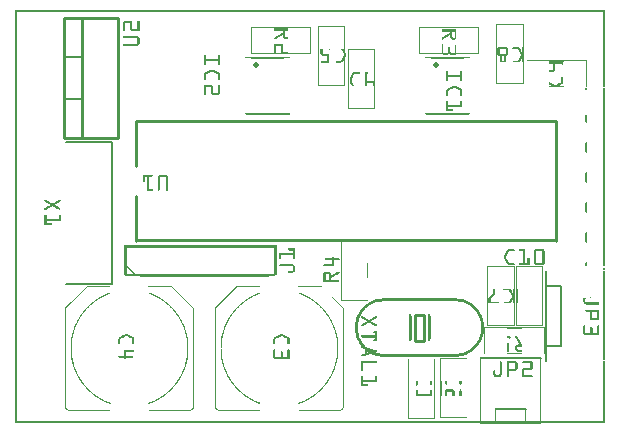
<source format=gto>
G04 MADE WITH FRITZING*
G04 WWW.FRITZING.ORG*
G04 DOUBLE SIDED*
G04 HOLES PLATED*
G04 CONTOUR ON CENTER OF CONTOUR VECTOR*
%ASAXBY*%
%FSLAX23Y23*%
%MOIN*%
%OFA0B0*%
%SFA1.0B1.0*%
%ADD10C,0.019307X0.00330709*%
%ADD11R,0.038714X0.096457X0.019029X0.076772*%
%ADD12C,0.009843*%
%ADD13C,0.010000*%
%ADD14C,0.005000*%
%ADD15C,0.008000*%
%ADD16R,0.001000X0.001000*%
%LNSILK1*%
G90*
G70*
G54D10*
X804Y1196D03*
X1404Y1196D03*
G54D12*
X1335Y362D02*
X1364Y362D01*
X1364Y275D01*
X1335Y275D01*
X1335Y362D01*
D02*
G54D13*
X1805Y609D02*
X1805Y1009D01*
D02*
X1805Y1009D02*
X405Y1009D01*
D02*
X405Y609D02*
X405Y759D01*
D02*
X405Y859D02*
X405Y1009D01*
D02*
X162Y952D02*
X162Y1352D01*
D02*
X162Y1352D02*
X342Y1352D01*
D02*
X342Y1352D02*
X342Y952D01*
D02*
X342Y952D02*
X162Y952D01*
D02*
X162Y952D02*
X162Y1352D01*
D02*
X162Y1352D02*
X222Y1352D01*
D02*
X222Y1352D02*
X222Y952D01*
D02*
X222Y952D02*
X162Y952D01*
G54D14*
D02*
X162Y1082D02*
X222Y1082D01*
D02*
X162Y1222D02*
X222Y1222D01*
G54D13*
D02*
X868Y593D02*
X368Y593D01*
G54D14*
D02*
X1770Y209D02*
X1770Y259D01*
D02*
X1770Y259D02*
X1770Y459D01*
D02*
X1770Y459D02*
X1770Y509D01*
D02*
X1770Y459D02*
X1820Y459D01*
D02*
X1820Y459D02*
X1820Y259D01*
D02*
X1820Y259D02*
X1770Y259D01*
D02*
X1753Y219D02*
X1553Y219D01*
D02*
X1603Y49D02*
X1703Y49D01*
G54D15*
D02*
X170Y464D02*
X323Y464D01*
D02*
X323Y464D02*
X323Y937D01*
D02*
X323Y937D02*
X170Y937D01*
G54D16*
X0Y1378D02*
X1967Y1378D01*
X0Y1377D02*
X1967Y1377D01*
X0Y1376D02*
X1967Y1376D01*
X0Y1375D02*
X1967Y1375D01*
X0Y1374D02*
X1967Y1374D01*
X0Y1373D02*
X1967Y1373D01*
X0Y1372D02*
X1967Y1372D01*
X0Y1371D02*
X1967Y1371D01*
X0Y1370D02*
X7Y1370D01*
X1960Y1370D02*
X1967Y1370D01*
X0Y1369D02*
X7Y1369D01*
X1960Y1369D02*
X1967Y1369D01*
X0Y1368D02*
X7Y1368D01*
X1960Y1368D02*
X1967Y1368D01*
X0Y1367D02*
X7Y1367D01*
X1960Y1367D02*
X1967Y1367D01*
X0Y1366D02*
X7Y1366D01*
X1960Y1366D02*
X1967Y1366D01*
X0Y1365D02*
X7Y1365D01*
X1960Y1365D02*
X1967Y1365D01*
X0Y1364D02*
X7Y1364D01*
X1960Y1364D02*
X1967Y1364D01*
X0Y1363D02*
X7Y1363D01*
X1960Y1363D02*
X1967Y1363D01*
X0Y1362D02*
X7Y1362D01*
X1960Y1362D02*
X1967Y1362D01*
X0Y1361D02*
X7Y1361D01*
X1960Y1361D02*
X1967Y1361D01*
X0Y1360D02*
X7Y1360D01*
X1960Y1360D02*
X1967Y1360D01*
X0Y1359D02*
X7Y1359D01*
X1960Y1359D02*
X1967Y1359D01*
X0Y1358D02*
X7Y1358D01*
X1960Y1358D02*
X1967Y1358D01*
X0Y1357D02*
X7Y1357D01*
X1960Y1357D02*
X1967Y1357D01*
X0Y1356D02*
X7Y1356D01*
X1960Y1356D02*
X1967Y1356D01*
X0Y1355D02*
X7Y1355D01*
X1960Y1355D02*
X1967Y1355D01*
X0Y1354D02*
X7Y1354D01*
X1960Y1354D02*
X1967Y1354D01*
X0Y1353D02*
X7Y1353D01*
X1960Y1353D02*
X1967Y1353D01*
X0Y1352D02*
X7Y1352D01*
X1960Y1352D02*
X1967Y1352D01*
X0Y1351D02*
X7Y1351D01*
X1960Y1351D02*
X1967Y1351D01*
X0Y1350D02*
X7Y1350D01*
X1960Y1350D02*
X1967Y1350D01*
X0Y1349D02*
X7Y1349D01*
X1960Y1349D02*
X1967Y1349D01*
X0Y1348D02*
X7Y1348D01*
X1960Y1348D02*
X1967Y1348D01*
X0Y1347D02*
X7Y1347D01*
X1960Y1347D02*
X1967Y1347D01*
X0Y1346D02*
X7Y1346D01*
X1960Y1346D02*
X1967Y1346D01*
X0Y1345D02*
X7Y1345D01*
X1960Y1345D02*
X1967Y1345D01*
X0Y1344D02*
X7Y1344D01*
X1960Y1344D02*
X1967Y1344D01*
X0Y1343D02*
X7Y1343D01*
X1960Y1343D02*
X1967Y1343D01*
X0Y1342D02*
X7Y1342D01*
X367Y1342D02*
X386Y1342D01*
X411Y1342D02*
X412Y1342D01*
X1960Y1342D02*
X1967Y1342D01*
X0Y1341D02*
X7Y1341D01*
X365Y1341D02*
X388Y1341D01*
X410Y1341D02*
X414Y1341D01*
X1960Y1341D02*
X1967Y1341D01*
X0Y1340D02*
X7Y1340D01*
X364Y1340D02*
X389Y1340D01*
X409Y1340D02*
X415Y1340D01*
X1960Y1340D02*
X1967Y1340D01*
X0Y1339D02*
X7Y1339D01*
X363Y1339D02*
X390Y1339D01*
X409Y1339D02*
X415Y1339D01*
X1960Y1339D02*
X1967Y1339D01*
X0Y1338D02*
X7Y1338D01*
X362Y1338D02*
X391Y1338D01*
X409Y1338D02*
X415Y1338D01*
X1960Y1338D02*
X1967Y1338D01*
X0Y1337D02*
X7Y1337D01*
X362Y1337D02*
X391Y1337D01*
X409Y1337D02*
X415Y1337D01*
X1960Y1337D02*
X1967Y1337D01*
X0Y1336D02*
X7Y1336D01*
X362Y1336D02*
X391Y1336D01*
X409Y1336D02*
X415Y1336D01*
X1960Y1336D02*
X1967Y1336D01*
X0Y1335D02*
X7Y1335D01*
X362Y1335D02*
X368Y1335D01*
X385Y1335D02*
X391Y1335D01*
X409Y1335D02*
X415Y1335D01*
X1960Y1335D02*
X1967Y1335D01*
X0Y1334D02*
X7Y1334D01*
X362Y1334D02*
X368Y1334D01*
X385Y1334D02*
X391Y1334D01*
X409Y1334D02*
X415Y1334D01*
X1960Y1334D02*
X1967Y1334D01*
X0Y1333D02*
X7Y1333D01*
X362Y1333D02*
X368Y1333D01*
X385Y1333D02*
X391Y1333D01*
X409Y1333D02*
X415Y1333D01*
X1960Y1333D02*
X1967Y1333D01*
X0Y1332D02*
X7Y1332D01*
X362Y1332D02*
X368Y1332D01*
X385Y1332D02*
X391Y1332D01*
X409Y1332D02*
X415Y1332D01*
X1960Y1332D02*
X1967Y1332D01*
X0Y1331D02*
X7Y1331D01*
X362Y1331D02*
X368Y1331D01*
X385Y1331D02*
X391Y1331D01*
X409Y1331D02*
X415Y1331D01*
X1605Y1331D02*
X1695Y1331D01*
X1960Y1331D02*
X1967Y1331D01*
X0Y1330D02*
X7Y1330D01*
X362Y1330D02*
X368Y1330D01*
X385Y1330D02*
X391Y1330D01*
X409Y1330D02*
X415Y1330D01*
X1605Y1330D02*
X1695Y1330D01*
X1960Y1330D02*
X1967Y1330D01*
X0Y1329D02*
X7Y1329D01*
X362Y1329D02*
X368Y1329D01*
X385Y1329D02*
X391Y1329D01*
X409Y1329D02*
X415Y1329D01*
X1605Y1329D02*
X1695Y1329D01*
X1960Y1329D02*
X1967Y1329D01*
X0Y1328D02*
X7Y1328D01*
X362Y1328D02*
X368Y1328D01*
X385Y1328D02*
X391Y1328D01*
X409Y1328D02*
X415Y1328D01*
X1605Y1328D02*
X1607Y1328D01*
X1693Y1328D02*
X1695Y1328D01*
X1960Y1328D02*
X1967Y1328D01*
X0Y1327D02*
X7Y1327D01*
X362Y1327D02*
X368Y1327D01*
X385Y1327D02*
X391Y1327D01*
X409Y1327D02*
X415Y1327D01*
X1605Y1327D02*
X1607Y1327D01*
X1693Y1327D02*
X1695Y1327D01*
X1960Y1327D02*
X1967Y1327D01*
X0Y1326D02*
X7Y1326D01*
X362Y1326D02*
X368Y1326D01*
X385Y1326D02*
X391Y1326D01*
X409Y1326D02*
X415Y1326D01*
X1605Y1326D02*
X1607Y1326D01*
X1693Y1326D02*
X1695Y1326D01*
X1960Y1326D02*
X1967Y1326D01*
X0Y1325D02*
X7Y1325D01*
X362Y1325D02*
X368Y1325D01*
X385Y1325D02*
X391Y1325D01*
X409Y1325D02*
X415Y1325D01*
X1010Y1325D02*
X1099Y1325D01*
X1605Y1325D02*
X1607Y1325D01*
X1693Y1325D02*
X1695Y1325D01*
X1960Y1325D02*
X1967Y1325D01*
X0Y1324D02*
X7Y1324D01*
X362Y1324D02*
X368Y1324D01*
X385Y1324D02*
X391Y1324D01*
X409Y1324D02*
X415Y1324D01*
X1010Y1324D02*
X1100Y1324D01*
X1605Y1324D02*
X1607Y1324D01*
X1693Y1324D02*
X1695Y1324D01*
X1960Y1324D02*
X1967Y1324D01*
X0Y1323D02*
X7Y1323D01*
X362Y1323D02*
X368Y1323D01*
X385Y1323D02*
X391Y1323D01*
X409Y1323D02*
X415Y1323D01*
X1010Y1323D02*
X1100Y1323D01*
X1605Y1323D02*
X1607Y1323D01*
X1693Y1323D02*
X1695Y1323D01*
X1960Y1323D02*
X1967Y1323D01*
X0Y1322D02*
X7Y1322D01*
X362Y1322D02*
X368Y1322D01*
X385Y1322D02*
X391Y1322D01*
X409Y1322D02*
X415Y1322D01*
X1010Y1322D02*
X1012Y1322D01*
X1098Y1322D02*
X1100Y1322D01*
X1605Y1322D02*
X1607Y1322D01*
X1693Y1322D02*
X1695Y1322D01*
X1960Y1322D02*
X1967Y1322D01*
X0Y1321D02*
X7Y1321D01*
X362Y1321D02*
X368Y1321D01*
X385Y1321D02*
X391Y1321D01*
X409Y1321D02*
X415Y1321D01*
X1010Y1321D02*
X1012Y1321D01*
X1098Y1321D02*
X1100Y1321D01*
X1347Y1321D02*
X1547Y1321D01*
X1605Y1321D02*
X1607Y1321D01*
X1693Y1321D02*
X1695Y1321D01*
X1960Y1321D02*
X1967Y1321D01*
X0Y1320D02*
X7Y1320D01*
X362Y1320D02*
X368Y1320D01*
X385Y1320D02*
X391Y1320D01*
X409Y1320D02*
X415Y1320D01*
X787Y1320D02*
X987Y1320D01*
X1010Y1320D02*
X1012Y1320D01*
X1098Y1320D02*
X1100Y1320D01*
X1347Y1320D02*
X1547Y1320D01*
X1605Y1320D02*
X1607Y1320D01*
X1693Y1320D02*
X1695Y1320D01*
X1960Y1320D02*
X1967Y1320D01*
X0Y1319D02*
X7Y1319D01*
X362Y1319D02*
X368Y1319D01*
X385Y1319D02*
X391Y1319D01*
X409Y1319D02*
X415Y1319D01*
X787Y1319D02*
X987Y1319D01*
X1010Y1319D02*
X1012Y1319D01*
X1098Y1319D02*
X1100Y1319D01*
X1347Y1319D02*
X1349Y1319D01*
X1423Y1319D02*
X1471Y1319D01*
X1545Y1319D02*
X1547Y1319D01*
X1605Y1319D02*
X1607Y1319D01*
X1693Y1319D02*
X1695Y1319D01*
X1960Y1319D02*
X1967Y1319D01*
X0Y1318D02*
X7Y1318D01*
X362Y1318D02*
X368Y1318D01*
X385Y1318D02*
X391Y1318D01*
X409Y1318D02*
X415Y1318D01*
X787Y1318D02*
X987Y1318D01*
X1010Y1318D02*
X1012Y1318D01*
X1098Y1318D02*
X1100Y1318D01*
X1347Y1318D02*
X1349Y1318D01*
X1423Y1318D02*
X1471Y1318D01*
X1545Y1318D02*
X1547Y1318D01*
X1605Y1318D02*
X1607Y1318D01*
X1693Y1318D02*
X1695Y1318D01*
X1960Y1318D02*
X1967Y1318D01*
X0Y1317D02*
X7Y1317D01*
X362Y1317D02*
X368Y1317D01*
X385Y1317D02*
X391Y1317D01*
X409Y1317D02*
X415Y1317D01*
X787Y1317D02*
X789Y1317D01*
X863Y1317D02*
X911Y1317D01*
X985Y1317D02*
X987Y1317D01*
X1010Y1317D02*
X1012Y1317D01*
X1098Y1317D02*
X1100Y1317D01*
X1347Y1317D02*
X1349Y1317D01*
X1545Y1317D02*
X1547Y1317D01*
X1605Y1317D02*
X1607Y1317D01*
X1693Y1317D02*
X1695Y1317D01*
X1960Y1317D02*
X1967Y1317D01*
X0Y1316D02*
X7Y1316D01*
X362Y1316D02*
X368Y1316D01*
X385Y1316D02*
X391Y1316D01*
X409Y1316D02*
X415Y1316D01*
X787Y1316D02*
X789Y1316D01*
X985Y1316D02*
X987Y1316D01*
X1010Y1316D02*
X1012Y1316D01*
X1098Y1316D02*
X1100Y1316D01*
X1347Y1316D02*
X1349Y1316D01*
X1545Y1316D02*
X1547Y1316D01*
X1605Y1316D02*
X1607Y1316D01*
X1693Y1316D02*
X1695Y1316D01*
X1960Y1316D02*
X1967Y1316D01*
X0Y1315D02*
X7Y1315D01*
X362Y1315D02*
X368Y1315D01*
X385Y1315D02*
X391Y1315D01*
X409Y1315D02*
X415Y1315D01*
X787Y1315D02*
X789Y1315D01*
X866Y1315D02*
X911Y1315D01*
X985Y1315D02*
X987Y1315D01*
X1010Y1315D02*
X1012Y1315D01*
X1098Y1315D02*
X1100Y1315D01*
X1347Y1315D02*
X1349Y1315D01*
X1545Y1315D02*
X1547Y1315D01*
X1605Y1315D02*
X1607Y1315D01*
X1693Y1315D02*
X1695Y1315D01*
X1960Y1315D02*
X1967Y1315D01*
X0Y1314D02*
X7Y1314D01*
X362Y1314D02*
X368Y1314D01*
X385Y1314D02*
X415Y1314D01*
X787Y1314D02*
X789Y1314D01*
X865Y1314D02*
X911Y1314D01*
X985Y1314D02*
X987Y1314D01*
X1010Y1314D02*
X1012Y1314D01*
X1098Y1314D02*
X1100Y1314D01*
X1347Y1314D02*
X1349Y1314D01*
X1545Y1314D02*
X1547Y1314D01*
X1605Y1314D02*
X1607Y1314D01*
X1693Y1314D02*
X1695Y1314D01*
X1960Y1314D02*
X1967Y1314D01*
X0Y1313D02*
X7Y1313D01*
X362Y1313D02*
X368Y1313D01*
X385Y1313D02*
X415Y1313D01*
X787Y1313D02*
X789Y1313D01*
X865Y1313D02*
X911Y1313D01*
X985Y1313D02*
X987Y1313D01*
X1010Y1313D02*
X1012Y1313D01*
X1098Y1313D02*
X1100Y1313D01*
X1347Y1313D02*
X1349Y1313D01*
X1423Y1313D02*
X1471Y1313D01*
X1545Y1313D02*
X1547Y1313D01*
X1605Y1313D02*
X1607Y1313D01*
X1693Y1313D02*
X1695Y1313D01*
X1960Y1313D02*
X1967Y1313D01*
X0Y1312D02*
X7Y1312D01*
X362Y1312D02*
X368Y1312D01*
X386Y1312D02*
X415Y1312D01*
X787Y1312D02*
X789Y1312D01*
X865Y1312D02*
X911Y1312D01*
X985Y1312D02*
X987Y1312D01*
X1010Y1312D02*
X1012Y1312D01*
X1098Y1312D02*
X1100Y1312D01*
X1347Y1312D02*
X1349Y1312D01*
X1423Y1312D02*
X1471Y1312D01*
X1545Y1312D02*
X1547Y1312D01*
X1605Y1312D02*
X1607Y1312D01*
X1693Y1312D02*
X1695Y1312D01*
X1960Y1312D02*
X1967Y1312D01*
X0Y1311D02*
X7Y1311D01*
X362Y1311D02*
X368Y1311D01*
X386Y1311D02*
X415Y1311D01*
X787Y1311D02*
X789Y1311D01*
X865Y1311D02*
X911Y1311D01*
X985Y1311D02*
X987Y1311D01*
X1010Y1311D02*
X1012Y1311D01*
X1098Y1311D02*
X1100Y1311D01*
X1347Y1311D02*
X1349Y1311D01*
X1423Y1311D02*
X1471Y1311D01*
X1545Y1311D02*
X1547Y1311D01*
X1605Y1311D02*
X1607Y1311D01*
X1693Y1311D02*
X1695Y1311D01*
X1960Y1311D02*
X1967Y1311D01*
X0Y1310D02*
X7Y1310D01*
X362Y1310D02*
X368Y1310D01*
X387Y1310D02*
X415Y1310D01*
X787Y1310D02*
X789Y1310D01*
X865Y1310D02*
X911Y1310D01*
X985Y1310D02*
X987Y1310D01*
X1010Y1310D02*
X1012Y1310D01*
X1098Y1310D02*
X1100Y1310D01*
X1347Y1310D02*
X1349Y1310D01*
X1423Y1310D02*
X1471Y1310D01*
X1545Y1310D02*
X1547Y1310D01*
X1605Y1310D02*
X1607Y1310D01*
X1693Y1310D02*
X1695Y1310D01*
X1960Y1310D02*
X1967Y1310D01*
X0Y1309D02*
X7Y1309D01*
X362Y1309D02*
X367Y1309D01*
X388Y1309D02*
X415Y1309D01*
X787Y1309D02*
X789Y1309D01*
X866Y1309D02*
X911Y1309D01*
X985Y1309D02*
X987Y1309D01*
X1010Y1309D02*
X1012Y1309D01*
X1098Y1309D02*
X1100Y1309D01*
X1347Y1309D02*
X1349Y1309D01*
X1423Y1309D02*
X1471Y1309D01*
X1545Y1309D02*
X1547Y1309D01*
X1605Y1309D02*
X1607Y1309D01*
X1693Y1309D02*
X1695Y1309D01*
X1960Y1309D02*
X1967Y1309D01*
X0Y1308D02*
X7Y1308D01*
X364Y1308D02*
X366Y1308D01*
X390Y1308D02*
X415Y1308D01*
X787Y1308D02*
X789Y1308D01*
X894Y1308D02*
X900Y1308D01*
X985Y1308D02*
X987Y1308D01*
X1010Y1308D02*
X1012Y1308D01*
X1098Y1308D02*
X1100Y1308D01*
X1347Y1308D02*
X1349Y1308D01*
X1423Y1308D02*
X1471Y1308D01*
X1545Y1308D02*
X1547Y1308D01*
X1605Y1308D02*
X1607Y1308D01*
X1693Y1308D02*
X1695Y1308D01*
X1960Y1308D02*
X1967Y1308D01*
X0Y1307D02*
X7Y1307D01*
X787Y1307D02*
X789Y1307D01*
X894Y1307D02*
X900Y1307D01*
X985Y1307D02*
X987Y1307D01*
X1010Y1307D02*
X1012Y1307D01*
X1098Y1307D02*
X1100Y1307D01*
X1347Y1307D02*
X1349Y1307D01*
X1424Y1307D02*
X1471Y1307D01*
X1545Y1307D02*
X1547Y1307D01*
X1605Y1307D02*
X1607Y1307D01*
X1693Y1307D02*
X1695Y1307D01*
X1960Y1307D02*
X1967Y1307D01*
X0Y1306D02*
X7Y1306D01*
X787Y1306D02*
X789Y1306D01*
X894Y1306D02*
X900Y1306D01*
X985Y1306D02*
X987Y1306D01*
X1010Y1306D02*
X1012Y1306D01*
X1098Y1306D02*
X1100Y1306D01*
X1347Y1306D02*
X1349Y1306D01*
X1451Y1306D02*
X1457Y1306D01*
X1469Y1306D02*
X1471Y1306D01*
X1545Y1306D02*
X1547Y1306D01*
X1605Y1306D02*
X1607Y1306D01*
X1693Y1306D02*
X1695Y1306D01*
X1960Y1306D02*
X1967Y1306D01*
X0Y1305D02*
X7Y1305D01*
X787Y1305D02*
X789Y1305D01*
X894Y1305D02*
X900Y1305D01*
X985Y1305D02*
X987Y1305D01*
X1010Y1305D02*
X1012Y1305D01*
X1098Y1305D02*
X1100Y1305D01*
X1347Y1305D02*
X1349Y1305D01*
X1451Y1305D02*
X1457Y1305D01*
X1469Y1305D02*
X1471Y1305D01*
X1545Y1305D02*
X1547Y1305D01*
X1605Y1305D02*
X1607Y1305D01*
X1693Y1305D02*
X1695Y1305D01*
X1960Y1305D02*
X1967Y1305D01*
X0Y1304D02*
X7Y1304D01*
X787Y1304D02*
X789Y1304D01*
X894Y1304D02*
X900Y1304D01*
X985Y1304D02*
X987Y1304D01*
X1010Y1304D02*
X1012Y1304D01*
X1098Y1304D02*
X1100Y1304D01*
X1347Y1304D02*
X1349Y1304D01*
X1451Y1304D02*
X1457Y1304D01*
X1469Y1304D02*
X1471Y1304D01*
X1545Y1304D02*
X1547Y1304D01*
X1605Y1304D02*
X1607Y1304D01*
X1693Y1304D02*
X1695Y1304D01*
X1960Y1304D02*
X1967Y1304D01*
X0Y1303D02*
X7Y1303D01*
X787Y1303D02*
X789Y1303D01*
X893Y1303D02*
X900Y1303D01*
X985Y1303D02*
X987Y1303D01*
X1010Y1303D02*
X1012Y1303D01*
X1098Y1303D02*
X1100Y1303D01*
X1347Y1303D02*
X1349Y1303D01*
X1451Y1303D02*
X1457Y1303D01*
X1469Y1303D02*
X1471Y1303D01*
X1545Y1303D02*
X1547Y1303D01*
X1605Y1303D02*
X1607Y1303D01*
X1693Y1303D02*
X1695Y1303D01*
X1960Y1303D02*
X1967Y1303D01*
X0Y1302D02*
X7Y1302D01*
X787Y1302D02*
X789Y1302D01*
X891Y1302D02*
X900Y1302D01*
X985Y1302D02*
X987Y1302D01*
X1010Y1302D02*
X1012Y1302D01*
X1098Y1302D02*
X1100Y1302D01*
X1347Y1302D02*
X1349Y1302D01*
X1451Y1302D02*
X1457Y1302D01*
X1469Y1302D02*
X1471Y1302D01*
X1545Y1302D02*
X1547Y1302D01*
X1605Y1302D02*
X1607Y1302D01*
X1693Y1302D02*
X1695Y1302D01*
X1960Y1302D02*
X1967Y1302D01*
X0Y1301D02*
X7Y1301D01*
X787Y1301D02*
X789Y1301D01*
X889Y1301D02*
X900Y1301D01*
X985Y1301D02*
X987Y1301D01*
X1010Y1301D02*
X1012Y1301D01*
X1098Y1301D02*
X1100Y1301D01*
X1347Y1301D02*
X1349Y1301D01*
X1449Y1301D02*
X1457Y1301D01*
X1469Y1301D02*
X1471Y1301D01*
X1545Y1301D02*
X1547Y1301D01*
X1605Y1301D02*
X1607Y1301D01*
X1693Y1301D02*
X1695Y1301D01*
X1960Y1301D02*
X1967Y1301D01*
X0Y1300D02*
X7Y1300D01*
X787Y1300D02*
X789Y1300D01*
X888Y1300D02*
X900Y1300D01*
X985Y1300D02*
X987Y1300D01*
X1010Y1300D02*
X1012Y1300D01*
X1098Y1300D02*
X1100Y1300D01*
X1347Y1300D02*
X1349Y1300D01*
X1447Y1300D02*
X1457Y1300D01*
X1469Y1300D02*
X1471Y1300D01*
X1545Y1300D02*
X1547Y1300D01*
X1605Y1300D02*
X1607Y1300D01*
X1693Y1300D02*
X1695Y1300D01*
X1960Y1300D02*
X1967Y1300D01*
X0Y1299D02*
X7Y1299D01*
X787Y1299D02*
X789Y1299D01*
X886Y1299D02*
X900Y1299D01*
X985Y1299D02*
X987Y1299D01*
X1010Y1299D02*
X1012Y1299D01*
X1098Y1299D02*
X1100Y1299D01*
X1347Y1299D02*
X1349Y1299D01*
X1446Y1299D02*
X1457Y1299D01*
X1469Y1299D02*
X1471Y1299D01*
X1545Y1299D02*
X1547Y1299D01*
X1605Y1299D02*
X1607Y1299D01*
X1693Y1299D02*
X1695Y1299D01*
X1960Y1299D02*
X1967Y1299D01*
X0Y1298D02*
X7Y1298D01*
X787Y1298D02*
X789Y1298D01*
X884Y1298D02*
X900Y1298D01*
X985Y1298D02*
X987Y1298D01*
X1010Y1298D02*
X1012Y1298D01*
X1098Y1298D02*
X1100Y1298D01*
X1347Y1298D02*
X1349Y1298D01*
X1444Y1298D02*
X1457Y1298D01*
X1469Y1298D02*
X1471Y1298D01*
X1545Y1298D02*
X1547Y1298D01*
X1605Y1298D02*
X1607Y1298D01*
X1693Y1298D02*
X1695Y1298D01*
X1960Y1298D02*
X1967Y1298D01*
X0Y1297D02*
X7Y1297D01*
X787Y1297D02*
X789Y1297D01*
X883Y1297D02*
X900Y1297D01*
X985Y1297D02*
X987Y1297D01*
X1010Y1297D02*
X1012Y1297D01*
X1098Y1297D02*
X1100Y1297D01*
X1347Y1297D02*
X1349Y1297D01*
X1442Y1297D02*
X1457Y1297D01*
X1469Y1297D02*
X1471Y1297D01*
X1545Y1297D02*
X1547Y1297D01*
X1605Y1297D02*
X1607Y1297D01*
X1693Y1297D02*
X1695Y1297D01*
X1960Y1297D02*
X1967Y1297D01*
X0Y1296D02*
X7Y1296D01*
X787Y1296D02*
X789Y1296D01*
X881Y1296D02*
X900Y1296D01*
X985Y1296D02*
X987Y1296D01*
X1010Y1296D02*
X1012Y1296D01*
X1098Y1296D02*
X1100Y1296D01*
X1347Y1296D02*
X1349Y1296D01*
X1441Y1296D02*
X1457Y1296D01*
X1469Y1296D02*
X1471Y1296D01*
X1545Y1296D02*
X1547Y1296D01*
X1605Y1296D02*
X1607Y1296D01*
X1693Y1296D02*
X1695Y1296D01*
X1960Y1296D02*
X1967Y1296D01*
X0Y1295D02*
X7Y1295D01*
X787Y1295D02*
X789Y1295D01*
X879Y1295D02*
X892Y1295D01*
X894Y1295D02*
X900Y1295D01*
X985Y1295D02*
X987Y1295D01*
X1010Y1295D02*
X1012Y1295D01*
X1098Y1295D02*
X1100Y1295D01*
X1347Y1295D02*
X1349Y1295D01*
X1439Y1295D02*
X1457Y1295D01*
X1469Y1295D02*
X1471Y1295D01*
X1545Y1295D02*
X1547Y1295D01*
X1605Y1295D02*
X1607Y1295D01*
X1693Y1295D02*
X1695Y1295D01*
X1960Y1295D02*
X1967Y1295D01*
X0Y1294D02*
X7Y1294D01*
X787Y1294D02*
X789Y1294D01*
X877Y1294D02*
X890Y1294D01*
X894Y1294D02*
X900Y1294D01*
X985Y1294D02*
X987Y1294D01*
X1010Y1294D02*
X1012Y1294D01*
X1098Y1294D02*
X1100Y1294D01*
X1347Y1294D02*
X1349Y1294D01*
X1437Y1294D02*
X1457Y1294D01*
X1469Y1294D02*
X1471Y1294D01*
X1545Y1294D02*
X1547Y1294D01*
X1605Y1294D02*
X1607Y1294D01*
X1693Y1294D02*
X1695Y1294D01*
X1960Y1294D02*
X1967Y1294D01*
X0Y1293D02*
X7Y1293D01*
X787Y1293D02*
X789Y1293D01*
X876Y1293D02*
X889Y1293D01*
X894Y1293D02*
X900Y1293D01*
X985Y1293D02*
X987Y1293D01*
X1010Y1293D02*
X1012Y1293D01*
X1098Y1293D02*
X1100Y1293D01*
X1347Y1293D02*
X1349Y1293D01*
X1435Y1293D02*
X1448Y1293D01*
X1451Y1293D02*
X1457Y1293D01*
X1469Y1293D02*
X1471Y1293D01*
X1545Y1293D02*
X1547Y1293D01*
X1605Y1293D02*
X1607Y1293D01*
X1693Y1293D02*
X1695Y1293D01*
X1960Y1293D02*
X1967Y1293D01*
X0Y1292D02*
X7Y1292D01*
X364Y1292D02*
X406Y1292D01*
X787Y1292D02*
X789Y1292D01*
X874Y1292D02*
X887Y1292D01*
X894Y1292D02*
X900Y1292D01*
X985Y1292D02*
X987Y1292D01*
X1010Y1292D02*
X1012Y1292D01*
X1098Y1292D02*
X1100Y1292D01*
X1347Y1292D02*
X1349Y1292D01*
X1434Y1292D02*
X1447Y1292D01*
X1451Y1292D02*
X1457Y1292D01*
X1469Y1292D02*
X1471Y1292D01*
X1545Y1292D02*
X1547Y1292D01*
X1605Y1292D02*
X1607Y1292D01*
X1693Y1292D02*
X1695Y1292D01*
X1960Y1292D02*
X1967Y1292D01*
X0Y1291D02*
X7Y1291D01*
X363Y1291D02*
X409Y1291D01*
X787Y1291D02*
X789Y1291D01*
X872Y1291D02*
X885Y1291D01*
X894Y1291D02*
X900Y1291D01*
X985Y1291D02*
X987Y1291D01*
X1010Y1291D02*
X1012Y1291D01*
X1098Y1291D02*
X1100Y1291D01*
X1347Y1291D02*
X1349Y1291D01*
X1432Y1291D02*
X1445Y1291D01*
X1451Y1291D02*
X1457Y1291D01*
X1469Y1291D02*
X1471Y1291D01*
X1545Y1291D02*
X1547Y1291D01*
X1605Y1291D02*
X1607Y1291D01*
X1693Y1291D02*
X1695Y1291D01*
X1960Y1291D02*
X1967Y1291D01*
X0Y1290D02*
X7Y1290D01*
X362Y1290D02*
X411Y1290D01*
X787Y1290D02*
X789Y1290D01*
X871Y1290D02*
X884Y1290D01*
X894Y1290D02*
X900Y1290D01*
X911Y1290D02*
X911Y1290D01*
X985Y1290D02*
X987Y1290D01*
X1010Y1290D02*
X1012Y1290D01*
X1098Y1290D02*
X1100Y1290D01*
X1347Y1290D02*
X1349Y1290D01*
X1430Y1290D02*
X1443Y1290D01*
X1451Y1290D02*
X1457Y1290D01*
X1469Y1290D02*
X1471Y1290D01*
X1545Y1290D02*
X1547Y1290D01*
X1605Y1290D02*
X1607Y1290D01*
X1693Y1290D02*
X1695Y1290D01*
X1960Y1290D02*
X1967Y1290D01*
X0Y1289D02*
X7Y1289D01*
X362Y1289D02*
X412Y1289D01*
X787Y1289D02*
X789Y1289D01*
X869Y1289D02*
X882Y1289D01*
X894Y1289D02*
X901Y1289D01*
X911Y1289D02*
X911Y1289D01*
X985Y1289D02*
X987Y1289D01*
X1010Y1289D02*
X1012Y1289D01*
X1098Y1289D02*
X1100Y1289D01*
X1347Y1289D02*
X1349Y1289D01*
X1429Y1289D02*
X1442Y1289D01*
X1451Y1289D02*
X1457Y1289D01*
X1469Y1289D02*
X1471Y1289D01*
X1545Y1289D02*
X1547Y1289D01*
X1605Y1289D02*
X1607Y1289D01*
X1693Y1289D02*
X1695Y1289D01*
X1960Y1289D02*
X1967Y1289D01*
X0Y1288D02*
X7Y1288D01*
X362Y1288D02*
X413Y1288D01*
X787Y1288D02*
X789Y1288D01*
X867Y1288D02*
X880Y1288D01*
X895Y1288D02*
X903Y1288D01*
X909Y1288D02*
X911Y1288D01*
X985Y1288D02*
X987Y1288D01*
X1010Y1288D02*
X1012Y1288D01*
X1098Y1288D02*
X1100Y1288D01*
X1347Y1288D02*
X1349Y1288D01*
X1427Y1288D02*
X1440Y1288D01*
X1451Y1288D02*
X1458Y1288D01*
X1468Y1288D02*
X1471Y1288D01*
X1545Y1288D02*
X1547Y1288D01*
X1605Y1288D02*
X1607Y1288D01*
X1693Y1288D02*
X1695Y1288D01*
X1960Y1288D02*
X1967Y1288D01*
X0Y1287D02*
X7Y1287D01*
X362Y1287D02*
X413Y1287D01*
X787Y1287D02*
X789Y1287D01*
X866Y1287D02*
X878Y1287D01*
X895Y1287D02*
X911Y1287D01*
X985Y1287D02*
X987Y1287D01*
X1010Y1287D02*
X1012Y1287D01*
X1098Y1287D02*
X1100Y1287D01*
X1347Y1287D02*
X1349Y1287D01*
X1425Y1287D02*
X1438Y1287D01*
X1451Y1287D02*
X1459Y1287D01*
X1467Y1287D02*
X1471Y1287D01*
X1545Y1287D02*
X1547Y1287D01*
X1605Y1287D02*
X1607Y1287D01*
X1693Y1287D02*
X1695Y1287D01*
X1960Y1287D02*
X1967Y1287D01*
X0Y1286D02*
X7Y1286D01*
X363Y1286D02*
X414Y1286D01*
X787Y1286D02*
X789Y1286D01*
X865Y1286D02*
X877Y1286D01*
X896Y1286D02*
X911Y1286D01*
X985Y1286D02*
X987Y1286D01*
X1010Y1286D02*
X1012Y1286D01*
X1098Y1286D02*
X1100Y1286D01*
X1347Y1286D02*
X1349Y1286D01*
X1423Y1286D02*
X1436Y1286D01*
X1452Y1286D02*
X1471Y1286D01*
X1545Y1286D02*
X1547Y1286D01*
X1605Y1286D02*
X1607Y1286D01*
X1693Y1286D02*
X1695Y1286D01*
X1960Y1286D02*
X1967Y1286D01*
X0Y1285D02*
X7Y1285D01*
X406Y1285D02*
X414Y1285D01*
X787Y1285D02*
X789Y1285D01*
X865Y1285D02*
X875Y1285D01*
X896Y1285D02*
X911Y1285D01*
X985Y1285D02*
X987Y1285D01*
X1010Y1285D02*
X1012Y1285D01*
X1098Y1285D02*
X1100Y1285D01*
X1347Y1285D02*
X1349Y1285D01*
X1423Y1285D02*
X1435Y1285D01*
X1452Y1285D02*
X1471Y1285D01*
X1545Y1285D02*
X1547Y1285D01*
X1605Y1285D02*
X1607Y1285D01*
X1693Y1285D02*
X1695Y1285D01*
X1960Y1285D02*
X1967Y1285D01*
X0Y1284D02*
X7Y1284D01*
X408Y1284D02*
X415Y1284D01*
X787Y1284D02*
X789Y1284D01*
X865Y1284D02*
X873Y1284D01*
X897Y1284D02*
X911Y1284D01*
X985Y1284D02*
X987Y1284D01*
X1010Y1284D02*
X1012Y1284D01*
X1098Y1284D02*
X1100Y1284D01*
X1347Y1284D02*
X1349Y1284D01*
X1423Y1284D02*
X1433Y1284D01*
X1453Y1284D02*
X1471Y1284D01*
X1545Y1284D02*
X1547Y1284D01*
X1605Y1284D02*
X1607Y1284D01*
X1693Y1284D02*
X1695Y1284D01*
X1960Y1284D02*
X1967Y1284D01*
X0Y1283D02*
X7Y1283D01*
X409Y1283D02*
X415Y1283D01*
X787Y1283D02*
X789Y1283D01*
X865Y1283D02*
X872Y1283D01*
X898Y1283D02*
X911Y1283D01*
X985Y1283D02*
X987Y1283D01*
X1010Y1283D02*
X1012Y1283D01*
X1098Y1283D02*
X1100Y1283D01*
X1347Y1283D02*
X1349Y1283D01*
X1423Y1283D02*
X1431Y1283D01*
X1454Y1283D02*
X1471Y1283D01*
X1545Y1283D02*
X1547Y1283D01*
X1605Y1283D02*
X1607Y1283D01*
X1693Y1283D02*
X1695Y1283D01*
X1960Y1283D02*
X1967Y1283D01*
X0Y1282D02*
X7Y1282D01*
X409Y1282D02*
X415Y1282D01*
X787Y1282D02*
X789Y1282D01*
X866Y1282D02*
X870Y1282D01*
X900Y1282D02*
X911Y1282D01*
X985Y1282D02*
X987Y1282D01*
X1010Y1282D02*
X1012Y1282D01*
X1098Y1282D02*
X1100Y1282D01*
X1347Y1282D02*
X1349Y1282D01*
X1423Y1282D02*
X1430Y1282D01*
X1455Y1282D02*
X1471Y1282D01*
X1545Y1282D02*
X1547Y1282D01*
X1605Y1282D02*
X1607Y1282D01*
X1693Y1282D02*
X1695Y1282D01*
X1960Y1282D02*
X1967Y1282D01*
X0Y1281D02*
X7Y1281D01*
X409Y1281D02*
X415Y1281D01*
X787Y1281D02*
X789Y1281D01*
X867Y1281D02*
X868Y1281D01*
X903Y1281D02*
X909Y1281D01*
X985Y1281D02*
X987Y1281D01*
X1010Y1281D02*
X1012Y1281D01*
X1098Y1281D02*
X1100Y1281D01*
X1347Y1281D02*
X1349Y1281D01*
X1423Y1281D02*
X1428Y1281D01*
X1456Y1281D02*
X1470Y1281D01*
X1545Y1281D02*
X1547Y1281D01*
X1605Y1281D02*
X1607Y1281D01*
X1693Y1281D02*
X1695Y1281D01*
X1960Y1281D02*
X1967Y1281D01*
X0Y1280D02*
X7Y1280D01*
X409Y1280D02*
X415Y1280D01*
X787Y1280D02*
X789Y1280D01*
X985Y1280D02*
X987Y1280D01*
X1010Y1280D02*
X1012Y1280D01*
X1098Y1280D02*
X1100Y1280D01*
X1347Y1280D02*
X1349Y1280D01*
X1423Y1280D02*
X1426Y1280D01*
X1458Y1280D02*
X1468Y1280D01*
X1545Y1280D02*
X1547Y1280D01*
X1605Y1280D02*
X1607Y1280D01*
X1693Y1280D02*
X1695Y1280D01*
X1960Y1280D02*
X1967Y1280D01*
X0Y1279D02*
X7Y1279D01*
X409Y1279D02*
X415Y1279D01*
X787Y1279D02*
X789Y1279D01*
X985Y1279D02*
X987Y1279D01*
X1010Y1279D02*
X1012Y1279D01*
X1098Y1279D02*
X1100Y1279D01*
X1347Y1279D02*
X1349Y1279D01*
X1545Y1279D02*
X1547Y1279D01*
X1605Y1279D02*
X1607Y1279D01*
X1693Y1279D02*
X1695Y1279D01*
X1960Y1279D02*
X1967Y1279D01*
X0Y1278D02*
X7Y1278D01*
X409Y1278D02*
X415Y1278D01*
X787Y1278D02*
X789Y1278D01*
X985Y1278D02*
X987Y1278D01*
X1010Y1278D02*
X1012Y1278D01*
X1098Y1278D02*
X1100Y1278D01*
X1347Y1278D02*
X1349Y1278D01*
X1545Y1278D02*
X1547Y1278D01*
X1605Y1278D02*
X1607Y1278D01*
X1693Y1278D02*
X1695Y1278D01*
X1960Y1278D02*
X1967Y1278D01*
X0Y1277D02*
X7Y1277D01*
X409Y1277D02*
X415Y1277D01*
X787Y1277D02*
X789Y1277D01*
X985Y1277D02*
X987Y1277D01*
X1010Y1277D02*
X1012Y1277D01*
X1098Y1277D02*
X1100Y1277D01*
X1347Y1277D02*
X1349Y1277D01*
X1545Y1277D02*
X1547Y1277D01*
X1605Y1277D02*
X1607Y1277D01*
X1693Y1277D02*
X1695Y1277D01*
X1960Y1277D02*
X1967Y1277D01*
X0Y1276D02*
X7Y1276D01*
X409Y1276D02*
X415Y1276D01*
X787Y1276D02*
X789Y1276D01*
X985Y1276D02*
X987Y1276D01*
X1010Y1276D02*
X1012Y1276D01*
X1098Y1276D02*
X1100Y1276D01*
X1347Y1276D02*
X1349Y1276D01*
X1545Y1276D02*
X1547Y1276D01*
X1605Y1276D02*
X1607Y1276D01*
X1693Y1276D02*
X1695Y1276D01*
X1960Y1276D02*
X1967Y1276D01*
X0Y1275D02*
X7Y1275D01*
X409Y1275D02*
X415Y1275D01*
X787Y1275D02*
X789Y1275D01*
X985Y1275D02*
X987Y1275D01*
X1010Y1275D02*
X1012Y1275D01*
X1098Y1275D02*
X1100Y1275D01*
X1347Y1275D02*
X1349Y1275D01*
X1545Y1275D02*
X1547Y1275D01*
X1605Y1275D02*
X1607Y1275D01*
X1693Y1275D02*
X1695Y1275D01*
X1960Y1275D02*
X1967Y1275D01*
X0Y1274D02*
X7Y1274D01*
X409Y1274D02*
X415Y1274D01*
X787Y1274D02*
X789Y1274D01*
X985Y1274D02*
X987Y1274D01*
X1010Y1274D02*
X1012Y1274D01*
X1098Y1274D02*
X1100Y1274D01*
X1347Y1274D02*
X1349Y1274D01*
X1545Y1274D02*
X1547Y1274D01*
X1605Y1274D02*
X1607Y1274D01*
X1693Y1274D02*
X1695Y1274D01*
X1960Y1274D02*
X1967Y1274D01*
X0Y1273D02*
X7Y1273D01*
X409Y1273D02*
X415Y1273D01*
X787Y1273D02*
X789Y1273D01*
X985Y1273D02*
X987Y1273D01*
X1010Y1273D02*
X1012Y1273D01*
X1098Y1273D02*
X1100Y1273D01*
X1347Y1273D02*
X1349Y1273D01*
X1545Y1273D02*
X1547Y1273D01*
X1605Y1273D02*
X1607Y1273D01*
X1693Y1273D02*
X1695Y1273D01*
X1960Y1273D02*
X1967Y1273D01*
X0Y1272D02*
X7Y1272D01*
X409Y1272D02*
X415Y1272D01*
X787Y1272D02*
X789Y1272D01*
X985Y1272D02*
X987Y1272D01*
X1010Y1272D02*
X1012Y1272D01*
X1098Y1272D02*
X1100Y1272D01*
X1347Y1272D02*
X1349Y1272D01*
X1545Y1272D02*
X1547Y1272D01*
X1605Y1272D02*
X1607Y1272D01*
X1693Y1272D02*
X1695Y1272D01*
X1960Y1272D02*
X1967Y1272D01*
X0Y1271D02*
X7Y1271D01*
X409Y1271D02*
X415Y1271D01*
X787Y1271D02*
X789Y1271D01*
X985Y1271D02*
X987Y1271D01*
X1010Y1271D02*
X1012Y1271D01*
X1098Y1271D02*
X1100Y1271D01*
X1347Y1271D02*
X1349Y1271D01*
X1545Y1271D02*
X1547Y1271D01*
X1605Y1271D02*
X1607Y1271D01*
X1693Y1271D02*
X1695Y1271D01*
X1960Y1271D02*
X1967Y1271D01*
X0Y1270D02*
X7Y1270D01*
X409Y1270D02*
X415Y1270D01*
X787Y1270D02*
X789Y1270D01*
X985Y1270D02*
X987Y1270D01*
X1010Y1270D02*
X1012Y1270D01*
X1098Y1270D02*
X1100Y1270D01*
X1347Y1270D02*
X1349Y1270D01*
X1545Y1270D02*
X1547Y1270D01*
X1605Y1270D02*
X1607Y1270D01*
X1693Y1270D02*
X1695Y1270D01*
X1960Y1270D02*
X1967Y1270D01*
X0Y1269D02*
X7Y1269D01*
X409Y1269D02*
X415Y1269D01*
X787Y1269D02*
X789Y1269D01*
X985Y1269D02*
X987Y1269D01*
X1010Y1269D02*
X1012Y1269D01*
X1098Y1269D02*
X1100Y1269D01*
X1347Y1269D02*
X1349Y1269D01*
X1545Y1269D02*
X1547Y1269D01*
X1605Y1269D02*
X1607Y1269D01*
X1693Y1269D02*
X1695Y1269D01*
X1960Y1269D02*
X1967Y1269D01*
X0Y1268D02*
X7Y1268D01*
X409Y1268D02*
X415Y1268D01*
X787Y1268D02*
X789Y1268D01*
X985Y1268D02*
X987Y1268D01*
X1010Y1268D02*
X1012Y1268D01*
X1098Y1268D02*
X1100Y1268D01*
X1347Y1268D02*
X1349Y1268D01*
X1545Y1268D02*
X1547Y1268D01*
X1605Y1268D02*
X1607Y1268D01*
X1693Y1268D02*
X1695Y1268D01*
X1960Y1268D02*
X1967Y1268D01*
X0Y1267D02*
X7Y1267D01*
X409Y1267D02*
X415Y1267D01*
X787Y1267D02*
X789Y1267D01*
X985Y1267D02*
X987Y1267D01*
X1010Y1267D02*
X1012Y1267D01*
X1098Y1267D02*
X1100Y1267D01*
X1347Y1267D02*
X1349Y1267D01*
X1545Y1267D02*
X1547Y1267D01*
X1605Y1267D02*
X1607Y1267D01*
X1693Y1267D02*
X1695Y1267D01*
X1960Y1267D02*
X1967Y1267D01*
X0Y1266D02*
X7Y1266D01*
X408Y1266D02*
X415Y1266D01*
X787Y1266D02*
X789Y1266D01*
X985Y1266D02*
X987Y1266D01*
X1010Y1266D02*
X1012Y1266D01*
X1098Y1266D02*
X1100Y1266D01*
X1347Y1266D02*
X1349Y1266D01*
X1545Y1266D02*
X1547Y1266D01*
X1605Y1266D02*
X1607Y1266D01*
X1693Y1266D02*
X1695Y1266D01*
X1960Y1266D02*
X1967Y1266D01*
X0Y1265D02*
X7Y1265D01*
X407Y1265D02*
X414Y1265D01*
X787Y1265D02*
X789Y1265D01*
X865Y1265D02*
X890Y1265D01*
X985Y1265D02*
X987Y1265D01*
X1010Y1265D02*
X1012Y1265D01*
X1098Y1265D02*
X1100Y1265D01*
X1347Y1265D02*
X1349Y1265D01*
X1545Y1265D02*
X1547Y1265D01*
X1605Y1265D02*
X1607Y1265D01*
X1693Y1265D02*
X1695Y1265D01*
X1960Y1265D02*
X1967Y1265D01*
X0Y1264D02*
X7Y1264D01*
X363Y1264D02*
X414Y1264D01*
X787Y1264D02*
X789Y1264D01*
X865Y1264D02*
X891Y1264D01*
X985Y1264D02*
X987Y1264D01*
X1010Y1264D02*
X1012Y1264D01*
X1098Y1264D02*
X1100Y1264D01*
X1347Y1264D02*
X1349Y1264D01*
X1545Y1264D02*
X1547Y1264D01*
X1605Y1264D02*
X1607Y1264D01*
X1693Y1264D02*
X1695Y1264D01*
X1960Y1264D02*
X1967Y1264D01*
X0Y1263D02*
X7Y1263D01*
X362Y1263D02*
X414Y1263D01*
X787Y1263D02*
X789Y1263D01*
X865Y1263D02*
X892Y1263D01*
X985Y1263D02*
X987Y1263D01*
X1010Y1263D02*
X1012Y1263D01*
X1098Y1263D02*
X1100Y1263D01*
X1347Y1263D02*
X1349Y1263D01*
X1423Y1263D02*
X1426Y1263D01*
X1470Y1263D02*
X1471Y1263D01*
X1545Y1263D02*
X1547Y1263D01*
X1605Y1263D02*
X1607Y1263D01*
X1693Y1263D02*
X1695Y1263D01*
X1960Y1263D02*
X1967Y1263D01*
X0Y1262D02*
X7Y1262D01*
X362Y1262D02*
X413Y1262D01*
X787Y1262D02*
X789Y1262D01*
X865Y1262D02*
X893Y1262D01*
X985Y1262D02*
X987Y1262D01*
X1010Y1262D02*
X1012Y1262D01*
X1098Y1262D02*
X1100Y1262D01*
X1347Y1262D02*
X1349Y1262D01*
X1423Y1262D02*
X1427Y1262D01*
X1469Y1262D02*
X1471Y1262D01*
X1545Y1262D02*
X1547Y1262D01*
X1605Y1262D02*
X1607Y1262D01*
X1693Y1262D02*
X1695Y1262D01*
X1960Y1262D02*
X1967Y1262D01*
X0Y1261D02*
X7Y1261D01*
X362Y1261D02*
X412Y1261D01*
X787Y1261D02*
X789Y1261D01*
X865Y1261D02*
X894Y1261D01*
X985Y1261D02*
X987Y1261D01*
X1010Y1261D02*
X1012Y1261D01*
X1098Y1261D02*
X1100Y1261D01*
X1347Y1261D02*
X1349Y1261D01*
X1423Y1261D02*
X1427Y1261D01*
X1469Y1261D02*
X1471Y1261D01*
X1545Y1261D02*
X1547Y1261D01*
X1605Y1261D02*
X1607Y1261D01*
X1693Y1261D02*
X1695Y1261D01*
X1960Y1261D02*
X1967Y1261D01*
X0Y1260D02*
X7Y1260D01*
X362Y1260D02*
X411Y1260D01*
X787Y1260D02*
X789Y1260D01*
X865Y1260D02*
X894Y1260D01*
X985Y1260D02*
X987Y1260D01*
X1010Y1260D02*
X1012Y1260D01*
X1098Y1260D02*
X1100Y1260D01*
X1347Y1260D02*
X1349Y1260D01*
X1423Y1260D02*
X1428Y1260D01*
X1469Y1260D02*
X1471Y1260D01*
X1545Y1260D02*
X1547Y1260D01*
X1605Y1260D02*
X1607Y1260D01*
X1693Y1260D02*
X1695Y1260D01*
X1960Y1260D02*
X1967Y1260D01*
X0Y1259D02*
X7Y1259D01*
X362Y1259D02*
X410Y1259D01*
X787Y1259D02*
X789Y1259D01*
X865Y1259D02*
X894Y1259D01*
X985Y1259D02*
X987Y1259D01*
X1010Y1259D02*
X1012Y1259D01*
X1098Y1259D02*
X1100Y1259D01*
X1347Y1259D02*
X1349Y1259D01*
X1423Y1259D02*
X1428Y1259D01*
X1469Y1259D02*
X1471Y1259D01*
X1545Y1259D02*
X1547Y1259D01*
X1605Y1259D02*
X1607Y1259D01*
X1693Y1259D02*
X1695Y1259D01*
X1960Y1259D02*
X1967Y1259D01*
X0Y1258D02*
X7Y1258D01*
X364Y1258D02*
X407Y1258D01*
X787Y1258D02*
X789Y1258D01*
X865Y1258D02*
X871Y1258D01*
X888Y1258D02*
X894Y1258D01*
X985Y1258D02*
X987Y1258D01*
X1010Y1258D02*
X1012Y1258D01*
X1098Y1258D02*
X1100Y1258D01*
X1347Y1258D02*
X1349Y1258D01*
X1423Y1258D02*
X1428Y1258D01*
X1469Y1258D02*
X1471Y1258D01*
X1545Y1258D02*
X1547Y1258D01*
X1605Y1258D02*
X1607Y1258D01*
X1693Y1258D02*
X1695Y1258D01*
X1960Y1258D02*
X1967Y1258D01*
X0Y1257D02*
X7Y1257D01*
X787Y1257D02*
X789Y1257D01*
X865Y1257D02*
X871Y1257D01*
X888Y1257D02*
X894Y1257D01*
X985Y1257D02*
X987Y1257D01*
X1010Y1257D02*
X1012Y1257D01*
X1098Y1257D02*
X1100Y1257D01*
X1347Y1257D02*
X1349Y1257D01*
X1423Y1257D02*
X1428Y1257D01*
X1448Y1257D02*
X1448Y1257D01*
X1469Y1257D02*
X1471Y1257D01*
X1545Y1257D02*
X1547Y1257D01*
X1605Y1257D02*
X1607Y1257D01*
X1693Y1257D02*
X1695Y1257D01*
X1960Y1257D02*
X1967Y1257D01*
X0Y1256D02*
X7Y1256D01*
X787Y1256D02*
X789Y1256D01*
X865Y1256D02*
X871Y1256D01*
X888Y1256D02*
X894Y1256D01*
X985Y1256D02*
X987Y1256D01*
X1010Y1256D02*
X1012Y1256D01*
X1098Y1256D02*
X1100Y1256D01*
X1347Y1256D02*
X1349Y1256D01*
X1423Y1256D02*
X1428Y1256D01*
X1446Y1256D02*
X1450Y1256D01*
X1469Y1256D02*
X1471Y1256D01*
X1545Y1256D02*
X1547Y1256D01*
X1605Y1256D02*
X1607Y1256D01*
X1693Y1256D02*
X1695Y1256D01*
X1960Y1256D02*
X1967Y1256D01*
X0Y1255D02*
X7Y1255D01*
X787Y1255D02*
X789Y1255D01*
X865Y1255D02*
X871Y1255D01*
X888Y1255D02*
X894Y1255D01*
X985Y1255D02*
X987Y1255D01*
X1010Y1255D02*
X1012Y1255D01*
X1098Y1255D02*
X1100Y1255D01*
X1347Y1255D02*
X1349Y1255D01*
X1423Y1255D02*
X1428Y1255D01*
X1445Y1255D02*
X1451Y1255D01*
X1469Y1255D02*
X1471Y1255D01*
X1545Y1255D02*
X1547Y1255D01*
X1605Y1255D02*
X1608Y1255D01*
X1692Y1255D02*
X1695Y1255D01*
X1960Y1255D02*
X1967Y1255D01*
X0Y1254D02*
X7Y1254D01*
X787Y1254D02*
X789Y1254D01*
X865Y1254D02*
X871Y1254D01*
X888Y1254D02*
X894Y1254D01*
X985Y1254D02*
X987Y1254D01*
X1010Y1254D02*
X1012Y1254D01*
X1098Y1254D02*
X1100Y1254D01*
X1347Y1254D02*
X1349Y1254D01*
X1423Y1254D02*
X1428Y1254D01*
X1445Y1254D02*
X1451Y1254D01*
X1469Y1254D02*
X1471Y1254D01*
X1545Y1254D02*
X1547Y1254D01*
X1605Y1254D02*
X1608Y1254D01*
X1614Y1254D02*
X1638Y1254D01*
X1661Y1254D02*
X1677Y1254D01*
X1692Y1254D02*
X1695Y1254D01*
X1960Y1254D02*
X1967Y1254D01*
X0Y1253D02*
X7Y1253D01*
X787Y1253D02*
X789Y1253D01*
X865Y1253D02*
X871Y1253D01*
X888Y1253D02*
X894Y1253D01*
X985Y1253D02*
X987Y1253D01*
X1010Y1253D02*
X1012Y1253D01*
X1098Y1253D02*
X1100Y1253D01*
X1347Y1253D02*
X1349Y1253D01*
X1423Y1253D02*
X1428Y1253D01*
X1445Y1253D02*
X1451Y1253D01*
X1469Y1253D02*
X1471Y1253D01*
X1545Y1253D02*
X1547Y1253D01*
X1605Y1253D02*
X1608Y1253D01*
X1612Y1253D02*
X1640Y1253D01*
X1660Y1253D02*
X1679Y1253D01*
X1692Y1253D02*
X1695Y1253D01*
X1960Y1253D02*
X1967Y1253D01*
X0Y1252D02*
X7Y1252D01*
X787Y1252D02*
X789Y1252D01*
X865Y1252D02*
X871Y1252D01*
X888Y1252D02*
X894Y1252D01*
X985Y1252D02*
X987Y1252D01*
X1010Y1252D02*
X1012Y1252D01*
X1098Y1252D02*
X1100Y1252D01*
X1347Y1252D02*
X1349Y1252D01*
X1423Y1252D02*
X1428Y1252D01*
X1445Y1252D02*
X1451Y1252D01*
X1469Y1252D02*
X1471Y1252D01*
X1545Y1252D02*
X1547Y1252D01*
X1605Y1252D02*
X1608Y1252D01*
X1611Y1252D02*
X1641Y1252D01*
X1659Y1252D02*
X1681Y1252D01*
X1692Y1252D02*
X1695Y1252D01*
X1960Y1252D02*
X1967Y1252D01*
X0Y1251D02*
X7Y1251D01*
X787Y1251D02*
X789Y1251D01*
X865Y1251D02*
X871Y1251D01*
X888Y1251D02*
X894Y1251D01*
X985Y1251D02*
X987Y1251D01*
X1010Y1251D02*
X1012Y1251D01*
X1098Y1251D02*
X1100Y1251D01*
X1347Y1251D02*
X1349Y1251D01*
X1423Y1251D02*
X1428Y1251D01*
X1445Y1251D02*
X1451Y1251D01*
X1469Y1251D02*
X1471Y1251D01*
X1545Y1251D02*
X1547Y1251D01*
X1605Y1251D02*
X1608Y1251D01*
X1610Y1251D02*
X1641Y1251D01*
X1659Y1251D02*
X1682Y1251D01*
X1692Y1251D02*
X1695Y1251D01*
X1960Y1251D02*
X1967Y1251D01*
X0Y1250D02*
X7Y1250D01*
X787Y1250D02*
X789Y1250D01*
X865Y1250D02*
X871Y1250D01*
X888Y1250D02*
X894Y1250D01*
X985Y1250D02*
X987Y1250D01*
X1010Y1250D02*
X1012Y1250D01*
X1098Y1250D02*
X1100Y1250D01*
X1347Y1250D02*
X1349Y1250D01*
X1423Y1250D02*
X1428Y1250D01*
X1445Y1250D02*
X1451Y1250D01*
X1469Y1250D02*
X1471Y1250D01*
X1545Y1250D02*
X1547Y1250D01*
X1605Y1250D02*
X1642Y1250D01*
X1659Y1250D02*
X1683Y1250D01*
X1692Y1250D02*
X1695Y1250D01*
X1960Y1250D02*
X1967Y1250D01*
X0Y1249D02*
X7Y1249D01*
X787Y1249D02*
X789Y1249D01*
X865Y1249D02*
X871Y1249D01*
X888Y1249D02*
X894Y1249D01*
X985Y1249D02*
X987Y1249D01*
X1010Y1249D02*
X1013Y1249D01*
X1019Y1249D02*
X1025Y1249D01*
X1044Y1249D02*
X1053Y1249D01*
X1088Y1249D02*
X1095Y1249D01*
X1097Y1249D02*
X1100Y1249D01*
X1111Y1249D02*
X1200Y1249D01*
X1347Y1249D02*
X1349Y1249D01*
X1423Y1249D02*
X1428Y1249D01*
X1445Y1249D02*
X1451Y1249D01*
X1469Y1249D02*
X1471Y1249D01*
X1545Y1249D02*
X1547Y1249D01*
X1605Y1249D02*
X1642Y1249D01*
X1659Y1249D02*
X1683Y1249D01*
X1692Y1249D02*
X1695Y1249D01*
X1960Y1249D02*
X1967Y1249D01*
X0Y1248D02*
X7Y1248D01*
X787Y1248D02*
X789Y1248D01*
X865Y1248D02*
X871Y1248D01*
X888Y1248D02*
X894Y1248D01*
X985Y1248D02*
X987Y1248D01*
X1010Y1248D02*
X1013Y1248D01*
X1019Y1248D02*
X1025Y1248D01*
X1046Y1248D02*
X1052Y1248D01*
X1089Y1248D02*
X1100Y1248D01*
X1111Y1248D02*
X1200Y1248D01*
X1347Y1248D02*
X1349Y1248D01*
X1423Y1248D02*
X1428Y1248D01*
X1445Y1248D02*
X1451Y1248D01*
X1469Y1248D02*
X1471Y1248D01*
X1545Y1248D02*
X1547Y1248D01*
X1605Y1248D02*
X1642Y1248D01*
X1660Y1248D02*
X1684Y1248D01*
X1692Y1248D02*
X1695Y1248D01*
X1960Y1248D02*
X1967Y1248D01*
X0Y1247D02*
X7Y1247D01*
X787Y1247D02*
X789Y1247D01*
X865Y1247D02*
X871Y1247D01*
X888Y1247D02*
X894Y1247D01*
X985Y1247D02*
X987Y1247D01*
X1010Y1247D02*
X1013Y1247D01*
X1019Y1247D02*
X1025Y1247D01*
X1049Y1247D02*
X1051Y1247D01*
X1089Y1247D02*
X1100Y1247D01*
X1111Y1247D02*
X1200Y1247D01*
X1347Y1247D02*
X1349Y1247D01*
X1423Y1247D02*
X1428Y1247D01*
X1445Y1247D02*
X1451Y1247D01*
X1469Y1247D02*
X1471Y1247D01*
X1545Y1247D02*
X1547Y1247D01*
X1605Y1247D02*
X1615Y1247D01*
X1636Y1247D02*
X1642Y1247D01*
X1677Y1247D02*
X1685Y1247D01*
X1692Y1247D02*
X1695Y1247D01*
X1960Y1247D02*
X1967Y1247D01*
X0Y1246D02*
X7Y1246D01*
X787Y1246D02*
X789Y1246D01*
X865Y1246D02*
X871Y1246D01*
X888Y1246D02*
X894Y1246D01*
X985Y1246D02*
X987Y1246D01*
X1010Y1246D02*
X1013Y1246D01*
X1019Y1246D02*
X1025Y1246D01*
X1090Y1246D02*
X1100Y1246D01*
X1111Y1246D02*
X1112Y1246D01*
X1198Y1246D02*
X1200Y1246D01*
X1347Y1246D02*
X1349Y1246D01*
X1423Y1246D02*
X1428Y1246D01*
X1445Y1246D02*
X1451Y1246D01*
X1469Y1246D02*
X1471Y1246D01*
X1545Y1246D02*
X1547Y1246D01*
X1605Y1246D02*
X1615Y1246D01*
X1637Y1246D02*
X1642Y1246D01*
X1678Y1246D02*
X1685Y1246D01*
X1692Y1246D02*
X1695Y1246D01*
X1960Y1246D02*
X1967Y1246D01*
X0Y1245D02*
X7Y1245D01*
X787Y1245D02*
X789Y1245D01*
X865Y1245D02*
X871Y1245D01*
X888Y1245D02*
X894Y1245D01*
X985Y1245D02*
X987Y1245D01*
X1010Y1245D02*
X1013Y1245D01*
X1019Y1245D02*
X1025Y1245D01*
X1090Y1245D02*
X1100Y1245D01*
X1111Y1245D02*
X1112Y1245D01*
X1198Y1245D02*
X1200Y1245D01*
X1347Y1245D02*
X1349Y1245D01*
X1423Y1245D02*
X1428Y1245D01*
X1445Y1245D02*
X1451Y1245D01*
X1469Y1245D02*
X1471Y1245D01*
X1545Y1245D02*
X1547Y1245D01*
X1605Y1245D02*
X1615Y1245D01*
X1637Y1245D02*
X1642Y1245D01*
X1679Y1245D02*
X1686Y1245D01*
X1692Y1245D02*
X1695Y1245D01*
X1960Y1245D02*
X1967Y1245D01*
X0Y1244D02*
X7Y1244D01*
X787Y1244D02*
X789Y1244D01*
X865Y1244D02*
X871Y1244D01*
X888Y1244D02*
X894Y1244D01*
X985Y1244D02*
X987Y1244D01*
X1010Y1244D02*
X1013Y1244D01*
X1019Y1244D02*
X1025Y1244D01*
X1091Y1244D02*
X1100Y1244D01*
X1111Y1244D02*
X1112Y1244D01*
X1198Y1244D02*
X1200Y1244D01*
X1347Y1244D02*
X1349Y1244D01*
X1423Y1244D02*
X1428Y1244D01*
X1445Y1244D02*
X1451Y1244D01*
X1469Y1244D02*
X1471Y1244D01*
X1545Y1244D02*
X1547Y1244D01*
X1605Y1244D02*
X1615Y1244D01*
X1637Y1244D02*
X1642Y1244D01*
X1679Y1244D02*
X1686Y1244D01*
X1692Y1244D02*
X1695Y1244D01*
X1960Y1244D02*
X1967Y1244D01*
X0Y1243D02*
X7Y1243D01*
X787Y1243D02*
X789Y1243D01*
X865Y1243D02*
X871Y1243D01*
X888Y1243D02*
X894Y1243D01*
X985Y1243D02*
X987Y1243D01*
X1010Y1243D02*
X1013Y1243D01*
X1019Y1243D02*
X1025Y1243D01*
X1091Y1243D02*
X1100Y1243D01*
X1111Y1243D02*
X1112Y1243D01*
X1198Y1243D02*
X1200Y1243D01*
X1347Y1243D02*
X1349Y1243D01*
X1423Y1243D02*
X1428Y1243D01*
X1445Y1243D02*
X1451Y1243D01*
X1469Y1243D02*
X1471Y1243D01*
X1545Y1243D02*
X1547Y1243D01*
X1605Y1243D02*
X1615Y1243D01*
X1637Y1243D02*
X1642Y1243D01*
X1680Y1243D02*
X1687Y1243D01*
X1692Y1243D02*
X1695Y1243D01*
X1960Y1243D02*
X1967Y1243D01*
X0Y1242D02*
X7Y1242D01*
X787Y1242D02*
X789Y1242D01*
X865Y1242D02*
X871Y1242D01*
X888Y1242D02*
X894Y1242D01*
X985Y1242D02*
X987Y1242D01*
X1010Y1242D02*
X1013Y1242D01*
X1019Y1242D02*
X1025Y1242D01*
X1092Y1242D02*
X1100Y1242D01*
X1111Y1242D02*
X1112Y1242D01*
X1198Y1242D02*
X1200Y1242D01*
X1347Y1242D02*
X1349Y1242D01*
X1423Y1242D02*
X1428Y1242D01*
X1445Y1242D02*
X1451Y1242D01*
X1469Y1242D02*
X1471Y1242D01*
X1545Y1242D02*
X1547Y1242D01*
X1605Y1242D02*
X1615Y1242D01*
X1637Y1242D02*
X1642Y1242D01*
X1680Y1242D02*
X1687Y1242D01*
X1692Y1242D02*
X1695Y1242D01*
X1960Y1242D02*
X1967Y1242D01*
X0Y1241D02*
X7Y1241D01*
X787Y1241D02*
X789Y1241D01*
X865Y1241D02*
X871Y1241D01*
X888Y1241D02*
X894Y1241D01*
X985Y1241D02*
X987Y1241D01*
X1010Y1241D02*
X1013Y1241D01*
X1019Y1241D02*
X1025Y1241D01*
X1092Y1241D02*
X1100Y1241D01*
X1111Y1241D02*
X1112Y1241D01*
X1198Y1241D02*
X1200Y1241D01*
X1347Y1241D02*
X1349Y1241D01*
X1423Y1241D02*
X1428Y1241D01*
X1445Y1241D02*
X1451Y1241D01*
X1469Y1241D02*
X1471Y1241D01*
X1545Y1241D02*
X1547Y1241D01*
X1605Y1241D02*
X1615Y1241D01*
X1637Y1241D02*
X1642Y1241D01*
X1681Y1241D02*
X1688Y1241D01*
X1692Y1241D02*
X1695Y1241D01*
X1960Y1241D02*
X1967Y1241D01*
X0Y1240D02*
X7Y1240D01*
X787Y1240D02*
X789Y1240D01*
X865Y1240D02*
X871Y1240D01*
X888Y1240D02*
X894Y1240D01*
X985Y1240D02*
X987Y1240D01*
X1010Y1240D02*
X1013Y1240D01*
X1019Y1240D02*
X1025Y1240D01*
X1093Y1240D02*
X1100Y1240D01*
X1111Y1240D02*
X1112Y1240D01*
X1198Y1240D02*
X1200Y1240D01*
X1347Y1240D02*
X1349Y1240D01*
X1423Y1240D02*
X1428Y1240D01*
X1445Y1240D02*
X1451Y1240D01*
X1469Y1240D02*
X1471Y1240D01*
X1545Y1240D02*
X1547Y1240D01*
X1605Y1240D02*
X1615Y1240D01*
X1637Y1240D02*
X1642Y1240D01*
X1681Y1240D02*
X1688Y1240D01*
X1692Y1240D02*
X1695Y1240D01*
X1960Y1240D02*
X1967Y1240D01*
X0Y1239D02*
X7Y1239D01*
X787Y1239D02*
X789Y1239D01*
X865Y1239D02*
X871Y1239D01*
X888Y1239D02*
X894Y1239D01*
X985Y1239D02*
X987Y1239D01*
X1010Y1239D02*
X1013Y1239D01*
X1019Y1239D02*
X1025Y1239D01*
X1093Y1239D02*
X1100Y1239D01*
X1111Y1239D02*
X1112Y1239D01*
X1198Y1239D02*
X1200Y1239D01*
X1347Y1239D02*
X1349Y1239D01*
X1423Y1239D02*
X1428Y1239D01*
X1445Y1239D02*
X1451Y1239D01*
X1469Y1239D02*
X1471Y1239D01*
X1545Y1239D02*
X1547Y1239D01*
X1605Y1239D02*
X1615Y1239D01*
X1637Y1239D02*
X1642Y1239D01*
X1682Y1239D02*
X1689Y1239D01*
X1692Y1239D02*
X1695Y1239D01*
X1960Y1239D02*
X1967Y1239D01*
X0Y1238D02*
X7Y1238D01*
X787Y1238D02*
X789Y1238D01*
X865Y1238D02*
X871Y1238D01*
X888Y1238D02*
X895Y1238D01*
X911Y1238D02*
X911Y1238D01*
X985Y1238D02*
X987Y1238D01*
X1010Y1238D02*
X1013Y1238D01*
X1019Y1238D02*
X1025Y1238D01*
X1094Y1238D02*
X1101Y1238D01*
X1111Y1238D02*
X1112Y1238D01*
X1198Y1238D02*
X1200Y1238D01*
X1347Y1238D02*
X1349Y1238D01*
X1423Y1238D02*
X1428Y1238D01*
X1444Y1238D02*
X1452Y1238D01*
X1469Y1238D02*
X1471Y1238D01*
X1545Y1238D02*
X1547Y1238D01*
X1605Y1238D02*
X1615Y1238D01*
X1637Y1238D02*
X1642Y1238D01*
X1682Y1238D02*
X1689Y1238D01*
X1692Y1238D02*
X1695Y1238D01*
X1960Y1238D02*
X1967Y1238D01*
X0Y1237D02*
X7Y1237D01*
X787Y1237D02*
X789Y1237D01*
X865Y1237D02*
X871Y1237D01*
X888Y1237D02*
X911Y1237D01*
X985Y1237D02*
X987Y1237D01*
X1010Y1237D02*
X1013Y1237D01*
X1019Y1237D02*
X1025Y1237D01*
X1094Y1237D02*
X1101Y1237D01*
X1111Y1237D02*
X1112Y1237D01*
X1198Y1237D02*
X1200Y1237D01*
X1347Y1237D02*
X1349Y1237D01*
X1423Y1237D02*
X1428Y1237D01*
X1443Y1237D02*
X1453Y1237D01*
X1469Y1237D02*
X1471Y1237D01*
X1545Y1237D02*
X1547Y1237D01*
X1605Y1237D02*
X1615Y1237D01*
X1637Y1237D02*
X1642Y1237D01*
X1683Y1237D02*
X1690Y1237D01*
X1692Y1237D02*
X1695Y1237D01*
X1960Y1237D02*
X1967Y1237D01*
X0Y1236D02*
X7Y1236D01*
X787Y1236D02*
X789Y1236D01*
X865Y1236D02*
X871Y1236D01*
X888Y1236D02*
X911Y1236D01*
X985Y1236D02*
X987Y1236D01*
X1010Y1236D02*
X1013Y1236D01*
X1019Y1236D02*
X1025Y1236D01*
X1095Y1236D02*
X1102Y1236D01*
X1111Y1236D02*
X1112Y1236D01*
X1198Y1236D02*
X1200Y1236D01*
X1347Y1236D02*
X1349Y1236D01*
X1423Y1236D02*
X1471Y1236D01*
X1545Y1236D02*
X1547Y1236D01*
X1605Y1236D02*
X1615Y1236D01*
X1637Y1236D02*
X1642Y1236D01*
X1683Y1236D02*
X1690Y1236D01*
X1692Y1236D02*
X1695Y1236D01*
X1960Y1236D02*
X1967Y1236D01*
X0Y1235D02*
X7Y1235D01*
X787Y1235D02*
X789Y1235D01*
X865Y1235D02*
X871Y1235D01*
X889Y1235D02*
X911Y1235D01*
X985Y1235D02*
X987Y1235D01*
X1010Y1235D02*
X1013Y1235D01*
X1019Y1235D02*
X1025Y1235D01*
X1095Y1235D02*
X1102Y1235D01*
X1111Y1235D02*
X1112Y1235D01*
X1198Y1235D02*
X1200Y1235D01*
X1347Y1235D02*
X1349Y1235D01*
X1423Y1235D02*
X1471Y1235D01*
X1545Y1235D02*
X1547Y1235D01*
X1605Y1235D02*
X1615Y1235D01*
X1637Y1235D02*
X1642Y1235D01*
X1684Y1235D02*
X1695Y1235D01*
X1960Y1235D02*
X1967Y1235D01*
X0Y1234D02*
X7Y1234D01*
X787Y1234D02*
X789Y1234D01*
X863Y1234D02*
X911Y1234D01*
X985Y1234D02*
X987Y1234D01*
X1010Y1234D02*
X1013Y1234D01*
X1019Y1234D02*
X1025Y1234D01*
X1096Y1234D02*
X1102Y1234D01*
X1111Y1234D02*
X1112Y1234D01*
X1198Y1234D02*
X1200Y1234D01*
X1347Y1234D02*
X1547Y1234D01*
X1605Y1234D02*
X1615Y1234D01*
X1637Y1234D02*
X1642Y1234D01*
X1684Y1234D02*
X1695Y1234D01*
X1960Y1234D02*
X1967Y1234D01*
X0Y1233D02*
X7Y1233D01*
X787Y1233D02*
X987Y1233D01*
X1010Y1233D02*
X1013Y1233D01*
X1019Y1233D02*
X1026Y1233D01*
X1096Y1233D02*
X1103Y1233D01*
X1111Y1233D02*
X1112Y1233D01*
X1198Y1233D02*
X1200Y1233D01*
X1347Y1233D02*
X1547Y1233D01*
X1605Y1233D02*
X1615Y1233D01*
X1637Y1233D02*
X1642Y1233D01*
X1685Y1233D02*
X1695Y1233D01*
X1960Y1233D02*
X1967Y1233D01*
X0Y1232D02*
X7Y1232D01*
X787Y1232D02*
X987Y1232D01*
X1010Y1232D02*
X1013Y1232D01*
X1019Y1232D02*
X1046Y1232D01*
X1097Y1232D02*
X1103Y1232D01*
X1111Y1232D02*
X1112Y1232D01*
X1198Y1232D02*
X1200Y1232D01*
X1347Y1232D02*
X1547Y1232D01*
X1605Y1232D02*
X1615Y1232D01*
X1637Y1232D02*
X1642Y1232D01*
X1685Y1232D02*
X1695Y1232D01*
X1960Y1232D02*
X1967Y1232D01*
X0Y1231D02*
X7Y1231D01*
X787Y1231D02*
X987Y1231D01*
X1010Y1231D02*
X1013Y1231D01*
X1020Y1231D02*
X1046Y1231D01*
X1097Y1231D02*
X1103Y1231D01*
X1111Y1231D02*
X1112Y1231D01*
X1198Y1231D02*
X1200Y1231D01*
X1424Y1231D02*
X1446Y1231D01*
X1450Y1231D02*
X1472Y1231D01*
X1605Y1231D02*
X1615Y1231D01*
X1636Y1231D02*
X1642Y1231D01*
X1686Y1231D02*
X1695Y1231D01*
X1960Y1231D02*
X1967Y1231D01*
X0Y1230D02*
X7Y1230D01*
X1010Y1230D02*
X1013Y1230D01*
X1020Y1230D02*
X1046Y1230D01*
X1097Y1230D02*
X1103Y1230D01*
X1111Y1230D02*
X1112Y1230D01*
X1198Y1230D02*
X1200Y1230D01*
X1426Y1230D02*
X1444Y1230D01*
X1452Y1230D02*
X1471Y1230D01*
X1605Y1230D02*
X1642Y1230D01*
X1686Y1230D02*
X1695Y1230D01*
X1960Y1230D02*
X1967Y1230D01*
X0Y1229D02*
X7Y1229D01*
X632Y1229D02*
X634Y1229D01*
X679Y1229D02*
X682Y1229D01*
X1010Y1229D02*
X1013Y1229D01*
X1021Y1229D02*
X1046Y1229D01*
X1097Y1229D02*
X1103Y1229D01*
X1111Y1229D02*
X1112Y1229D01*
X1198Y1229D02*
X1200Y1229D01*
X1605Y1229D02*
X1642Y1229D01*
X1686Y1229D02*
X1695Y1229D01*
X1960Y1229D02*
X1967Y1229D01*
X0Y1228D02*
X7Y1228D01*
X631Y1228D02*
X635Y1228D01*
X678Y1228D02*
X683Y1228D01*
X1010Y1228D02*
X1013Y1228D01*
X1022Y1228D02*
X1046Y1228D01*
X1097Y1228D02*
X1103Y1228D01*
X1111Y1228D02*
X1112Y1228D01*
X1198Y1228D02*
X1200Y1228D01*
X1605Y1228D02*
X1642Y1228D01*
X1686Y1228D02*
X1695Y1228D01*
X1960Y1228D02*
X1967Y1228D01*
X0Y1227D02*
X7Y1227D01*
X630Y1227D02*
X636Y1227D01*
X677Y1227D02*
X683Y1227D01*
X1010Y1227D02*
X1013Y1227D01*
X1023Y1227D02*
X1046Y1227D01*
X1097Y1227D02*
X1103Y1227D01*
X1111Y1227D02*
X1112Y1227D01*
X1198Y1227D02*
X1200Y1227D01*
X1605Y1227D02*
X1608Y1227D01*
X1610Y1227D02*
X1641Y1227D01*
X1686Y1227D02*
X1695Y1227D01*
X1960Y1227D02*
X1967Y1227D01*
X0Y1226D02*
X7Y1226D01*
X630Y1226D02*
X636Y1226D01*
X677Y1226D02*
X683Y1226D01*
X1010Y1226D02*
X1013Y1226D01*
X1025Y1226D02*
X1046Y1226D01*
X1096Y1226D02*
X1103Y1226D01*
X1111Y1226D02*
X1112Y1226D01*
X1198Y1226D02*
X1200Y1226D01*
X1605Y1226D02*
X1608Y1226D01*
X1611Y1226D02*
X1641Y1226D01*
X1686Y1226D02*
X1695Y1226D01*
X1960Y1226D02*
X1967Y1226D01*
X0Y1225D02*
X7Y1225D01*
X630Y1225D02*
X636Y1225D01*
X677Y1225D02*
X683Y1225D01*
X1010Y1225D02*
X1013Y1225D01*
X1040Y1225D02*
X1046Y1225D01*
X1096Y1225D02*
X1102Y1225D01*
X1111Y1225D02*
X1112Y1225D01*
X1198Y1225D02*
X1200Y1225D01*
X1605Y1225D02*
X1608Y1225D01*
X1612Y1225D02*
X1639Y1225D01*
X1686Y1225D02*
X1695Y1225D01*
X1960Y1225D02*
X1967Y1225D01*
X0Y1224D02*
X7Y1224D01*
X630Y1224D02*
X636Y1224D01*
X677Y1224D02*
X683Y1224D01*
X1010Y1224D02*
X1013Y1224D01*
X1040Y1224D02*
X1046Y1224D01*
X1095Y1224D02*
X1102Y1224D01*
X1111Y1224D02*
X1112Y1224D01*
X1198Y1224D02*
X1200Y1224D01*
X1605Y1224D02*
X1608Y1224D01*
X1614Y1224D02*
X1637Y1224D01*
X1686Y1224D02*
X1695Y1224D01*
X1960Y1224D02*
X1967Y1224D01*
X0Y1223D02*
X7Y1223D01*
X630Y1223D02*
X636Y1223D01*
X677Y1223D02*
X683Y1223D01*
X1010Y1223D02*
X1013Y1223D01*
X1040Y1223D02*
X1046Y1223D01*
X1095Y1223D02*
X1102Y1223D01*
X1111Y1223D02*
X1112Y1223D01*
X1198Y1223D02*
X1200Y1223D01*
X1605Y1223D02*
X1608Y1223D01*
X1616Y1223D02*
X1622Y1223D01*
X1630Y1223D02*
X1636Y1223D01*
X1685Y1223D02*
X1695Y1223D01*
X1960Y1223D02*
X1967Y1223D01*
X0Y1222D02*
X7Y1222D01*
X630Y1222D02*
X636Y1222D01*
X677Y1222D02*
X683Y1222D01*
X1010Y1222D02*
X1013Y1222D01*
X1040Y1222D02*
X1046Y1222D01*
X1094Y1222D02*
X1101Y1222D01*
X1111Y1222D02*
X1112Y1222D01*
X1198Y1222D02*
X1200Y1222D01*
X1605Y1222D02*
X1608Y1222D01*
X1616Y1222D02*
X1622Y1222D01*
X1630Y1222D02*
X1636Y1222D01*
X1685Y1222D02*
X1695Y1222D01*
X1960Y1222D02*
X1967Y1222D01*
X0Y1221D02*
X7Y1221D01*
X630Y1221D02*
X636Y1221D01*
X677Y1221D02*
X683Y1221D01*
X771Y1221D02*
X914Y1221D01*
X1010Y1221D02*
X1013Y1221D01*
X1040Y1221D02*
X1046Y1221D01*
X1094Y1221D02*
X1101Y1221D01*
X1111Y1221D02*
X1112Y1221D01*
X1198Y1221D02*
X1200Y1221D01*
X1371Y1221D02*
X1514Y1221D01*
X1605Y1221D02*
X1608Y1221D01*
X1616Y1221D02*
X1622Y1221D01*
X1630Y1221D02*
X1636Y1221D01*
X1684Y1221D02*
X1695Y1221D01*
X1960Y1221D02*
X1967Y1221D01*
X0Y1220D02*
X7Y1220D01*
X630Y1220D02*
X636Y1220D01*
X677Y1220D02*
X683Y1220D01*
X769Y1220D02*
X915Y1220D01*
X1010Y1220D02*
X1013Y1220D01*
X1040Y1220D02*
X1046Y1220D01*
X1093Y1220D02*
X1100Y1220D01*
X1111Y1220D02*
X1112Y1220D01*
X1198Y1220D02*
X1200Y1220D01*
X1369Y1220D02*
X1515Y1220D01*
X1605Y1220D02*
X1608Y1220D01*
X1616Y1220D02*
X1622Y1220D01*
X1630Y1220D02*
X1636Y1220D01*
X1684Y1220D02*
X1695Y1220D01*
X1960Y1220D02*
X1967Y1220D01*
X0Y1219D02*
X7Y1219D01*
X630Y1219D02*
X636Y1219D01*
X677Y1219D02*
X683Y1219D01*
X769Y1219D02*
X916Y1219D01*
X1010Y1219D02*
X1013Y1219D01*
X1040Y1219D02*
X1046Y1219D01*
X1093Y1219D02*
X1100Y1219D01*
X1111Y1219D02*
X1112Y1219D01*
X1198Y1219D02*
X1200Y1219D01*
X1369Y1219D02*
X1516Y1219D01*
X1605Y1219D02*
X1608Y1219D01*
X1616Y1219D02*
X1622Y1219D01*
X1630Y1219D02*
X1636Y1219D01*
X1683Y1219D02*
X1690Y1219D01*
X1692Y1219D02*
X1695Y1219D01*
X1960Y1219D02*
X1967Y1219D01*
X0Y1218D02*
X7Y1218D01*
X630Y1218D02*
X636Y1218D01*
X677Y1218D02*
X683Y1218D01*
X769Y1218D02*
X916Y1218D01*
X1010Y1218D02*
X1013Y1218D01*
X1040Y1218D02*
X1046Y1218D01*
X1092Y1218D02*
X1100Y1218D01*
X1111Y1218D02*
X1112Y1218D01*
X1198Y1218D02*
X1200Y1218D01*
X1369Y1218D02*
X1516Y1218D01*
X1605Y1218D02*
X1608Y1218D01*
X1616Y1218D02*
X1622Y1218D01*
X1630Y1218D02*
X1636Y1218D01*
X1683Y1218D02*
X1690Y1218D01*
X1692Y1218D02*
X1695Y1218D01*
X1960Y1218D02*
X1967Y1218D01*
X0Y1217D02*
X7Y1217D01*
X630Y1217D02*
X636Y1217D01*
X677Y1217D02*
X683Y1217D01*
X788Y1217D02*
X897Y1217D01*
X1010Y1217D02*
X1013Y1217D01*
X1040Y1217D02*
X1046Y1217D01*
X1092Y1217D02*
X1100Y1217D01*
X1111Y1217D02*
X1112Y1217D01*
X1198Y1217D02*
X1200Y1217D01*
X1388Y1217D02*
X1496Y1217D01*
X1605Y1217D02*
X1608Y1217D01*
X1616Y1217D02*
X1622Y1217D01*
X1630Y1217D02*
X1636Y1217D01*
X1682Y1217D02*
X1689Y1217D01*
X1692Y1217D02*
X1695Y1217D01*
X1960Y1217D02*
X1967Y1217D01*
X0Y1216D02*
X7Y1216D01*
X630Y1216D02*
X636Y1216D01*
X677Y1216D02*
X683Y1216D01*
X788Y1216D02*
X896Y1216D01*
X1010Y1216D02*
X1013Y1216D01*
X1040Y1216D02*
X1046Y1216D01*
X1091Y1216D02*
X1100Y1216D01*
X1111Y1216D02*
X1112Y1216D01*
X1198Y1216D02*
X1200Y1216D01*
X1388Y1216D02*
X1496Y1216D01*
X1605Y1216D02*
X1608Y1216D01*
X1616Y1216D02*
X1622Y1216D01*
X1630Y1216D02*
X1636Y1216D01*
X1682Y1216D02*
X1689Y1216D01*
X1692Y1216D02*
X1695Y1216D01*
X1960Y1216D02*
X1967Y1216D01*
X0Y1215D02*
X7Y1215D01*
X630Y1215D02*
X683Y1215D01*
X1010Y1215D02*
X1013Y1215D01*
X1040Y1215D02*
X1046Y1215D01*
X1091Y1215D02*
X1100Y1215D01*
X1111Y1215D02*
X1112Y1215D01*
X1198Y1215D02*
X1200Y1215D01*
X1605Y1215D02*
X1608Y1215D01*
X1616Y1215D02*
X1622Y1215D01*
X1630Y1215D02*
X1636Y1215D01*
X1681Y1215D02*
X1688Y1215D01*
X1692Y1215D02*
X1695Y1215D01*
X1960Y1215D02*
X1967Y1215D01*
X0Y1214D02*
X7Y1214D01*
X630Y1214D02*
X683Y1214D01*
X1010Y1214D02*
X1013Y1214D01*
X1040Y1214D02*
X1046Y1214D01*
X1090Y1214D02*
X1100Y1214D01*
X1111Y1214D02*
X1112Y1214D01*
X1198Y1214D02*
X1200Y1214D01*
X1605Y1214D02*
X1608Y1214D01*
X1616Y1214D02*
X1622Y1214D01*
X1630Y1214D02*
X1636Y1214D01*
X1681Y1214D02*
X1688Y1214D01*
X1692Y1214D02*
X1695Y1214D01*
X1960Y1214D02*
X1967Y1214D01*
X0Y1213D02*
X7Y1213D01*
X630Y1213D02*
X683Y1213D01*
X1010Y1213D02*
X1013Y1213D01*
X1040Y1213D02*
X1046Y1213D01*
X1090Y1213D02*
X1100Y1213D01*
X1111Y1213D02*
X1112Y1213D01*
X1198Y1213D02*
X1200Y1213D01*
X1605Y1213D02*
X1608Y1213D01*
X1616Y1213D02*
X1622Y1213D01*
X1630Y1213D02*
X1636Y1213D01*
X1680Y1213D02*
X1687Y1213D01*
X1692Y1213D02*
X1695Y1213D01*
X1960Y1213D02*
X1967Y1213D01*
X0Y1212D02*
X7Y1212D01*
X630Y1212D02*
X683Y1212D01*
X1010Y1212D02*
X1013Y1212D01*
X1040Y1212D02*
X1046Y1212D01*
X1089Y1212D02*
X1100Y1212D01*
X1111Y1212D02*
X1112Y1212D01*
X1198Y1212D02*
X1200Y1212D01*
X1605Y1212D02*
X1608Y1212D01*
X1616Y1212D02*
X1622Y1212D01*
X1630Y1212D02*
X1636Y1212D01*
X1680Y1212D02*
X1687Y1212D01*
X1692Y1212D02*
X1695Y1212D01*
X1960Y1212D02*
X1967Y1212D01*
X0Y1211D02*
X7Y1211D01*
X630Y1211D02*
X683Y1211D01*
X1010Y1211D02*
X1013Y1211D01*
X1040Y1211D02*
X1046Y1211D01*
X1089Y1211D02*
X1100Y1211D01*
X1111Y1211D02*
X1112Y1211D01*
X1198Y1211D02*
X1200Y1211D01*
X1605Y1211D02*
X1608Y1211D01*
X1616Y1211D02*
X1622Y1211D01*
X1630Y1211D02*
X1636Y1211D01*
X1679Y1211D02*
X1686Y1211D01*
X1692Y1211D02*
X1695Y1211D01*
X1960Y1211D02*
X1967Y1211D01*
X0Y1210D02*
X7Y1210D01*
X630Y1210D02*
X683Y1210D01*
X1010Y1210D02*
X1013Y1210D01*
X1040Y1210D02*
X1046Y1210D01*
X1088Y1210D02*
X1095Y1210D01*
X1097Y1210D02*
X1100Y1210D01*
X1111Y1210D02*
X1112Y1210D01*
X1198Y1210D02*
X1200Y1210D01*
X1605Y1210D02*
X1608Y1210D01*
X1616Y1210D02*
X1622Y1210D01*
X1630Y1210D02*
X1636Y1210D01*
X1679Y1210D02*
X1686Y1210D01*
X1692Y1210D02*
X1695Y1210D01*
X1706Y1210D02*
X1905Y1210D01*
X1960Y1210D02*
X1967Y1210D01*
X0Y1209D02*
X7Y1209D01*
X630Y1209D02*
X683Y1209D01*
X1010Y1209D02*
X1013Y1209D01*
X1021Y1209D02*
X1046Y1209D01*
X1071Y1209D02*
X1095Y1209D01*
X1097Y1209D02*
X1100Y1209D01*
X1111Y1209D02*
X1112Y1209D01*
X1198Y1209D02*
X1200Y1209D01*
X1605Y1209D02*
X1608Y1209D01*
X1616Y1209D02*
X1622Y1209D01*
X1630Y1209D02*
X1636Y1209D01*
X1678Y1209D02*
X1685Y1209D01*
X1692Y1209D02*
X1695Y1209D01*
X1706Y1209D02*
X1906Y1209D01*
X1960Y1209D02*
X1967Y1209D01*
X0Y1208D02*
X7Y1208D01*
X630Y1208D02*
X636Y1208D01*
X677Y1208D02*
X683Y1208D01*
X1010Y1208D02*
X1013Y1208D01*
X1020Y1208D02*
X1046Y1208D01*
X1070Y1208D02*
X1094Y1208D01*
X1097Y1208D02*
X1100Y1208D01*
X1111Y1208D02*
X1112Y1208D01*
X1198Y1208D02*
X1200Y1208D01*
X1605Y1208D02*
X1608Y1208D01*
X1616Y1208D02*
X1622Y1208D01*
X1630Y1208D02*
X1636Y1208D01*
X1677Y1208D02*
X1685Y1208D01*
X1692Y1208D02*
X1695Y1208D01*
X1706Y1208D02*
X1906Y1208D01*
X1960Y1208D02*
X1967Y1208D01*
X0Y1207D02*
X7Y1207D01*
X630Y1207D02*
X636Y1207D01*
X677Y1207D02*
X683Y1207D01*
X1010Y1207D02*
X1013Y1207D01*
X1020Y1207D02*
X1046Y1207D01*
X1070Y1207D02*
X1094Y1207D01*
X1097Y1207D02*
X1100Y1207D01*
X1111Y1207D02*
X1112Y1207D01*
X1198Y1207D02*
X1200Y1207D01*
X1605Y1207D02*
X1608Y1207D01*
X1616Y1207D02*
X1636Y1207D01*
X1661Y1207D02*
X1684Y1207D01*
X1692Y1207D02*
X1695Y1207D01*
X1706Y1207D02*
X1708Y1207D01*
X1782Y1207D02*
X1830Y1207D01*
X1904Y1207D02*
X1906Y1207D01*
X1960Y1207D02*
X1967Y1207D01*
X0Y1206D02*
X7Y1206D01*
X630Y1206D02*
X636Y1206D01*
X677Y1206D02*
X683Y1206D01*
X1010Y1206D02*
X1013Y1206D01*
X1019Y1206D02*
X1046Y1206D01*
X1069Y1206D02*
X1093Y1206D01*
X1097Y1206D02*
X1100Y1206D01*
X1111Y1206D02*
X1112Y1206D01*
X1198Y1206D02*
X1200Y1206D01*
X1605Y1206D02*
X1607Y1206D01*
X1693Y1206D02*
X1695Y1206D01*
X1706Y1206D02*
X1708Y1206D01*
X1782Y1206D02*
X1827Y1206D01*
X1904Y1206D02*
X1906Y1206D01*
X1960Y1206D02*
X1967Y1206D01*
X0Y1205D02*
X7Y1205D01*
X630Y1205D02*
X636Y1205D01*
X677Y1205D02*
X683Y1205D01*
X1010Y1205D02*
X1013Y1205D01*
X1019Y1205D02*
X1046Y1205D01*
X1069Y1205D02*
X1092Y1205D01*
X1097Y1205D02*
X1100Y1205D01*
X1111Y1205D02*
X1112Y1205D01*
X1198Y1205D02*
X1200Y1205D01*
X1605Y1205D02*
X1607Y1205D01*
X1693Y1205D02*
X1695Y1205D01*
X1706Y1205D02*
X1708Y1205D01*
X1782Y1205D02*
X1828Y1205D01*
X1904Y1205D02*
X1906Y1205D01*
X1960Y1205D02*
X1967Y1205D01*
X0Y1204D02*
X7Y1204D01*
X630Y1204D02*
X636Y1204D01*
X677Y1204D02*
X683Y1204D01*
X1010Y1204D02*
X1013Y1204D01*
X1020Y1204D02*
X1046Y1204D01*
X1070Y1204D02*
X1091Y1204D01*
X1097Y1204D02*
X1100Y1204D01*
X1111Y1204D02*
X1112Y1204D01*
X1198Y1204D02*
X1200Y1204D01*
X1605Y1204D02*
X1607Y1204D01*
X1693Y1204D02*
X1695Y1204D01*
X1706Y1204D02*
X1708Y1204D01*
X1782Y1204D02*
X1828Y1204D01*
X1904Y1204D02*
X1906Y1204D01*
X1960Y1204D02*
X1967Y1204D01*
X0Y1203D02*
X7Y1203D01*
X630Y1203D02*
X636Y1203D01*
X677Y1203D02*
X683Y1203D01*
X1010Y1203D02*
X1013Y1203D01*
X1021Y1203D02*
X1046Y1203D01*
X1071Y1203D02*
X1088Y1203D01*
X1097Y1203D02*
X1100Y1203D01*
X1111Y1203D02*
X1112Y1203D01*
X1198Y1203D02*
X1200Y1203D01*
X1605Y1203D02*
X1607Y1203D01*
X1693Y1203D02*
X1695Y1203D01*
X1706Y1203D02*
X1708Y1203D01*
X1782Y1203D02*
X1828Y1203D01*
X1904Y1203D02*
X1906Y1203D01*
X1960Y1203D02*
X1967Y1203D01*
X0Y1202D02*
X7Y1202D01*
X630Y1202D02*
X636Y1202D01*
X677Y1202D02*
X683Y1202D01*
X1010Y1202D02*
X1013Y1202D01*
X1097Y1202D02*
X1100Y1202D01*
X1111Y1202D02*
X1112Y1202D01*
X1198Y1202D02*
X1200Y1202D01*
X1605Y1202D02*
X1607Y1202D01*
X1693Y1202D02*
X1695Y1202D01*
X1706Y1202D02*
X1708Y1202D01*
X1782Y1202D02*
X1828Y1202D01*
X1904Y1202D02*
X1906Y1202D01*
X1960Y1202D02*
X1967Y1202D01*
X0Y1201D02*
X7Y1201D01*
X630Y1201D02*
X636Y1201D01*
X677Y1201D02*
X683Y1201D01*
X1010Y1201D02*
X1013Y1201D01*
X1097Y1201D02*
X1100Y1201D01*
X1111Y1201D02*
X1112Y1201D01*
X1198Y1201D02*
X1200Y1201D01*
X1605Y1201D02*
X1607Y1201D01*
X1693Y1201D02*
X1695Y1201D01*
X1706Y1201D02*
X1708Y1201D01*
X1782Y1201D02*
X1828Y1201D01*
X1904Y1201D02*
X1906Y1201D01*
X1960Y1201D02*
X1967Y1201D01*
X0Y1200D02*
X7Y1200D01*
X630Y1200D02*
X636Y1200D01*
X677Y1200D02*
X683Y1200D01*
X1010Y1200D02*
X1012Y1200D01*
X1098Y1200D02*
X1100Y1200D01*
X1111Y1200D02*
X1112Y1200D01*
X1198Y1200D02*
X1200Y1200D01*
X1605Y1200D02*
X1607Y1200D01*
X1693Y1200D02*
X1695Y1200D01*
X1706Y1200D02*
X1708Y1200D01*
X1782Y1200D02*
X1828Y1200D01*
X1904Y1200D02*
X1906Y1200D01*
X1960Y1200D02*
X1967Y1200D01*
X0Y1199D02*
X7Y1199D01*
X630Y1199D02*
X636Y1199D01*
X677Y1199D02*
X683Y1199D01*
X1010Y1199D02*
X1012Y1199D01*
X1098Y1199D02*
X1100Y1199D01*
X1111Y1199D02*
X1112Y1199D01*
X1198Y1199D02*
X1200Y1199D01*
X1605Y1199D02*
X1607Y1199D01*
X1693Y1199D02*
X1695Y1199D01*
X1706Y1199D02*
X1708Y1199D01*
X1793Y1199D02*
X1799Y1199D01*
X1822Y1199D02*
X1828Y1199D01*
X1904Y1199D02*
X1906Y1199D01*
X1960Y1199D02*
X1967Y1199D01*
X0Y1198D02*
X7Y1198D01*
X630Y1198D02*
X636Y1198D01*
X677Y1198D02*
X683Y1198D01*
X1010Y1198D02*
X1012Y1198D01*
X1098Y1198D02*
X1100Y1198D01*
X1111Y1198D02*
X1112Y1198D01*
X1198Y1198D02*
X1200Y1198D01*
X1605Y1198D02*
X1607Y1198D01*
X1693Y1198D02*
X1695Y1198D01*
X1706Y1198D02*
X1708Y1198D01*
X1793Y1198D02*
X1799Y1198D01*
X1823Y1198D02*
X1828Y1198D01*
X1904Y1198D02*
X1906Y1198D01*
X1960Y1198D02*
X1967Y1198D01*
X0Y1197D02*
X7Y1197D01*
X630Y1197D02*
X636Y1197D01*
X678Y1197D02*
X683Y1197D01*
X1010Y1197D02*
X1012Y1197D01*
X1098Y1197D02*
X1100Y1197D01*
X1111Y1197D02*
X1112Y1197D01*
X1198Y1197D02*
X1200Y1197D01*
X1605Y1197D02*
X1607Y1197D01*
X1693Y1197D02*
X1695Y1197D01*
X1706Y1197D02*
X1708Y1197D01*
X1793Y1197D02*
X1799Y1197D01*
X1823Y1197D02*
X1827Y1197D01*
X1904Y1197D02*
X1906Y1197D01*
X1960Y1197D02*
X1967Y1197D01*
X0Y1196D02*
X7Y1196D01*
X631Y1196D02*
X635Y1196D01*
X678Y1196D02*
X682Y1196D01*
X1010Y1196D02*
X1012Y1196D01*
X1098Y1196D02*
X1100Y1196D01*
X1111Y1196D02*
X1112Y1196D01*
X1198Y1196D02*
X1200Y1196D01*
X1605Y1196D02*
X1607Y1196D01*
X1693Y1196D02*
X1695Y1196D01*
X1706Y1196D02*
X1708Y1196D01*
X1793Y1196D02*
X1799Y1196D01*
X1904Y1196D02*
X1906Y1196D01*
X1960Y1196D02*
X1967Y1196D01*
X0Y1195D02*
X7Y1195D01*
X633Y1195D02*
X633Y1195D01*
X680Y1195D02*
X680Y1195D01*
X1010Y1195D02*
X1012Y1195D01*
X1098Y1195D02*
X1100Y1195D01*
X1111Y1195D02*
X1112Y1195D01*
X1198Y1195D02*
X1200Y1195D01*
X1605Y1195D02*
X1607Y1195D01*
X1693Y1195D02*
X1695Y1195D01*
X1706Y1195D02*
X1708Y1195D01*
X1793Y1195D02*
X1799Y1195D01*
X1904Y1195D02*
X1906Y1195D01*
X1960Y1195D02*
X1967Y1195D01*
X0Y1194D02*
X7Y1194D01*
X1010Y1194D02*
X1012Y1194D01*
X1098Y1194D02*
X1100Y1194D01*
X1111Y1194D02*
X1112Y1194D01*
X1198Y1194D02*
X1200Y1194D01*
X1605Y1194D02*
X1607Y1194D01*
X1693Y1194D02*
X1695Y1194D01*
X1706Y1194D02*
X1708Y1194D01*
X1793Y1194D02*
X1799Y1194D01*
X1904Y1194D02*
X1906Y1194D01*
X1960Y1194D02*
X1967Y1194D01*
X0Y1193D02*
X7Y1193D01*
X1010Y1193D02*
X1012Y1193D01*
X1098Y1193D02*
X1100Y1193D01*
X1111Y1193D02*
X1112Y1193D01*
X1198Y1193D02*
X1200Y1193D01*
X1605Y1193D02*
X1607Y1193D01*
X1693Y1193D02*
X1695Y1193D01*
X1706Y1193D02*
X1708Y1193D01*
X1793Y1193D02*
X1799Y1193D01*
X1904Y1193D02*
X1906Y1193D01*
X1960Y1193D02*
X1967Y1193D01*
X0Y1192D02*
X7Y1192D01*
X1010Y1192D02*
X1012Y1192D01*
X1098Y1192D02*
X1100Y1192D01*
X1111Y1192D02*
X1112Y1192D01*
X1198Y1192D02*
X1200Y1192D01*
X1605Y1192D02*
X1607Y1192D01*
X1693Y1192D02*
X1695Y1192D01*
X1706Y1192D02*
X1708Y1192D01*
X1793Y1192D02*
X1799Y1192D01*
X1904Y1192D02*
X1906Y1192D01*
X1960Y1192D02*
X1967Y1192D01*
X0Y1191D02*
X7Y1191D01*
X1010Y1191D02*
X1012Y1191D01*
X1098Y1191D02*
X1100Y1191D01*
X1111Y1191D02*
X1112Y1191D01*
X1198Y1191D02*
X1200Y1191D01*
X1605Y1191D02*
X1607Y1191D01*
X1693Y1191D02*
X1695Y1191D01*
X1706Y1191D02*
X1708Y1191D01*
X1793Y1191D02*
X1799Y1191D01*
X1904Y1191D02*
X1906Y1191D01*
X1960Y1191D02*
X1967Y1191D01*
X0Y1190D02*
X7Y1190D01*
X1010Y1190D02*
X1012Y1190D01*
X1098Y1190D02*
X1100Y1190D01*
X1111Y1190D02*
X1112Y1190D01*
X1198Y1190D02*
X1200Y1190D01*
X1605Y1190D02*
X1607Y1190D01*
X1693Y1190D02*
X1695Y1190D01*
X1706Y1190D02*
X1708Y1190D01*
X1793Y1190D02*
X1799Y1190D01*
X1904Y1190D02*
X1906Y1190D01*
X1960Y1190D02*
X1967Y1190D01*
X0Y1189D02*
X7Y1189D01*
X1010Y1189D02*
X1012Y1189D01*
X1098Y1189D02*
X1100Y1189D01*
X1111Y1189D02*
X1112Y1189D01*
X1198Y1189D02*
X1200Y1189D01*
X1605Y1189D02*
X1607Y1189D01*
X1693Y1189D02*
X1695Y1189D01*
X1706Y1189D02*
X1708Y1189D01*
X1793Y1189D02*
X1799Y1189D01*
X1904Y1189D02*
X1906Y1189D01*
X1960Y1189D02*
X1967Y1189D01*
X0Y1188D02*
X7Y1188D01*
X1010Y1188D02*
X1012Y1188D01*
X1098Y1188D02*
X1100Y1188D01*
X1111Y1188D02*
X1112Y1188D01*
X1198Y1188D02*
X1200Y1188D01*
X1605Y1188D02*
X1607Y1188D01*
X1693Y1188D02*
X1695Y1188D01*
X1706Y1188D02*
X1708Y1188D01*
X1793Y1188D02*
X1799Y1188D01*
X1904Y1188D02*
X1906Y1188D01*
X1960Y1188D02*
X1967Y1188D01*
X0Y1187D02*
X7Y1187D01*
X1010Y1187D02*
X1012Y1187D01*
X1098Y1187D02*
X1100Y1187D01*
X1111Y1187D02*
X1112Y1187D01*
X1198Y1187D02*
X1200Y1187D01*
X1605Y1187D02*
X1607Y1187D01*
X1693Y1187D02*
X1695Y1187D01*
X1706Y1187D02*
X1708Y1187D01*
X1793Y1187D02*
X1799Y1187D01*
X1904Y1187D02*
X1906Y1187D01*
X1960Y1187D02*
X1967Y1187D01*
X0Y1186D02*
X7Y1186D01*
X1010Y1186D02*
X1012Y1186D01*
X1098Y1186D02*
X1100Y1186D01*
X1111Y1186D02*
X1112Y1186D01*
X1198Y1186D02*
X1200Y1186D01*
X1605Y1186D02*
X1607Y1186D01*
X1693Y1186D02*
X1695Y1186D01*
X1706Y1186D02*
X1708Y1186D01*
X1793Y1186D02*
X1799Y1186D01*
X1904Y1186D02*
X1906Y1186D01*
X1960Y1186D02*
X1967Y1186D01*
X0Y1185D02*
X7Y1185D01*
X1010Y1185D02*
X1012Y1185D01*
X1098Y1185D02*
X1100Y1185D01*
X1111Y1185D02*
X1112Y1185D01*
X1198Y1185D02*
X1200Y1185D01*
X1605Y1185D02*
X1607Y1185D01*
X1693Y1185D02*
X1695Y1185D01*
X1706Y1185D02*
X1708Y1185D01*
X1793Y1185D02*
X1799Y1185D01*
X1904Y1185D02*
X1906Y1185D01*
X1960Y1185D02*
X1967Y1185D01*
X0Y1184D02*
X7Y1184D01*
X1010Y1184D02*
X1012Y1184D01*
X1098Y1184D02*
X1100Y1184D01*
X1111Y1184D02*
X1112Y1184D01*
X1198Y1184D02*
X1200Y1184D01*
X1605Y1184D02*
X1607Y1184D01*
X1693Y1184D02*
X1695Y1184D01*
X1706Y1184D02*
X1708Y1184D01*
X1793Y1184D02*
X1799Y1184D01*
X1904Y1184D02*
X1906Y1184D01*
X1960Y1184D02*
X1967Y1184D01*
X0Y1183D02*
X7Y1183D01*
X1010Y1183D02*
X1012Y1183D01*
X1098Y1183D02*
X1100Y1183D01*
X1111Y1183D02*
X1112Y1183D01*
X1198Y1183D02*
X1200Y1183D01*
X1605Y1183D02*
X1607Y1183D01*
X1693Y1183D02*
X1695Y1183D01*
X1706Y1183D02*
X1708Y1183D01*
X1793Y1183D02*
X1799Y1183D01*
X1904Y1183D02*
X1906Y1183D01*
X1960Y1183D02*
X1967Y1183D01*
X0Y1182D02*
X7Y1182D01*
X1010Y1182D02*
X1012Y1182D01*
X1098Y1182D02*
X1100Y1182D01*
X1111Y1182D02*
X1112Y1182D01*
X1198Y1182D02*
X1200Y1182D01*
X1605Y1182D02*
X1607Y1182D01*
X1693Y1182D02*
X1695Y1182D01*
X1706Y1182D02*
X1708Y1182D01*
X1793Y1182D02*
X1799Y1182D01*
X1904Y1182D02*
X1906Y1182D01*
X1960Y1182D02*
X1967Y1182D01*
X0Y1181D02*
X7Y1181D01*
X1010Y1181D02*
X1012Y1181D01*
X1098Y1181D02*
X1100Y1181D01*
X1111Y1181D02*
X1112Y1181D01*
X1198Y1181D02*
X1200Y1181D01*
X1605Y1181D02*
X1607Y1181D01*
X1693Y1181D02*
X1695Y1181D01*
X1706Y1181D02*
X1708Y1181D01*
X1793Y1181D02*
X1799Y1181D01*
X1904Y1181D02*
X1906Y1181D01*
X1960Y1181D02*
X1967Y1181D01*
X0Y1180D02*
X7Y1180D01*
X1010Y1180D02*
X1012Y1180D01*
X1098Y1180D02*
X1100Y1180D01*
X1111Y1180D02*
X1112Y1180D01*
X1198Y1180D02*
X1200Y1180D01*
X1605Y1180D02*
X1607Y1180D01*
X1693Y1180D02*
X1695Y1180D01*
X1706Y1180D02*
X1708Y1180D01*
X1793Y1180D02*
X1799Y1180D01*
X1904Y1180D02*
X1906Y1180D01*
X1960Y1180D02*
X1967Y1180D01*
X0Y1179D02*
X7Y1179D01*
X653Y1179D02*
X660Y1179D01*
X1010Y1179D02*
X1012Y1179D01*
X1098Y1179D02*
X1100Y1179D01*
X1111Y1179D02*
X1112Y1179D01*
X1198Y1179D02*
X1200Y1179D01*
X1605Y1179D02*
X1607Y1179D01*
X1693Y1179D02*
X1695Y1179D01*
X1706Y1179D02*
X1708Y1179D01*
X1782Y1179D02*
X1782Y1179D01*
X1792Y1179D02*
X1799Y1179D01*
X1904Y1179D02*
X1906Y1179D01*
X1960Y1179D02*
X1967Y1179D01*
X0Y1178D02*
X7Y1178D01*
X650Y1178D02*
X663Y1178D01*
X1010Y1178D02*
X1012Y1178D01*
X1098Y1178D02*
X1100Y1178D01*
X1111Y1178D02*
X1112Y1178D01*
X1198Y1178D02*
X1200Y1178D01*
X1605Y1178D02*
X1607Y1178D01*
X1693Y1178D02*
X1695Y1178D01*
X1706Y1178D02*
X1708Y1178D01*
X1782Y1178D02*
X1799Y1178D01*
X1904Y1178D02*
X1906Y1178D01*
X1960Y1178D02*
X1967Y1178D01*
X0Y1177D02*
X7Y1177D01*
X648Y1177D02*
X665Y1177D01*
X1010Y1177D02*
X1012Y1177D01*
X1098Y1177D02*
X1100Y1177D01*
X1111Y1177D02*
X1112Y1177D01*
X1198Y1177D02*
X1200Y1177D01*
X1605Y1177D02*
X1607Y1177D01*
X1693Y1177D02*
X1695Y1177D01*
X1706Y1177D02*
X1708Y1177D01*
X1782Y1177D02*
X1799Y1177D01*
X1904Y1177D02*
X1906Y1177D01*
X1960Y1177D02*
X1967Y1177D01*
X0Y1176D02*
X7Y1176D01*
X646Y1176D02*
X667Y1176D01*
X1010Y1176D02*
X1012Y1176D01*
X1098Y1176D02*
X1100Y1176D01*
X1111Y1176D02*
X1112Y1176D01*
X1198Y1176D02*
X1200Y1176D01*
X1605Y1176D02*
X1607Y1176D01*
X1693Y1176D02*
X1695Y1176D01*
X1706Y1176D02*
X1708Y1176D01*
X1782Y1176D02*
X1799Y1176D01*
X1904Y1176D02*
X1906Y1176D01*
X1960Y1176D02*
X1967Y1176D01*
X0Y1175D02*
X7Y1175D01*
X644Y1175D02*
X669Y1175D01*
X1010Y1175D02*
X1012Y1175D01*
X1098Y1175D02*
X1100Y1175D01*
X1111Y1175D02*
X1112Y1175D01*
X1198Y1175D02*
X1200Y1175D01*
X1440Y1175D02*
X1442Y1175D01*
X1487Y1175D02*
X1489Y1175D01*
X1605Y1175D02*
X1607Y1175D01*
X1693Y1175D02*
X1695Y1175D01*
X1706Y1175D02*
X1708Y1175D01*
X1782Y1175D02*
X1799Y1175D01*
X1904Y1175D02*
X1906Y1175D01*
X1960Y1175D02*
X1967Y1175D01*
X0Y1174D02*
X7Y1174D01*
X642Y1174D02*
X671Y1174D01*
X1010Y1174D02*
X1012Y1174D01*
X1098Y1174D02*
X1100Y1174D01*
X1111Y1174D02*
X1112Y1174D01*
X1198Y1174D02*
X1200Y1174D01*
X1439Y1174D02*
X1443Y1174D01*
X1486Y1174D02*
X1490Y1174D01*
X1605Y1174D02*
X1607Y1174D01*
X1693Y1174D02*
X1695Y1174D01*
X1706Y1174D02*
X1708Y1174D01*
X1782Y1174D02*
X1799Y1174D01*
X1904Y1174D02*
X1906Y1174D01*
X1960Y1174D02*
X1967Y1174D01*
X0Y1173D02*
X7Y1173D01*
X640Y1173D02*
X673Y1173D01*
X1010Y1173D02*
X1012Y1173D01*
X1098Y1173D02*
X1100Y1173D01*
X1111Y1173D02*
X1113Y1173D01*
X1197Y1173D02*
X1200Y1173D01*
X1438Y1173D02*
X1444Y1173D01*
X1485Y1173D02*
X1491Y1173D01*
X1605Y1173D02*
X1607Y1173D01*
X1693Y1173D02*
X1695Y1173D01*
X1706Y1173D02*
X1708Y1173D01*
X1782Y1173D02*
X1798Y1173D01*
X1904Y1173D02*
X1906Y1173D01*
X1960Y1173D02*
X1967Y1173D01*
X0Y1172D02*
X7Y1172D01*
X638Y1172D02*
X653Y1172D01*
X660Y1172D02*
X675Y1172D01*
X1010Y1172D02*
X1012Y1172D01*
X1098Y1172D02*
X1100Y1172D01*
X1111Y1172D02*
X1113Y1172D01*
X1197Y1172D02*
X1200Y1172D01*
X1438Y1172D02*
X1444Y1172D01*
X1485Y1172D02*
X1491Y1172D01*
X1605Y1172D02*
X1607Y1172D01*
X1693Y1172D02*
X1695Y1172D01*
X1706Y1172D02*
X1708Y1172D01*
X1782Y1172D02*
X1795Y1172D01*
X1904Y1172D02*
X1906Y1172D01*
X1960Y1172D02*
X1967Y1172D01*
X0Y1171D02*
X7Y1171D01*
X636Y1171D02*
X651Y1171D01*
X662Y1171D02*
X677Y1171D01*
X1010Y1171D02*
X1012Y1171D01*
X1098Y1171D02*
X1100Y1171D01*
X1111Y1171D02*
X1113Y1171D01*
X1130Y1171D02*
X1148Y1171D01*
X1167Y1171D02*
X1173Y1171D01*
X1197Y1171D02*
X1200Y1171D01*
X1438Y1171D02*
X1444Y1171D01*
X1485Y1171D02*
X1491Y1171D01*
X1605Y1171D02*
X1607Y1171D01*
X1693Y1171D02*
X1695Y1171D01*
X1706Y1171D02*
X1708Y1171D01*
X1904Y1171D02*
X1906Y1171D01*
X1960Y1171D02*
X1967Y1171D01*
X0Y1170D02*
X7Y1170D01*
X635Y1170D02*
X649Y1170D01*
X664Y1170D02*
X679Y1170D01*
X1010Y1170D02*
X1012Y1170D01*
X1098Y1170D02*
X1100Y1170D01*
X1111Y1170D02*
X1113Y1170D01*
X1128Y1170D02*
X1149Y1170D01*
X1166Y1170D02*
X1175Y1170D01*
X1197Y1170D02*
X1200Y1170D01*
X1438Y1170D02*
X1444Y1170D01*
X1485Y1170D02*
X1491Y1170D01*
X1605Y1170D02*
X1607Y1170D01*
X1693Y1170D02*
X1695Y1170D01*
X1706Y1170D02*
X1708Y1170D01*
X1904Y1170D02*
X1906Y1170D01*
X1960Y1170D02*
X1967Y1170D01*
X0Y1169D02*
X7Y1169D01*
X633Y1169D02*
X647Y1169D01*
X666Y1169D02*
X680Y1169D01*
X1010Y1169D02*
X1012Y1169D01*
X1098Y1169D02*
X1100Y1169D01*
X1111Y1169D02*
X1113Y1169D01*
X1127Y1169D02*
X1149Y1169D01*
X1166Y1169D02*
X1175Y1169D01*
X1197Y1169D02*
X1200Y1169D01*
X1438Y1169D02*
X1444Y1169D01*
X1485Y1169D02*
X1491Y1169D01*
X1605Y1169D02*
X1607Y1169D01*
X1693Y1169D02*
X1695Y1169D01*
X1706Y1169D02*
X1708Y1169D01*
X1904Y1169D02*
X1906Y1169D01*
X1960Y1169D02*
X1967Y1169D01*
X0Y1168D02*
X7Y1168D01*
X632Y1168D02*
X645Y1168D01*
X668Y1168D02*
X681Y1168D01*
X1010Y1168D02*
X1012Y1168D01*
X1098Y1168D02*
X1100Y1168D01*
X1111Y1168D02*
X1113Y1168D01*
X1126Y1168D02*
X1149Y1168D01*
X1166Y1168D02*
X1175Y1168D01*
X1197Y1168D02*
X1200Y1168D01*
X1438Y1168D02*
X1444Y1168D01*
X1485Y1168D02*
X1491Y1168D01*
X1605Y1168D02*
X1607Y1168D01*
X1693Y1168D02*
X1695Y1168D01*
X1706Y1168D02*
X1708Y1168D01*
X1904Y1168D02*
X1906Y1168D01*
X1960Y1168D02*
X1967Y1168D01*
X0Y1167D02*
X7Y1167D01*
X632Y1167D02*
X643Y1167D01*
X670Y1167D02*
X682Y1167D01*
X1010Y1167D02*
X1012Y1167D01*
X1098Y1167D02*
X1100Y1167D01*
X1111Y1167D02*
X1113Y1167D01*
X1125Y1167D02*
X1149Y1167D01*
X1166Y1167D02*
X1175Y1167D01*
X1197Y1167D02*
X1200Y1167D01*
X1438Y1167D02*
X1444Y1167D01*
X1485Y1167D02*
X1491Y1167D01*
X1605Y1167D02*
X1607Y1167D01*
X1693Y1167D02*
X1695Y1167D01*
X1706Y1167D02*
X1708Y1167D01*
X1904Y1167D02*
X1906Y1167D01*
X1960Y1167D02*
X1967Y1167D01*
X0Y1166D02*
X7Y1166D01*
X631Y1166D02*
X641Y1166D01*
X672Y1166D02*
X682Y1166D01*
X1010Y1166D02*
X1012Y1166D01*
X1098Y1166D02*
X1100Y1166D01*
X1111Y1166D02*
X1113Y1166D01*
X1125Y1166D02*
X1149Y1166D01*
X1166Y1166D02*
X1174Y1166D01*
X1197Y1166D02*
X1200Y1166D01*
X1438Y1166D02*
X1444Y1166D01*
X1485Y1166D02*
X1491Y1166D01*
X1605Y1166D02*
X1607Y1166D01*
X1693Y1166D02*
X1695Y1166D01*
X1706Y1166D02*
X1708Y1166D01*
X1904Y1166D02*
X1906Y1166D01*
X1960Y1166D02*
X1967Y1166D01*
X0Y1165D02*
X7Y1165D01*
X631Y1165D02*
X639Y1165D01*
X674Y1165D02*
X683Y1165D01*
X1010Y1165D02*
X1012Y1165D01*
X1098Y1165D02*
X1100Y1165D01*
X1111Y1165D02*
X1113Y1165D01*
X1124Y1165D02*
X1148Y1165D01*
X1166Y1165D02*
X1173Y1165D01*
X1197Y1165D02*
X1200Y1165D01*
X1438Y1165D02*
X1444Y1165D01*
X1485Y1165D02*
X1491Y1165D01*
X1605Y1165D02*
X1607Y1165D01*
X1693Y1165D02*
X1695Y1165D01*
X1706Y1165D02*
X1708Y1165D01*
X1904Y1165D02*
X1906Y1165D01*
X1960Y1165D02*
X1967Y1165D01*
X0Y1164D02*
X7Y1164D01*
X630Y1164D02*
X637Y1164D01*
X676Y1164D02*
X683Y1164D01*
X1010Y1164D02*
X1012Y1164D01*
X1098Y1164D02*
X1100Y1164D01*
X1111Y1164D02*
X1113Y1164D01*
X1124Y1164D02*
X1131Y1164D01*
X1166Y1164D02*
X1172Y1164D01*
X1197Y1164D02*
X1200Y1164D01*
X1438Y1164D02*
X1444Y1164D01*
X1485Y1164D02*
X1491Y1164D01*
X1605Y1164D02*
X1607Y1164D01*
X1693Y1164D02*
X1695Y1164D01*
X1706Y1164D02*
X1708Y1164D01*
X1904Y1164D02*
X1906Y1164D01*
X1960Y1164D02*
X1967Y1164D01*
X0Y1163D02*
X7Y1163D01*
X630Y1163D02*
X636Y1163D01*
X677Y1163D02*
X683Y1163D01*
X1010Y1163D02*
X1012Y1163D01*
X1098Y1163D02*
X1100Y1163D01*
X1111Y1163D02*
X1113Y1163D01*
X1123Y1163D02*
X1130Y1163D01*
X1166Y1163D02*
X1172Y1163D01*
X1197Y1163D02*
X1200Y1163D01*
X1438Y1163D02*
X1444Y1163D01*
X1485Y1163D02*
X1491Y1163D01*
X1605Y1163D02*
X1607Y1163D01*
X1693Y1163D02*
X1695Y1163D01*
X1706Y1163D02*
X1708Y1163D01*
X1904Y1163D02*
X1906Y1163D01*
X1960Y1163D02*
X1967Y1163D01*
X0Y1162D02*
X7Y1162D01*
X630Y1162D02*
X636Y1162D01*
X677Y1162D02*
X683Y1162D01*
X1010Y1162D02*
X1012Y1162D01*
X1098Y1162D02*
X1100Y1162D01*
X1111Y1162D02*
X1113Y1162D01*
X1123Y1162D02*
X1130Y1162D01*
X1166Y1162D02*
X1172Y1162D01*
X1197Y1162D02*
X1200Y1162D01*
X1438Y1162D02*
X1444Y1162D01*
X1485Y1162D02*
X1491Y1162D01*
X1605Y1162D02*
X1607Y1162D01*
X1693Y1162D02*
X1695Y1162D01*
X1706Y1162D02*
X1708Y1162D01*
X1904Y1162D02*
X1906Y1162D01*
X1960Y1162D02*
X1967Y1162D01*
X0Y1161D02*
X7Y1161D01*
X630Y1161D02*
X636Y1161D01*
X677Y1161D02*
X683Y1161D01*
X1010Y1161D02*
X1012Y1161D01*
X1098Y1161D02*
X1100Y1161D01*
X1111Y1161D02*
X1113Y1161D01*
X1122Y1161D02*
X1129Y1161D01*
X1166Y1161D02*
X1172Y1161D01*
X1197Y1161D02*
X1200Y1161D01*
X1438Y1161D02*
X1491Y1161D01*
X1605Y1161D02*
X1607Y1161D01*
X1693Y1161D02*
X1695Y1161D01*
X1706Y1161D02*
X1708Y1161D01*
X1904Y1161D02*
X1906Y1161D01*
X1960Y1161D02*
X1967Y1161D01*
X0Y1160D02*
X7Y1160D01*
X630Y1160D02*
X636Y1160D01*
X677Y1160D02*
X683Y1160D01*
X1010Y1160D02*
X1012Y1160D01*
X1098Y1160D02*
X1100Y1160D01*
X1111Y1160D02*
X1113Y1160D01*
X1122Y1160D02*
X1128Y1160D01*
X1166Y1160D02*
X1172Y1160D01*
X1197Y1160D02*
X1200Y1160D01*
X1438Y1160D02*
X1491Y1160D01*
X1605Y1160D02*
X1607Y1160D01*
X1693Y1160D02*
X1695Y1160D01*
X1706Y1160D02*
X1708Y1160D01*
X1904Y1160D02*
X1906Y1160D01*
X1960Y1160D02*
X1967Y1160D01*
X0Y1159D02*
X7Y1159D01*
X630Y1159D02*
X636Y1159D01*
X677Y1159D02*
X683Y1159D01*
X1010Y1159D02*
X1012Y1159D01*
X1098Y1159D02*
X1100Y1159D01*
X1111Y1159D02*
X1113Y1159D01*
X1121Y1159D02*
X1128Y1159D01*
X1166Y1159D02*
X1172Y1159D01*
X1197Y1159D02*
X1200Y1159D01*
X1438Y1159D02*
X1491Y1159D01*
X1605Y1159D02*
X1607Y1159D01*
X1693Y1159D02*
X1695Y1159D01*
X1706Y1159D02*
X1708Y1159D01*
X1904Y1159D02*
X1906Y1159D01*
X1960Y1159D02*
X1967Y1159D01*
X0Y1158D02*
X7Y1158D01*
X630Y1158D02*
X636Y1158D01*
X677Y1158D02*
X683Y1158D01*
X1010Y1158D02*
X1012Y1158D01*
X1098Y1158D02*
X1100Y1158D01*
X1111Y1158D02*
X1113Y1158D01*
X1121Y1158D02*
X1127Y1158D01*
X1166Y1158D02*
X1172Y1158D01*
X1197Y1158D02*
X1200Y1158D01*
X1438Y1158D02*
X1491Y1158D01*
X1605Y1158D02*
X1607Y1158D01*
X1693Y1158D02*
X1695Y1158D01*
X1706Y1158D02*
X1708Y1158D01*
X1904Y1158D02*
X1906Y1158D01*
X1960Y1158D02*
X1967Y1158D01*
X0Y1157D02*
X7Y1157D01*
X630Y1157D02*
X636Y1157D01*
X677Y1157D02*
X683Y1157D01*
X1010Y1157D02*
X1012Y1157D01*
X1098Y1157D02*
X1100Y1157D01*
X1111Y1157D02*
X1113Y1157D01*
X1120Y1157D02*
X1127Y1157D01*
X1166Y1157D02*
X1172Y1157D01*
X1197Y1157D02*
X1200Y1157D01*
X1438Y1157D02*
X1491Y1157D01*
X1605Y1157D02*
X1607Y1157D01*
X1693Y1157D02*
X1695Y1157D01*
X1706Y1157D02*
X1708Y1157D01*
X1904Y1157D02*
X1906Y1157D01*
X1960Y1157D02*
X1967Y1157D01*
X0Y1156D02*
X7Y1156D01*
X630Y1156D02*
X636Y1156D01*
X677Y1156D02*
X683Y1156D01*
X1010Y1156D02*
X1012Y1156D01*
X1098Y1156D02*
X1100Y1156D01*
X1111Y1156D02*
X1113Y1156D01*
X1120Y1156D02*
X1126Y1156D01*
X1166Y1156D02*
X1172Y1156D01*
X1197Y1156D02*
X1200Y1156D01*
X1438Y1156D02*
X1491Y1156D01*
X1605Y1156D02*
X1607Y1156D01*
X1693Y1156D02*
X1695Y1156D01*
X1706Y1156D02*
X1708Y1156D01*
X1824Y1156D02*
X1827Y1156D01*
X1904Y1156D02*
X1906Y1156D01*
X1960Y1156D02*
X1967Y1156D01*
X0Y1155D02*
X7Y1155D01*
X630Y1155D02*
X636Y1155D01*
X677Y1155D02*
X683Y1155D01*
X1010Y1155D02*
X1012Y1155D01*
X1098Y1155D02*
X1100Y1155D01*
X1111Y1155D02*
X1113Y1155D01*
X1119Y1155D02*
X1126Y1155D01*
X1166Y1155D02*
X1172Y1155D01*
X1197Y1155D02*
X1200Y1155D01*
X1438Y1155D02*
X1491Y1155D01*
X1605Y1155D02*
X1607Y1155D01*
X1693Y1155D02*
X1695Y1155D01*
X1706Y1155D02*
X1708Y1155D01*
X1823Y1155D02*
X1828Y1155D01*
X1904Y1155D02*
X1906Y1155D01*
X1960Y1155D02*
X1967Y1155D01*
X0Y1154D02*
X7Y1154D01*
X630Y1154D02*
X636Y1154D01*
X677Y1154D02*
X683Y1154D01*
X1010Y1154D02*
X1012Y1154D01*
X1098Y1154D02*
X1100Y1154D01*
X1111Y1154D02*
X1113Y1154D01*
X1119Y1154D02*
X1125Y1154D01*
X1166Y1154D02*
X1172Y1154D01*
X1197Y1154D02*
X1200Y1154D01*
X1438Y1154D02*
X1444Y1154D01*
X1485Y1154D02*
X1491Y1154D01*
X1605Y1154D02*
X1607Y1154D01*
X1693Y1154D02*
X1695Y1154D01*
X1706Y1154D02*
X1708Y1154D01*
X1822Y1154D02*
X1828Y1154D01*
X1904Y1154D02*
X1906Y1154D01*
X1960Y1154D02*
X1967Y1154D01*
X0Y1153D02*
X7Y1153D01*
X630Y1153D02*
X636Y1153D01*
X677Y1153D02*
X683Y1153D01*
X1010Y1153D02*
X1012Y1153D01*
X1098Y1153D02*
X1100Y1153D01*
X1111Y1153D02*
X1113Y1153D01*
X1118Y1153D02*
X1125Y1153D01*
X1166Y1153D02*
X1172Y1153D01*
X1197Y1153D02*
X1200Y1153D01*
X1438Y1153D02*
X1444Y1153D01*
X1485Y1153D02*
X1491Y1153D01*
X1605Y1153D02*
X1607Y1153D01*
X1693Y1153D02*
X1695Y1153D01*
X1706Y1153D02*
X1708Y1153D01*
X1822Y1153D02*
X1828Y1153D01*
X1904Y1153D02*
X1906Y1153D01*
X1960Y1153D02*
X1967Y1153D01*
X0Y1152D02*
X7Y1152D01*
X630Y1152D02*
X636Y1152D01*
X677Y1152D02*
X683Y1152D01*
X1010Y1152D02*
X1012Y1152D01*
X1098Y1152D02*
X1100Y1152D01*
X1111Y1152D02*
X1113Y1152D01*
X1118Y1152D02*
X1124Y1152D01*
X1166Y1152D02*
X1172Y1152D01*
X1197Y1152D02*
X1200Y1152D01*
X1438Y1152D02*
X1444Y1152D01*
X1485Y1152D02*
X1491Y1152D01*
X1605Y1152D02*
X1607Y1152D01*
X1693Y1152D02*
X1695Y1152D01*
X1706Y1152D02*
X1708Y1152D01*
X1822Y1152D02*
X1828Y1152D01*
X1904Y1152D02*
X1906Y1152D01*
X1960Y1152D02*
X1967Y1152D01*
X0Y1151D02*
X7Y1151D01*
X630Y1151D02*
X636Y1151D01*
X677Y1151D02*
X683Y1151D01*
X1010Y1151D02*
X1012Y1151D01*
X1098Y1151D02*
X1100Y1151D01*
X1111Y1151D02*
X1113Y1151D01*
X1117Y1151D02*
X1124Y1151D01*
X1166Y1151D02*
X1172Y1151D01*
X1197Y1151D02*
X1200Y1151D01*
X1438Y1151D02*
X1444Y1151D01*
X1485Y1151D02*
X1491Y1151D01*
X1605Y1151D02*
X1607Y1151D01*
X1693Y1151D02*
X1695Y1151D01*
X1706Y1151D02*
X1708Y1151D01*
X1822Y1151D02*
X1828Y1151D01*
X1904Y1151D02*
X1906Y1151D01*
X1960Y1151D02*
X1967Y1151D01*
X0Y1150D02*
X7Y1150D01*
X630Y1150D02*
X636Y1150D01*
X677Y1150D02*
X683Y1150D01*
X1010Y1150D02*
X1012Y1150D01*
X1098Y1150D02*
X1100Y1150D01*
X1111Y1150D02*
X1113Y1150D01*
X1117Y1150D02*
X1123Y1150D01*
X1166Y1150D02*
X1172Y1150D01*
X1197Y1150D02*
X1200Y1150D01*
X1438Y1150D02*
X1444Y1150D01*
X1485Y1150D02*
X1491Y1150D01*
X1605Y1150D02*
X1607Y1150D01*
X1693Y1150D02*
X1695Y1150D01*
X1706Y1150D02*
X1708Y1150D01*
X1822Y1150D02*
X1828Y1150D01*
X1904Y1150D02*
X1906Y1150D01*
X1960Y1150D02*
X1967Y1150D01*
X0Y1149D02*
X7Y1149D01*
X630Y1149D02*
X636Y1149D01*
X677Y1149D02*
X683Y1149D01*
X1010Y1149D02*
X1012Y1149D01*
X1098Y1149D02*
X1100Y1149D01*
X1111Y1149D02*
X1113Y1149D01*
X1116Y1149D02*
X1123Y1149D01*
X1166Y1149D02*
X1172Y1149D01*
X1197Y1149D02*
X1200Y1149D01*
X1438Y1149D02*
X1444Y1149D01*
X1485Y1149D02*
X1491Y1149D01*
X1605Y1149D02*
X1607Y1149D01*
X1693Y1149D02*
X1695Y1149D01*
X1706Y1149D02*
X1708Y1149D01*
X1822Y1149D02*
X1828Y1149D01*
X1904Y1149D02*
X1906Y1149D01*
X1960Y1149D02*
X1967Y1149D01*
X0Y1148D02*
X7Y1148D01*
X630Y1148D02*
X636Y1148D01*
X677Y1148D02*
X683Y1148D01*
X1010Y1148D02*
X1012Y1148D01*
X1098Y1148D02*
X1100Y1148D01*
X1111Y1148D02*
X1113Y1148D01*
X1116Y1148D02*
X1122Y1148D01*
X1166Y1148D02*
X1172Y1148D01*
X1197Y1148D02*
X1200Y1148D01*
X1438Y1148D02*
X1444Y1148D01*
X1485Y1148D02*
X1491Y1148D01*
X1605Y1148D02*
X1607Y1148D01*
X1693Y1148D02*
X1695Y1148D01*
X1706Y1148D02*
X1708Y1148D01*
X1822Y1148D02*
X1828Y1148D01*
X1904Y1148D02*
X1906Y1148D01*
X1960Y1148D02*
X1967Y1148D01*
X0Y1147D02*
X7Y1147D01*
X630Y1147D02*
X636Y1147D01*
X678Y1147D02*
X683Y1147D01*
X1010Y1147D02*
X1012Y1147D01*
X1098Y1147D02*
X1100Y1147D01*
X1111Y1147D02*
X1113Y1147D01*
X1116Y1147D02*
X1122Y1147D01*
X1166Y1147D02*
X1172Y1147D01*
X1197Y1147D02*
X1200Y1147D01*
X1438Y1147D02*
X1444Y1147D01*
X1485Y1147D02*
X1491Y1147D01*
X1605Y1147D02*
X1607Y1147D01*
X1693Y1147D02*
X1695Y1147D01*
X1706Y1147D02*
X1708Y1147D01*
X1822Y1147D02*
X1828Y1147D01*
X1904Y1147D02*
X1906Y1147D01*
X1960Y1147D02*
X1967Y1147D01*
X0Y1146D02*
X7Y1146D01*
X631Y1146D02*
X635Y1146D01*
X678Y1146D02*
X682Y1146D01*
X1010Y1146D02*
X1012Y1146D01*
X1098Y1146D02*
X1100Y1146D01*
X1111Y1146D02*
X1113Y1146D01*
X1116Y1146D02*
X1122Y1146D01*
X1166Y1146D02*
X1172Y1146D01*
X1197Y1146D02*
X1200Y1146D01*
X1438Y1146D02*
X1444Y1146D01*
X1485Y1146D02*
X1491Y1146D01*
X1605Y1146D02*
X1607Y1146D01*
X1693Y1146D02*
X1695Y1146D01*
X1706Y1146D02*
X1708Y1146D01*
X1822Y1146D02*
X1828Y1146D01*
X1904Y1146D02*
X1906Y1146D01*
X1960Y1146D02*
X1967Y1146D01*
X0Y1145D02*
X7Y1145D01*
X1010Y1145D02*
X1012Y1145D01*
X1098Y1145D02*
X1100Y1145D01*
X1111Y1145D02*
X1113Y1145D01*
X1116Y1145D02*
X1122Y1145D01*
X1166Y1145D02*
X1172Y1145D01*
X1197Y1145D02*
X1200Y1145D01*
X1438Y1145D02*
X1444Y1145D01*
X1485Y1145D02*
X1491Y1145D01*
X1605Y1145D02*
X1607Y1145D01*
X1693Y1145D02*
X1695Y1145D01*
X1706Y1145D02*
X1708Y1145D01*
X1822Y1145D02*
X1828Y1145D01*
X1904Y1145D02*
X1906Y1145D01*
X1960Y1145D02*
X1967Y1145D01*
X0Y1144D02*
X7Y1144D01*
X1010Y1144D02*
X1012Y1144D01*
X1098Y1144D02*
X1100Y1144D01*
X1111Y1144D02*
X1113Y1144D01*
X1116Y1144D02*
X1122Y1144D01*
X1166Y1144D02*
X1172Y1144D01*
X1197Y1144D02*
X1200Y1144D01*
X1438Y1144D02*
X1444Y1144D01*
X1485Y1144D02*
X1491Y1144D01*
X1605Y1144D02*
X1607Y1144D01*
X1693Y1144D02*
X1695Y1144D01*
X1706Y1144D02*
X1708Y1144D01*
X1822Y1144D02*
X1828Y1144D01*
X1904Y1144D02*
X1906Y1144D01*
X1960Y1144D02*
X1967Y1144D01*
X0Y1143D02*
X7Y1143D01*
X1010Y1143D02*
X1012Y1143D01*
X1098Y1143D02*
X1100Y1143D01*
X1111Y1143D02*
X1113Y1143D01*
X1116Y1143D02*
X1122Y1143D01*
X1166Y1143D02*
X1172Y1143D01*
X1197Y1143D02*
X1200Y1143D01*
X1438Y1143D02*
X1444Y1143D01*
X1485Y1143D02*
X1491Y1143D01*
X1605Y1143D02*
X1607Y1143D01*
X1693Y1143D02*
X1695Y1143D01*
X1706Y1143D02*
X1708Y1143D01*
X1822Y1143D02*
X1828Y1143D01*
X1904Y1143D02*
X1906Y1143D01*
X1960Y1143D02*
X1967Y1143D01*
X0Y1142D02*
X7Y1142D01*
X1010Y1142D02*
X1012Y1142D01*
X1098Y1142D02*
X1100Y1142D01*
X1111Y1142D02*
X1113Y1142D01*
X1116Y1142D02*
X1122Y1142D01*
X1166Y1142D02*
X1200Y1142D01*
X1439Y1142D02*
X1443Y1142D01*
X1486Y1142D02*
X1490Y1142D01*
X1605Y1142D02*
X1607Y1142D01*
X1693Y1142D02*
X1695Y1142D01*
X1706Y1142D02*
X1708Y1142D01*
X1822Y1142D02*
X1828Y1142D01*
X1904Y1142D02*
X1906Y1142D01*
X1960Y1142D02*
X1967Y1142D01*
X0Y1141D02*
X7Y1141D01*
X1010Y1141D02*
X1012Y1141D01*
X1098Y1141D02*
X1100Y1141D01*
X1111Y1141D02*
X1113Y1141D01*
X1116Y1141D02*
X1122Y1141D01*
X1166Y1141D02*
X1200Y1141D01*
X1440Y1141D02*
X1442Y1141D01*
X1488Y1141D02*
X1489Y1141D01*
X1605Y1141D02*
X1607Y1141D01*
X1693Y1141D02*
X1695Y1141D01*
X1706Y1141D02*
X1708Y1141D01*
X1822Y1141D02*
X1828Y1141D01*
X1904Y1141D02*
X1906Y1141D01*
X1960Y1141D02*
X1967Y1141D01*
X0Y1140D02*
X7Y1140D01*
X1010Y1140D02*
X1012Y1140D01*
X1098Y1140D02*
X1100Y1140D01*
X1111Y1140D02*
X1113Y1140D01*
X1116Y1140D02*
X1123Y1140D01*
X1166Y1140D02*
X1200Y1140D01*
X1605Y1140D02*
X1607Y1140D01*
X1693Y1140D02*
X1695Y1140D01*
X1706Y1140D02*
X1708Y1140D01*
X1822Y1140D02*
X1828Y1140D01*
X1904Y1140D02*
X1906Y1140D01*
X1960Y1140D02*
X1967Y1140D01*
X0Y1139D02*
X7Y1139D01*
X1010Y1139D02*
X1012Y1139D01*
X1098Y1139D02*
X1100Y1139D01*
X1111Y1139D02*
X1113Y1139D01*
X1117Y1139D02*
X1123Y1139D01*
X1166Y1139D02*
X1200Y1139D01*
X1605Y1139D02*
X1607Y1139D01*
X1693Y1139D02*
X1695Y1139D01*
X1706Y1139D02*
X1708Y1139D01*
X1822Y1139D02*
X1828Y1139D01*
X1904Y1139D02*
X1906Y1139D01*
X1960Y1139D02*
X1967Y1139D01*
X0Y1138D02*
X7Y1138D01*
X1010Y1138D02*
X1012Y1138D01*
X1098Y1138D02*
X1100Y1138D01*
X1111Y1138D02*
X1113Y1138D01*
X1117Y1138D02*
X1124Y1138D01*
X1166Y1138D02*
X1200Y1138D01*
X1605Y1138D02*
X1607Y1138D01*
X1693Y1138D02*
X1695Y1138D01*
X1706Y1138D02*
X1708Y1138D01*
X1782Y1138D02*
X1782Y1138D01*
X1822Y1138D02*
X1828Y1138D01*
X1904Y1138D02*
X1906Y1138D01*
X1960Y1138D02*
X1967Y1138D01*
X0Y1137D02*
X7Y1137D01*
X1010Y1137D02*
X1012Y1137D01*
X1098Y1137D02*
X1100Y1137D01*
X1111Y1137D02*
X1113Y1137D01*
X1118Y1137D02*
X1124Y1137D01*
X1166Y1137D02*
X1200Y1137D01*
X1605Y1137D02*
X1607Y1137D01*
X1693Y1137D02*
X1695Y1137D01*
X1706Y1137D02*
X1708Y1137D01*
X1782Y1137D02*
X1783Y1137D01*
X1820Y1137D02*
X1828Y1137D01*
X1904Y1137D02*
X1906Y1137D01*
X1960Y1137D02*
X1967Y1137D01*
X0Y1136D02*
X7Y1136D01*
X1010Y1136D02*
X1012Y1136D01*
X1098Y1136D02*
X1100Y1136D01*
X1111Y1136D02*
X1113Y1136D01*
X1118Y1136D02*
X1125Y1136D01*
X1166Y1136D02*
X1200Y1136D01*
X1605Y1136D02*
X1607Y1136D01*
X1693Y1136D02*
X1695Y1136D01*
X1706Y1136D02*
X1708Y1136D01*
X1782Y1136D02*
X1785Y1136D01*
X1818Y1136D02*
X1827Y1136D01*
X1904Y1136D02*
X1906Y1136D01*
X1960Y1136D02*
X1967Y1136D01*
X0Y1135D02*
X7Y1135D01*
X1010Y1135D02*
X1012Y1135D01*
X1098Y1135D02*
X1100Y1135D01*
X1111Y1135D02*
X1113Y1135D01*
X1118Y1135D02*
X1125Y1135D01*
X1166Y1135D02*
X1172Y1135D01*
X1193Y1135D02*
X1200Y1135D01*
X1605Y1135D02*
X1607Y1135D01*
X1693Y1135D02*
X1695Y1135D01*
X1706Y1135D02*
X1708Y1135D01*
X1782Y1135D02*
X1787Y1135D01*
X1816Y1135D02*
X1827Y1135D01*
X1904Y1135D02*
X1906Y1135D01*
X1960Y1135D02*
X1967Y1135D01*
X0Y1134D02*
X7Y1134D01*
X1010Y1134D02*
X1012Y1134D01*
X1098Y1134D02*
X1100Y1134D01*
X1111Y1134D02*
X1113Y1134D01*
X1119Y1134D02*
X1126Y1134D01*
X1166Y1134D02*
X1172Y1134D01*
X1193Y1134D02*
X1200Y1134D01*
X1605Y1134D02*
X1607Y1134D01*
X1693Y1134D02*
X1695Y1134D01*
X1706Y1134D02*
X1708Y1134D01*
X1782Y1134D02*
X1789Y1134D01*
X1814Y1134D02*
X1826Y1134D01*
X1904Y1134D02*
X1906Y1134D01*
X1960Y1134D02*
X1967Y1134D01*
X0Y1133D02*
X7Y1133D01*
X1010Y1133D02*
X1012Y1133D01*
X1098Y1133D02*
X1100Y1133D01*
X1111Y1133D02*
X1113Y1133D01*
X1119Y1133D02*
X1126Y1133D01*
X1166Y1133D02*
X1172Y1133D01*
X1193Y1133D02*
X1200Y1133D01*
X1605Y1133D02*
X1695Y1133D01*
X1706Y1133D02*
X1708Y1133D01*
X1782Y1133D02*
X1791Y1133D01*
X1812Y1133D02*
X1825Y1133D01*
X1904Y1133D02*
X1906Y1133D01*
X1960Y1133D02*
X1967Y1133D01*
X0Y1132D02*
X7Y1132D01*
X1010Y1132D02*
X1012Y1132D01*
X1098Y1132D02*
X1100Y1132D01*
X1111Y1132D02*
X1113Y1132D01*
X1120Y1132D02*
X1127Y1132D01*
X1166Y1132D02*
X1172Y1132D01*
X1193Y1132D02*
X1200Y1132D01*
X1605Y1132D02*
X1695Y1132D01*
X1706Y1132D02*
X1708Y1132D01*
X1782Y1132D02*
X1793Y1132D01*
X1810Y1132D02*
X1824Y1132D01*
X1904Y1132D02*
X1906Y1132D01*
X1960Y1132D02*
X1967Y1132D01*
X0Y1131D02*
X7Y1131D01*
X1010Y1131D02*
X1012Y1131D01*
X1098Y1131D02*
X1100Y1131D01*
X1111Y1131D02*
X1113Y1131D01*
X1120Y1131D02*
X1127Y1131D01*
X1166Y1131D02*
X1172Y1131D01*
X1193Y1131D02*
X1200Y1131D01*
X1606Y1131D02*
X1694Y1131D01*
X1706Y1131D02*
X1708Y1131D01*
X1782Y1131D02*
X1795Y1131D01*
X1808Y1131D02*
X1823Y1131D01*
X1904Y1131D02*
X1906Y1131D01*
X1960Y1131D02*
X1967Y1131D01*
X0Y1130D02*
X7Y1130D01*
X1010Y1130D02*
X1012Y1130D01*
X1098Y1130D02*
X1100Y1130D01*
X1111Y1130D02*
X1113Y1130D01*
X1121Y1130D02*
X1128Y1130D01*
X1166Y1130D02*
X1172Y1130D01*
X1193Y1130D02*
X1200Y1130D01*
X1706Y1130D02*
X1708Y1130D01*
X1782Y1130D02*
X1797Y1130D01*
X1806Y1130D02*
X1821Y1130D01*
X1904Y1130D02*
X1906Y1130D01*
X1960Y1130D02*
X1967Y1130D01*
X0Y1129D02*
X7Y1129D01*
X630Y1129D02*
X656Y1129D01*
X679Y1129D02*
X682Y1129D01*
X1010Y1129D02*
X1012Y1129D01*
X1098Y1129D02*
X1100Y1129D01*
X1111Y1129D02*
X1113Y1129D01*
X1121Y1129D02*
X1128Y1129D01*
X1166Y1129D02*
X1172Y1129D01*
X1193Y1129D02*
X1200Y1129D01*
X1706Y1129D02*
X1708Y1129D01*
X1784Y1129D02*
X1819Y1129D01*
X1904Y1129D02*
X1906Y1129D01*
X1960Y1129D02*
X1967Y1129D01*
X0Y1128D02*
X7Y1128D01*
X630Y1128D02*
X657Y1128D01*
X678Y1128D02*
X683Y1128D01*
X1010Y1128D02*
X1012Y1128D01*
X1098Y1128D02*
X1100Y1128D01*
X1111Y1128D02*
X1113Y1128D01*
X1122Y1128D02*
X1129Y1128D01*
X1166Y1128D02*
X1172Y1128D01*
X1193Y1128D02*
X1200Y1128D01*
X1706Y1128D02*
X1708Y1128D01*
X1786Y1128D02*
X1817Y1128D01*
X1904Y1128D02*
X1906Y1128D01*
X1960Y1128D02*
X1967Y1128D01*
X0Y1127D02*
X7Y1127D01*
X630Y1127D02*
X658Y1127D01*
X677Y1127D02*
X683Y1127D01*
X1010Y1127D02*
X1100Y1127D01*
X1111Y1127D02*
X1113Y1127D01*
X1123Y1127D02*
X1129Y1127D01*
X1166Y1127D02*
X1172Y1127D01*
X1193Y1127D02*
X1200Y1127D01*
X1706Y1127D02*
X1708Y1127D01*
X1788Y1127D02*
X1815Y1127D01*
X1904Y1127D02*
X1906Y1127D01*
X1960Y1127D02*
X1967Y1127D01*
X0Y1126D02*
X7Y1126D01*
X630Y1126D02*
X659Y1126D01*
X677Y1126D02*
X683Y1126D01*
X1010Y1126D02*
X1100Y1126D01*
X1111Y1126D02*
X1113Y1126D01*
X1123Y1126D02*
X1130Y1126D01*
X1166Y1126D02*
X1172Y1126D01*
X1193Y1126D02*
X1200Y1126D01*
X1706Y1126D02*
X1708Y1126D01*
X1790Y1126D02*
X1813Y1126D01*
X1904Y1126D02*
X1906Y1126D01*
X1960Y1126D02*
X1967Y1126D01*
X0Y1125D02*
X7Y1125D01*
X630Y1125D02*
X659Y1125D01*
X677Y1125D02*
X683Y1125D01*
X1010Y1125D02*
X1100Y1125D01*
X1111Y1125D02*
X1113Y1125D01*
X1124Y1125D02*
X1131Y1125D01*
X1166Y1125D02*
X1172Y1125D01*
X1193Y1125D02*
X1200Y1125D01*
X1462Y1125D02*
X1468Y1125D01*
X1706Y1125D02*
X1708Y1125D01*
X1792Y1125D02*
X1811Y1125D01*
X1904Y1125D02*
X1906Y1125D01*
X1960Y1125D02*
X1967Y1125D01*
X0Y1124D02*
X7Y1124D01*
X630Y1124D02*
X660Y1124D01*
X677Y1124D02*
X683Y1124D01*
X1111Y1124D02*
X1112Y1124D01*
X1198Y1124D02*
X1200Y1124D01*
X1459Y1124D02*
X1471Y1124D01*
X1706Y1124D02*
X1708Y1124D01*
X1794Y1124D02*
X1809Y1124D01*
X1904Y1124D02*
X1906Y1124D01*
X1960Y1124D02*
X1967Y1124D01*
X0Y1123D02*
X7Y1123D01*
X630Y1123D02*
X660Y1123D01*
X677Y1123D02*
X683Y1123D01*
X1111Y1123D02*
X1112Y1123D01*
X1198Y1123D02*
X1200Y1123D01*
X1456Y1123D02*
X1473Y1123D01*
X1706Y1123D02*
X1708Y1123D01*
X1782Y1123D02*
X1830Y1123D01*
X1904Y1123D02*
X1906Y1123D01*
X1960Y1123D02*
X1967Y1123D01*
X0Y1122D02*
X7Y1122D01*
X630Y1122D02*
X636Y1122D01*
X654Y1122D02*
X660Y1122D01*
X677Y1122D02*
X683Y1122D01*
X1111Y1122D02*
X1112Y1122D01*
X1198Y1122D02*
X1200Y1122D01*
X1454Y1122D02*
X1475Y1122D01*
X0Y1121D02*
X7Y1121D01*
X630Y1121D02*
X636Y1121D01*
X654Y1121D02*
X660Y1121D01*
X677Y1121D02*
X683Y1121D01*
X1111Y1121D02*
X1112Y1121D01*
X1198Y1121D02*
X1200Y1121D01*
X1452Y1121D02*
X1477Y1121D01*
X0Y1120D02*
X7Y1120D01*
X630Y1120D02*
X636Y1120D01*
X654Y1120D02*
X660Y1120D01*
X677Y1120D02*
X683Y1120D01*
X1111Y1120D02*
X1112Y1120D01*
X1198Y1120D02*
X1200Y1120D01*
X1450Y1120D02*
X1479Y1120D01*
X0Y1119D02*
X7Y1119D01*
X630Y1119D02*
X636Y1119D01*
X654Y1119D02*
X660Y1119D01*
X677Y1119D02*
X683Y1119D01*
X1111Y1119D02*
X1112Y1119D01*
X1198Y1119D02*
X1200Y1119D01*
X1448Y1119D02*
X1481Y1119D01*
X0Y1118D02*
X7Y1118D01*
X630Y1118D02*
X636Y1118D01*
X654Y1118D02*
X660Y1118D01*
X677Y1118D02*
X683Y1118D01*
X1111Y1118D02*
X1112Y1118D01*
X1198Y1118D02*
X1200Y1118D01*
X1446Y1118D02*
X1461Y1118D01*
X1468Y1118D02*
X1483Y1118D01*
X0Y1117D02*
X7Y1117D01*
X630Y1117D02*
X636Y1117D01*
X654Y1117D02*
X660Y1117D01*
X677Y1117D02*
X683Y1117D01*
X1111Y1117D02*
X1112Y1117D01*
X1198Y1117D02*
X1200Y1117D01*
X1445Y1117D02*
X1459Y1117D01*
X1470Y1117D02*
X1485Y1117D01*
X1902Y1117D02*
X1906Y1117D01*
X1960Y1117D02*
X1967Y1117D01*
X0Y1116D02*
X7Y1116D01*
X630Y1116D02*
X636Y1116D01*
X654Y1116D02*
X660Y1116D01*
X677Y1116D02*
X683Y1116D01*
X1111Y1116D02*
X1112Y1116D01*
X1198Y1116D02*
X1200Y1116D01*
X1443Y1116D02*
X1457Y1116D01*
X1472Y1116D02*
X1487Y1116D01*
X1902Y1116D02*
X1906Y1116D01*
X1960Y1116D02*
X1967Y1116D01*
X0Y1115D02*
X7Y1115D01*
X630Y1115D02*
X636Y1115D01*
X654Y1115D02*
X660Y1115D01*
X677Y1115D02*
X683Y1115D01*
X1111Y1115D02*
X1112Y1115D01*
X1198Y1115D02*
X1200Y1115D01*
X1441Y1115D02*
X1455Y1115D01*
X1474Y1115D02*
X1488Y1115D01*
X1902Y1115D02*
X1906Y1115D01*
X1960Y1115D02*
X1967Y1115D01*
X0Y1114D02*
X7Y1114D01*
X630Y1114D02*
X636Y1114D01*
X654Y1114D02*
X660Y1114D01*
X677Y1114D02*
X683Y1114D01*
X1111Y1114D02*
X1112Y1114D01*
X1198Y1114D02*
X1200Y1114D01*
X1441Y1114D02*
X1453Y1114D01*
X1476Y1114D02*
X1489Y1114D01*
X1902Y1114D02*
X1906Y1114D01*
X1960Y1114D02*
X1967Y1114D01*
X0Y1113D02*
X7Y1113D01*
X630Y1113D02*
X636Y1113D01*
X654Y1113D02*
X660Y1113D01*
X677Y1113D02*
X683Y1113D01*
X1111Y1113D02*
X1112Y1113D01*
X1198Y1113D02*
X1200Y1113D01*
X1440Y1113D02*
X1451Y1113D01*
X1478Y1113D02*
X1490Y1113D01*
X1902Y1113D02*
X1906Y1113D01*
X1960Y1113D02*
X1967Y1113D01*
X0Y1112D02*
X7Y1112D01*
X630Y1112D02*
X636Y1112D01*
X654Y1112D02*
X660Y1112D01*
X677Y1112D02*
X683Y1112D01*
X1111Y1112D02*
X1112Y1112D01*
X1198Y1112D02*
X1200Y1112D01*
X1439Y1112D02*
X1449Y1112D01*
X1480Y1112D02*
X1490Y1112D01*
X1960Y1112D02*
X1967Y1112D01*
X0Y1111D02*
X7Y1111D01*
X630Y1111D02*
X636Y1111D01*
X654Y1111D02*
X660Y1111D01*
X677Y1111D02*
X683Y1111D01*
X1111Y1111D02*
X1112Y1111D01*
X1198Y1111D02*
X1200Y1111D01*
X1439Y1111D02*
X1447Y1111D01*
X1482Y1111D02*
X1491Y1111D01*
X1960Y1111D02*
X1967Y1111D01*
X0Y1110D02*
X7Y1110D01*
X630Y1110D02*
X636Y1110D01*
X654Y1110D02*
X660Y1110D01*
X677Y1110D02*
X683Y1110D01*
X1111Y1110D02*
X1112Y1110D01*
X1198Y1110D02*
X1200Y1110D01*
X1438Y1110D02*
X1445Y1110D01*
X1484Y1110D02*
X1491Y1110D01*
X1960Y1110D02*
X1967Y1110D01*
X0Y1109D02*
X7Y1109D01*
X630Y1109D02*
X636Y1109D01*
X654Y1109D02*
X660Y1109D01*
X677Y1109D02*
X683Y1109D01*
X1111Y1109D02*
X1112Y1109D01*
X1198Y1109D02*
X1200Y1109D01*
X1438Y1109D02*
X1444Y1109D01*
X1485Y1109D02*
X1491Y1109D01*
X1960Y1109D02*
X1967Y1109D01*
X0Y1108D02*
X7Y1108D01*
X630Y1108D02*
X636Y1108D01*
X654Y1108D02*
X660Y1108D01*
X677Y1108D02*
X683Y1108D01*
X1111Y1108D02*
X1112Y1108D01*
X1198Y1108D02*
X1200Y1108D01*
X1438Y1108D02*
X1444Y1108D01*
X1485Y1108D02*
X1491Y1108D01*
X1960Y1108D02*
X1967Y1108D01*
X0Y1107D02*
X7Y1107D01*
X630Y1107D02*
X636Y1107D01*
X654Y1107D02*
X660Y1107D01*
X677Y1107D02*
X683Y1107D01*
X1111Y1107D02*
X1112Y1107D01*
X1198Y1107D02*
X1200Y1107D01*
X1438Y1107D02*
X1444Y1107D01*
X1485Y1107D02*
X1491Y1107D01*
X1960Y1107D02*
X1967Y1107D01*
X0Y1106D02*
X7Y1106D01*
X630Y1106D02*
X636Y1106D01*
X654Y1106D02*
X660Y1106D01*
X677Y1106D02*
X683Y1106D01*
X1111Y1106D02*
X1112Y1106D01*
X1198Y1106D02*
X1200Y1106D01*
X1438Y1106D02*
X1444Y1106D01*
X1485Y1106D02*
X1491Y1106D01*
X1960Y1106D02*
X1967Y1106D01*
X0Y1105D02*
X7Y1105D01*
X630Y1105D02*
X636Y1105D01*
X654Y1105D02*
X660Y1105D01*
X677Y1105D02*
X683Y1105D01*
X1111Y1105D02*
X1112Y1105D01*
X1198Y1105D02*
X1200Y1105D01*
X1438Y1105D02*
X1444Y1105D01*
X1485Y1105D02*
X1491Y1105D01*
X1960Y1105D02*
X1967Y1105D01*
X0Y1104D02*
X7Y1104D01*
X630Y1104D02*
X636Y1104D01*
X654Y1104D02*
X660Y1104D01*
X677Y1104D02*
X683Y1104D01*
X1111Y1104D02*
X1112Y1104D01*
X1198Y1104D02*
X1200Y1104D01*
X1438Y1104D02*
X1444Y1104D01*
X1485Y1104D02*
X1491Y1104D01*
X1960Y1104D02*
X1967Y1104D01*
X0Y1103D02*
X7Y1103D01*
X630Y1103D02*
X636Y1103D01*
X654Y1103D02*
X660Y1103D01*
X677Y1103D02*
X683Y1103D01*
X1111Y1103D02*
X1112Y1103D01*
X1198Y1103D02*
X1200Y1103D01*
X1438Y1103D02*
X1444Y1103D01*
X1485Y1103D02*
X1491Y1103D01*
X1960Y1103D02*
X1967Y1103D01*
X0Y1102D02*
X7Y1102D01*
X630Y1102D02*
X636Y1102D01*
X654Y1102D02*
X683Y1102D01*
X1111Y1102D02*
X1112Y1102D01*
X1198Y1102D02*
X1200Y1102D01*
X1438Y1102D02*
X1444Y1102D01*
X1485Y1102D02*
X1491Y1102D01*
X1960Y1102D02*
X1967Y1102D01*
X0Y1101D02*
X7Y1101D01*
X630Y1101D02*
X636Y1101D01*
X654Y1101D02*
X683Y1101D01*
X1111Y1101D02*
X1112Y1101D01*
X1198Y1101D02*
X1200Y1101D01*
X1438Y1101D02*
X1444Y1101D01*
X1485Y1101D02*
X1491Y1101D01*
X1960Y1101D02*
X1967Y1101D01*
X0Y1100D02*
X7Y1100D01*
X630Y1100D02*
X636Y1100D01*
X654Y1100D02*
X683Y1100D01*
X1111Y1100D02*
X1112Y1100D01*
X1198Y1100D02*
X1200Y1100D01*
X1438Y1100D02*
X1444Y1100D01*
X1485Y1100D02*
X1491Y1100D01*
X1960Y1100D02*
X1967Y1100D01*
X0Y1099D02*
X7Y1099D01*
X630Y1099D02*
X636Y1099D01*
X654Y1099D02*
X683Y1099D01*
X1111Y1099D02*
X1112Y1099D01*
X1198Y1099D02*
X1200Y1099D01*
X1438Y1099D02*
X1444Y1099D01*
X1485Y1099D02*
X1491Y1099D01*
X1960Y1099D02*
X1967Y1099D01*
X0Y1098D02*
X7Y1098D01*
X630Y1098D02*
X636Y1098D01*
X655Y1098D02*
X682Y1098D01*
X1111Y1098D02*
X1112Y1098D01*
X1198Y1098D02*
X1200Y1098D01*
X1438Y1098D02*
X1444Y1098D01*
X1485Y1098D02*
X1491Y1098D01*
X1960Y1098D02*
X1967Y1098D01*
X0Y1097D02*
X7Y1097D01*
X630Y1097D02*
X636Y1097D01*
X656Y1097D02*
X681Y1097D01*
X1111Y1097D02*
X1112Y1097D01*
X1198Y1097D02*
X1200Y1097D01*
X1438Y1097D02*
X1444Y1097D01*
X1485Y1097D02*
X1491Y1097D01*
X1960Y1097D02*
X1967Y1097D01*
X0Y1096D02*
X7Y1096D01*
X631Y1096D02*
X635Y1096D01*
X657Y1096D02*
X680Y1096D01*
X1111Y1096D02*
X1112Y1096D01*
X1198Y1096D02*
X1200Y1096D01*
X1438Y1096D02*
X1444Y1096D01*
X1485Y1096D02*
X1491Y1096D01*
X1960Y1096D02*
X1967Y1096D01*
X0Y1095D02*
X7Y1095D01*
X1111Y1095D02*
X1112Y1095D01*
X1198Y1095D02*
X1200Y1095D01*
X1438Y1095D02*
X1444Y1095D01*
X1485Y1095D02*
X1491Y1095D01*
X1960Y1095D02*
X1967Y1095D01*
X0Y1094D02*
X7Y1094D01*
X1111Y1094D02*
X1112Y1094D01*
X1198Y1094D02*
X1200Y1094D01*
X1438Y1094D02*
X1444Y1094D01*
X1485Y1094D02*
X1491Y1094D01*
X1960Y1094D02*
X1967Y1094D01*
X0Y1093D02*
X7Y1093D01*
X1111Y1093D02*
X1112Y1093D01*
X1198Y1093D02*
X1200Y1093D01*
X1438Y1093D02*
X1444Y1093D01*
X1485Y1093D02*
X1491Y1093D01*
X1960Y1093D02*
X1967Y1093D01*
X0Y1092D02*
X7Y1092D01*
X1111Y1092D02*
X1112Y1092D01*
X1198Y1092D02*
X1200Y1092D01*
X1439Y1092D02*
X1443Y1092D01*
X1486Y1092D02*
X1490Y1092D01*
X1960Y1092D02*
X1967Y1092D01*
X0Y1091D02*
X7Y1091D01*
X1111Y1091D02*
X1112Y1091D01*
X1198Y1091D02*
X1200Y1091D01*
X1441Y1091D02*
X1442Y1091D01*
X1488Y1091D02*
X1489Y1091D01*
X1960Y1091D02*
X1967Y1091D01*
X0Y1090D02*
X7Y1090D01*
X1111Y1090D02*
X1112Y1090D01*
X1198Y1090D02*
X1200Y1090D01*
X1960Y1090D02*
X1967Y1090D01*
X0Y1089D02*
X7Y1089D01*
X1111Y1089D02*
X1112Y1089D01*
X1198Y1089D02*
X1200Y1089D01*
X1960Y1089D02*
X1967Y1089D01*
X0Y1088D02*
X7Y1088D01*
X1111Y1088D02*
X1112Y1088D01*
X1198Y1088D02*
X1200Y1088D01*
X1960Y1088D02*
X1967Y1088D01*
X0Y1087D02*
X7Y1087D01*
X1111Y1087D02*
X1112Y1087D01*
X1198Y1087D02*
X1200Y1087D01*
X1960Y1087D02*
X1967Y1087D01*
X0Y1086D02*
X7Y1086D01*
X1111Y1086D02*
X1112Y1086D01*
X1198Y1086D02*
X1200Y1086D01*
X1960Y1086D02*
X1967Y1086D01*
X0Y1085D02*
X7Y1085D01*
X1111Y1085D02*
X1112Y1085D01*
X1198Y1085D02*
X1200Y1085D01*
X1960Y1085D02*
X1967Y1085D01*
X0Y1084D02*
X7Y1084D01*
X1111Y1084D02*
X1112Y1084D01*
X1198Y1084D02*
X1200Y1084D01*
X1960Y1084D02*
X1967Y1084D01*
X0Y1083D02*
X7Y1083D01*
X1111Y1083D02*
X1112Y1083D01*
X1198Y1083D02*
X1200Y1083D01*
X1960Y1083D02*
X1967Y1083D01*
X0Y1082D02*
X7Y1082D01*
X1111Y1082D02*
X1112Y1082D01*
X1198Y1082D02*
X1200Y1082D01*
X1960Y1082D02*
X1967Y1082D01*
X0Y1081D02*
X7Y1081D01*
X1111Y1081D02*
X1112Y1081D01*
X1198Y1081D02*
X1200Y1081D01*
X1960Y1081D02*
X1967Y1081D01*
X0Y1080D02*
X7Y1080D01*
X1111Y1080D02*
X1112Y1080D01*
X1198Y1080D02*
X1200Y1080D01*
X1960Y1080D02*
X1967Y1080D01*
X0Y1079D02*
X7Y1079D01*
X1111Y1079D02*
X1112Y1079D01*
X1198Y1079D02*
X1200Y1079D01*
X1960Y1079D02*
X1967Y1079D01*
X0Y1078D02*
X7Y1078D01*
X1111Y1078D02*
X1112Y1078D01*
X1198Y1078D02*
X1200Y1078D01*
X1960Y1078D02*
X1967Y1078D01*
X0Y1077D02*
X7Y1077D01*
X1111Y1077D02*
X1112Y1077D01*
X1198Y1077D02*
X1200Y1077D01*
X1960Y1077D02*
X1967Y1077D01*
X0Y1076D02*
X7Y1076D01*
X1111Y1076D02*
X1112Y1076D01*
X1198Y1076D02*
X1200Y1076D01*
X1960Y1076D02*
X1967Y1076D01*
X0Y1075D02*
X7Y1075D01*
X1111Y1075D02*
X1112Y1075D01*
X1198Y1075D02*
X1200Y1075D01*
X1440Y1075D02*
X1442Y1075D01*
X1487Y1075D02*
X1489Y1075D01*
X1960Y1075D02*
X1967Y1075D01*
X0Y1074D02*
X7Y1074D01*
X1111Y1074D02*
X1112Y1074D01*
X1198Y1074D02*
X1200Y1074D01*
X1439Y1074D02*
X1443Y1074D01*
X1486Y1074D02*
X1491Y1074D01*
X1960Y1074D02*
X1967Y1074D01*
X0Y1073D02*
X7Y1073D01*
X1111Y1073D02*
X1112Y1073D01*
X1198Y1073D02*
X1200Y1073D01*
X1438Y1073D02*
X1444Y1073D01*
X1485Y1073D02*
X1491Y1073D01*
X1960Y1073D02*
X1967Y1073D01*
X0Y1072D02*
X7Y1072D01*
X1111Y1072D02*
X1112Y1072D01*
X1198Y1072D02*
X1200Y1072D01*
X1438Y1072D02*
X1444Y1072D01*
X1485Y1072D02*
X1491Y1072D01*
X1960Y1072D02*
X1967Y1072D01*
X0Y1071D02*
X7Y1071D01*
X1111Y1071D02*
X1112Y1071D01*
X1198Y1071D02*
X1200Y1071D01*
X1438Y1071D02*
X1444Y1071D01*
X1485Y1071D02*
X1491Y1071D01*
X1960Y1071D02*
X1967Y1071D01*
X0Y1070D02*
X7Y1070D01*
X1111Y1070D02*
X1112Y1070D01*
X1198Y1070D02*
X1200Y1070D01*
X1438Y1070D02*
X1444Y1070D01*
X1485Y1070D02*
X1491Y1070D01*
X1960Y1070D02*
X1967Y1070D01*
X0Y1069D02*
X7Y1069D01*
X1111Y1069D02*
X1112Y1069D01*
X1198Y1069D02*
X1200Y1069D01*
X1438Y1069D02*
X1444Y1069D01*
X1485Y1069D02*
X1491Y1069D01*
X1960Y1069D02*
X1967Y1069D01*
X0Y1068D02*
X7Y1068D01*
X1111Y1068D02*
X1112Y1068D01*
X1198Y1068D02*
X1200Y1068D01*
X1438Y1068D02*
X1444Y1068D01*
X1485Y1068D02*
X1491Y1068D01*
X1960Y1068D02*
X1967Y1068D01*
X0Y1067D02*
X7Y1067D01*
X1111Y1067D02*
X1112Y1067D01*
X1198Y1067D02*
X1200Y1067D01*
X1438Y1067D02*
X1444Y1067D01*
X1485Y1067D02*
X1491Y1067D01*
X1960Y1067D02*
X1967Y1067D01*
X0Y1066D02*
X7Y1066D01*
X1111Y1066D02*
X1112Y1066D01*
X1198Y1066D02*
X1200Y1066D01*
X1438Y1066D02*
X1444Y1066D01*
X1485Y1066D02*
X1491Y1066D01*
X1960Y1066D02*
X1967Y1066D01*
X0Y1065D02*
X7Y1065D01*
X1111Y1065D02*
X1112Y1065D01*
X1198Y1065D02*
X1200Y1065D01*
X1438Y1065D02*
X1444Y1065D01*
X1485Y1065D02*
X1491Y1065D01*
X1960Y1065D02*
X1967Y1065D01*
X0Y1064D02*
X7Y1064D01*
X1111Y1064D02*
X1112Y1064D01*
X1198Y1064D02*
X1200Y1064D01*
X1438Y1064D02*
X1444Y1064D01*
X1485Y1064D02*
X1491Y1064D01*
X1960Y1064D02*
X1967Y1064D01*
X0Y1063D02*
X7Y1063D01*
X1111Y1063D02*
X1112Y1063D01*
X1198Y1063D02*
X1200Y1063D01*
X1438Y1063D02*
X1444Y1063D01*
X1485Y1063D02*
X1491Y1063D01*
X1960Y1063D02*
X1967Y1063D01*
X0Y1062D02*
X7Y1062D01*
X1111Y1062D02*
X1112Y1062D01*
X1198Y1062D02*
X1200Y1062D01*
X1438Y1062D02*
X1444Y1062D01*
X1485Y1062D02*
X1491Y1062D01*
X1960Y1062D02*
X1967Y1062D01*
X0Y1061D02*
X7Y1061D01*
X1111Y1061D02*
X1112Y1061D01*
X1198Y1061D02*
X1200Y1061D01*
X1438Y1061D02*
X1491Y1061D01*
X1960Y1061D02*
X1967Y1061D01*
X0Y1060D02*
X7Y1060D01*
X1111Y1060D02*
X1112Y1060D01*
X1198Y1060D02*
X1200Y1060D01*
X1438Y1060D02*
X1491Y1060D01*
X1960Y1060D02*
X1967Y1060D01*
X0Y1059D02*
X7Y1059D01*
X1111Y1059D02*
X1112Y1059D01*
X1198Y1059D02*
X1200Y1059D01*
X1438Y1059D02*
X1491Y1059D01*
X1960Y1059D02*
X1967Y1059D01*
X0Y1058D02*
X7Y1058D01*
X1111Y1058D02*
X1112Y1058D01*
X1198Y1058D02*
X1200Y1058D01*
X1438Y1058D02*
X1491Y1058D01*
X1960Y1058D02*
X1967Y1058D01*
X0Y1057D02*
X7Y1057D01*
X1111Y1057D02*
X1112Y1057D01*
X1198Y1057D02*
X1200Y1057D01*
X1438Y1057D02*
X1491Y1057D01*
X1960Y1057D02*
X1967Y1057D01*
X0Y1056D02*
X7Y1056D01*
X1111Y1056D02*
X1112Y1056D01*
X1198Y1056D02*
X1200Y1056D01*
X1438Y1056D02*
X1491Y1056D01*
X1960Y1056D02*
X1967Y1056D01*
X0Y1055D02*
X7Y1055D01*
X1111Y1055D02*
X1112Y1055D01*
X1198Y1055D02*
X1200Y1055D01*
X1438Y1055D02*
X1491Y1055D01*
X1960Y1055D02*
X1967Y1055D01*
X0Y1054D02*
X7Y1054D01*
X1111Y1054D02*
X1112Y1054D01*
X1198Y1054D02*
X1200Y1054D01*
X1438Y1054D02*
X1444Y1054D01*
X1960Y1054D02*
X1967Y1054D01*
X0Y1053D02*
X7Y1053D01*
X1111Y1053D02*
X1112Y1053D01*
X1198Y1053D02*
X1200Y1053D01*
X1438Y1053D02*
X1444Y1053D01*
X1960Y1053D02*
X1967Y1053D01*
X0Y1052D02*
X7Y1052D01*
X1111Y1052D02*
X1112Y1052D01*
X1198Y1052D02*
X1200Y1052D01*
X1438Y1052D02*
X1444Y1052D01*
X1960Y1052D02*
X1967Y1052D01*
X0Y1051D02*
X7Y1051D01*
X1111Y1051D02*
X1200Y1051D01*
X1438Y1051D02*
X1444Y1051D01*
X1960Y1051D02*
X1967Y1051D01*
X0Y1050D02*
X7Y1050D01*
X1111Y1050D02*
X1200Y1050D01*
X1438Y1050D02*
X1444Y1050D01*
X1960Y1050D02*
X1967Y1050D01*
X0Y1049D02*
X7Y1049D01*
X1111Y1049D02*
X1200Y1049D01*
X1438Y1049D02*
X1444Y1049D01*
X1960Y1049D02*
X1967Y1049D01*
X0Y1048D02*
X7Y1048D01*
X1438Y1048D02*
X1444Y1048D01*
X1960Y1048D02*
X1967Y1048D01*
X0Y1047D02*
X7Y1047D01*
X1438Y1047D02*
X1461Y1047D01*
X1960Y1047D02*
X1967Y1047D01*
X0Y1046D02*
X7Y1046D01*
X1438Y1046D02*
X1461Y1046D01*
X1960Y1046D02*
X1967Y1046D01*
X0Y1045D02*
X7Y1045D01*
X1438Y1045D02*
X1462Y1045D01*
X1960Y1045D02*
X1967Y1045D01*
X0Y1044D02*
X7Y1044D01*
X1438Y1044D02*
X1462Y1044D01*
X1960Y1044D02*
X1967Y1044D01*
X0Y1043D02*
X7Y1043D01*
X1438Y1043D02*
X1461Y1043D01*
X1960Y1043D02*
X1967Y1043D01*
X0Y1042D02*
X7Y1042D01*
X1439Y1042D02*
X1461Y1042D01*
X1960Y1042D02*
X1967Y1042D01*
X0Y1041D02*
X7Y1041D01*
X1441Y1041D02*
X1459Y1041D01*
X1960Y1041D02*
X1967Y1041D01*
X0Y1040D02*
X7Y1040D01*
X1960Y1040D02*
X1967Y1040D01*
X0Y1039D02*
X7Y1039D01*
X1960Y1039D02*
X1967Y1039D01*
X0Y1038D02*
X7Y1038D01*
X1960Y1038D02*
X1967Y1038D01*
X0Y1037D02*
X7Y1037D01*
X1960Y1037D02*
X1967Y1037D01*
X0Y1036D02*
X7Y1036D01*
X1960Y1036D02*
X1967Y1036D01*
X0Y1035D02*
X7Y1035D01*
X788Y1035D02*
X896Y1035D01*
X1388Y1035D02*
X1496Y1035D01*
X1960Y1035D02*
X1967Y1035D01*
X0Y1034D02*
X7Y1034D01*
X788Y1034D02*
X896Y1034D01*
X1388Y1034D02*
X1496Y1034D01*
X1960Y1034D02*
X1967Y1034D01*
X0Y1033D02*
X7Y1033D01*
X769Y1033D02*
X916Y1033D01*
X1369Y1033D02*
X1516Y1033D01*
X1960Y1033D02*
X1967Y1033D01*
X0Y1032D02*
X7Y1032D01*
X769Y1032D02*
X916Y1032D01*
X1369Y1032D02*
X1516Y1032D01*
X1960Y1032D02*
X1967Y1032D01*
X0Y1031D02*
X7Y1031D01*
X769Y1031D02*
X915Y1031D01*
X1369Y1031D02*
X1515Y1031D01*
X1960Y1031D02*
X1967Y1031D01*
X0Y1030D02*
X7Y1030D01*
X770Y1030D02*
X915Y1030D01*
X1370Y1030D02*
X1514Y1030D01*
X1960Y1030D02*
X1967Y1030D01*
X0Y1029D02*
X7Y1029D01*
X1960Y1029D02*
X1967Y1029D01*
X0Y1028D02*
X7Y1028D01*
X1902Y1028D02*
X1906Y1028D01*
X1960Y1028D02*
X1967Y1028D01*
X0Y1027D02*
X7Y1027D01*
X1902Y1027D02*
X1906Y1027D01*
X1960Y1027D02*
X1967Y1027D01*
X0Y1026D02*
X7Y1026D01*
X1902Y1026D02*
X1906Y1026D01*
X1960Y1026D02*
X1967Y1026D01*
X0Y1025D02*
X7Y1025D01*
X1902Y1025D02*
X1906Y1025D01*
X1960Y1025D02*
X1967Y1025D01*
X0Y1024D02*
X7Y1024D01*
X1902Y1024D02*
X1906Y1024D01*
X1960Y1024D02*
X1967Y1024D01*
X0Y1023D02*
X7Y1023D01*
X1902Y1023D02*
X1906Y1023D01*
X1960Y1023D02*
X1967Y1023D01*
X0Y1022D02*
X7Y1022D01*
X1902Y1022D02*
X1906Y1022D01*
X1960Y1022D02*
X1967Y1022D01*
X0Y1021D02*
X7Y1021D01*
X1902Y1021D02*
X1906Y1021D01*
X1960Y1021D02*
X1967Y1021D01*
X0Y1020D02*
X7Y1020D01*
X1902Y1020D02*
X1906Y1020D01*
X1960Y1020D02*
X1967Y1020D01*
X0Y1019D02*
X7Y1019D01*
X1902Y1019D02*
X1906Y1019D01*
X1960Y1019D02*
X1967Y1019D01*
X0Y1018D02*
X7Y1018D01*
X1902Y1018D02*
X1906Y1018D01*
X1960Y1018D02*
X1967Y1018D01*
X0Y1017D02*
X7Y1017D01*
X1902Y1017D02*
X1906Y1017D01*
X1960Y1017D02*
X1967Y1017D01*
X0Y1016D02*
X7Y1016D01*
X1902Y1016D02*
X1906Y1016D01*
X1960Y1016D02*
X1967Y1016D01*
X0Y1015D02*
X7Y1015D01*
X1902Y1015D02*
X1906Y1015D01*
X1960Y1015D02*
X1967Y1015D01*
X0Y1014D02*
X7Y1014D01*
X1902Y1014D02*
X1906Y1014D01*
X1960Y1014D02*
X1967Y1014D01*
X0Y1013D02*
X7Y1013D01*
X1902Y1013D02*
X1906Y1013D01*
X1960Y1013D02*
X1967Y1013D01*
X0Y1012D02*
X7Y1012D01*
X1902Y1012D02*
X1906Y1012D01*
X1960Y1012D02*
X1967Y1012D01*
X0Y1011D02*
X7Y1011D01*
X1902Y1011D02*
X1906Y1011D01*
X1960Y1011D02*
X1967Y1011D01*
X0Y1010D02*
X7Y1010D01*
X1902Y1010D02*
X1906Y1010D01*
X1960Y1010D02*
X1967Y1010D01*
X0Y1009D02*
X7Y1009D01*
X1902Y1009D02*
X1906Y1009D01*
X1960Y1009D02*
X1967Y1009D01*
X0Y1008D02*
X7Y1008D01*
X1902Y1008D02*
X1906Y1008D01*
X1960Y1008D02*
X1967Y1008D01*
X0Y1007D02*
X7Y1007D01*
X1902Y1007D02*
X1906Y1007D01*
X1960Y1007D02*
X1967Y1007D01*
X0Y1006D02*
X7Y1006D01*
X1902Y1006D02*
X1906Y1006D01*
X1960Y1006D02*
X1967Y1006D01*
X0Y1005D02*
X7Y1005D01*
X1902Y1005D02*
X1906Y1005D01*
X1960Y1005D02*
X1967Y1005D01*
X0Y1004D02*
X7Y1004D01*
X1903Y1004D02*
X1906Y1004D01*
X1960Y1004D02*
X1967Y1004D01*
X0Y1003D02*
X7Y1003D01*
X1904Y1003D02*
X1906Y1003D01*
X1960Y1003D02*
X1967Y1003D01*
X0Y1002D02*
X7Y1002D01*
X1906Y1002D02*
X1906Y1002D01*
X1960Y1002D02*
X1967Y1002D01*
X0Y1001D02*
X7Y1001D01*
X1960Y1001D02*
X1967Y1001D01*
X0Y1000D02*
X7Y1000D01*
X1960Y1000D02*
X1967Y1000D01*
X0Y999D02*
X7Y999D01*
X1960Y999D02*
X1967Y999D01*
X0Y998D02*
X7Y998D01*
X1960Y998D02*
X1967Y998D01*
X0Y997D02*
X7Y997D01*
X1960Y997D02*
X1967Y997D01*
X0Y996D02*
X7Y996D01*
X1960Y996D02*
X1967Y996D01*
X0Y995D02*
X7Y995D01*
X1960Y995D02*
X1967Y995D01*
X0Y994D02*
X7Y994D01*
X1960Y994D02*
X1967Y994D01*
X0Y993D02*
X7Y993D01*
X1960Y993D02*
X1967Y993D01*
X0Y992D02*
X7Y992D01*
X1960Y992D02*
X1967Y992D01*
X0Y991D02*
X7Y991D01*
X1960Y991D02*
X1967Y991D01*
X0Y990D02*
X7Y990D01*
X1960Y990D02*
X1967Y990D01*
X0Y989D02*
X7Y989D01*
X1960Y989D02*
X1967Y989D01*
X0Y988D02*
X7Y988D01*
X1960Y988D02*
X1967Y988D01*
X0Y987D02*
X7Y987D01*
X1960Y987D02*
X1967Y987D01*
X0Y986D02*
X7Y986D01*
X1960Y986D02*
X1967Y986D01*
X0Y985D02*
X7Y985D01*
X1960Y985D02*
X1967Y985D01*
X0Y984D02*
X7Y984D01*
X1960Y984D02*
X1967Y984D01*
X0Y983D02*
X7Y983D01*
X1960Y983D02*
X1967Y983D01*
X0Y982D02*
X7Y982D01*
X1960Y982D02*
X1967Y982D01*
X0Y981D02*
X7Y981D01*
X1960Y981D02*
X1967Y981D01*
X0Y980D02*
X7Y980D01*
X1960Y980D02*
X1967Y980D01*
X0Y979D02*
X7Y979D01*
X1960Y979D02*
X1967Y979D01*
X0Y978D02*
X7Y978D01*
X1960Y978D02*
X1967Y978D01*
X0Y977D02*
X7Y977D01*
X1960Y977D02*
X1967Y977D01*
X0Y976D02*
X7Y976D01*
X1960Y976D02*
X1967Y976D01*
X0Y975D02*
X7Y975D01*
X1960Y975D02*
X1967Y975D01*
X0Y974D02*
X7Y974D01*
X1960Y974D02*
X1967Y974D01*
X0Y973D02*
X7Y973D01*
X1960Y973D02*
X1967Y973D01*
X0Y972D02*
X7Y972D01*
X1960Y972D02*
X1967Y972D01*
X0Y971D02*
X7Y971D01*
X1960Y971D02*
X1967Y971D01*
X0Y970D02*
X7Y970D01*
X1960Y970D02*
X1967Y970D01*
X0Y969D02*
X7Y969D01*
X1960Y969D02*
X1967Y969D01*
X0Y968D02*
X7Y968D01*
X1960Y968D02*
X1967Y968D01*
X0Y967D02*
X7Y967D01*
X1960Y967D02*
X1967Y967D01*
X0Y966D02*
X7Y966D01*
X1960Y966D02*
X1967Y966D01*
X0Y965D02*
X7Y965D01*
X1960Y965D02*
X1967Y965D01*
X0Y964D02*
X7Y964D01*
X1960Y964D02*
X1967Y964D01*
X0Y963D02*
X7Y963D01*
X1960Y963D02*
X1967Y963D01*
X0Y962D02*
X7Y962D01*
X1960Y962D02*
X1967Y962D01*
X0Y961D02*
X7Y961D01*
X1960Y961D02*
X1967Y961D01*
X0Y960D02*
X7Y960D01*
X1960Y960D02*
X1967Y960D01*
X0Y959D02*
X7Y959D01*
X1960Y959D02*
X1967Y959D01*
X0Y958D02*
X7Y958D01*
X1960Y958D02*
X1967Y958D01*
X0Y957D02*
X7Y957D01*
X1960Y957D02*
X1967Y957D01*
X0Y956D02*
X7Y956D01*
X1960Y956D02*
X1967Y956D01*
X0Y955D02*
X7Y955D01*
X1960Y955D02*
X1967Y955D01*
X0Y954D02*
X7Y954D01*
X1960Y954D02*
X1967Y954D01*
X0Y953D02*
X7Y953D01*
X1960Y953D02*
X1967Y953D01*
X0Y952D02*
X7Y952D01*
X1960Y952D02*
X1967Y952D01*
X0Y951D02*
X7Y951D01*
X1960Y951D02*
X1967Y951D01*
X0Y950D02*
X7Y950D01*
X1960Y950D02*
X1967Y950D01*
X0Y949D02*
X7Y949D01*
X1960Y949D02*
X1967Y949D01*
X0Y948D02*
X7Y948D01*
X1960Y948D02*
X1967Y948D01*
X0Y947D02*
X7Y947D01*
X1960Y947D02*
X1967Y947D01*
X0Y946D02*
X7Y946D01*
X1960Y946D02*
X1967Y946D01*
X0Y945D02*
X7Y945D01*
X1960Y945D02*
X1967Y945D01*
X0Y944D02*
X7Y944D01*
X1960Y944D02*
X1967Y944D01*
X0Y943D02*
X7Y943D01*
X1960Y943D02*
X1967Y943D01*
X0Y942D02*
X7Y942D01*
X1960Y942D02*
X1967Y942D01*
X0Y941D02*
X7Y941D01*
X1960Y941D02*
X1967Y941D01*
X0Y940D02*
X7Y940D01*
X1960Y940D02*
X1967Y940D01*
X0Y939D02*
X7Y939D01*
X1906Y939D02*
X1906Y939D01*
X1960Y939D02*
X1967Y939D01*
X0Y938D02*
X7Y938D01*
X1905Y938D02*
X1906Y938D01*
X1960Y938D02*
X1967Y938D01*
X0Y937D02*
X7Y937D01*
X1903Y937D02*
X1906Y937D01*
X1960Y937D02*
X1967Y937D01*
X0Y936D02*
X7Y936D01*
X1902Y936D02*
X1906Y936D01*
X1960Y936D02*
X1967Y936D01*
X0Y935D02*
X7Y935D01*
X1902Y935D02*
X1906Y935D01*
X1960Y935D02*
X1967Y935D01*
X0Y934D02*
X7Y934D01*
X1902Y934D02*
X1906Y934D01*
X1960Y934D02*
X1967Y934D01*
X0Y933D02*
X7Y933D01*
X1902Y933D02*
X1906Y933D01*
X1960Y933D02*
X1967Y933D01*
X0Y932D02*
X7Y932D01*
X1902Y932D02*
X1906Y932D01*
X1960Y932D02*
X1967Y932D01*
X0Y931D02*
X7Y931D01*
X1902Y931D02*
X1906Y931D01*
X1960Y931D02*
X1967Y931D01*
X0Y930D02*
X7Y930D01*
X1902Y930D02*
X1906Y930D01*
X1960Y930D02*
X1967Y930D01*
X0Y929D02*
X7Y929D01*
X1902Y929D02*
X1906Y929D01*
X1960Y929D02*
X1967Y929D01*
X0Y928D02*
X7Y928D01*
X1902Y928D02*
X1906Y928D01*
X1960Y928D02*
X1967Y928D01*
X0Y927D02*
X7Y927D01*
X1902Y927D02*
X1906Y927D01*
X1960Y927D02*
X1967Y927D01*
X0Y926D02*
X7Y926D01*
X1902Y926D02*
X1906Y926D01*
X1960Y926D02*
X1967Y926D01*
X0Y925D02*
X7Y925D01*
X1902Y925D02*
X1906Y925D01*
X1960Y925D02*
X1967Y925D01*
X0Y924D02*
X7Y924D01*
X1902Y924D02*
X1906Y924D01*
X1960Y924D02*
X1967Y924D01*
X0Y923D02*
X7Y923D01*
X1902Y923D02*
X1906Y923D01*
X1960Y923D02*
X1967Y923D01*
X0Y922D02*
X7Y922D01*
X1902Y922D02*
X1906Y922D01*
X1960Y922D02*
X1967Y922D01*
X0Y921D02*
X7Y921D01*
X1902Y921D02*
X1906Y921D01*
X1960Y921D02*
X1967Y921D01*
X0Y920D02*
X7Y920D01*
X1902Y920D02*
X1906Y920D01*
X1960Y920D02*
X1967Y920D01*
X0Y919D02*
X7Y919D01*
X1902Y919D02*
X1906Y919D01*
X1960Y919D02*
X1967Y919D01*
X0Y918D02*
X7Y918D01*
X1902Y918D02*
X1906Y918D01*
X1960Y918D02*
X1967Y918D01*
X0Y917D02*
X7Y917D01*
X1902Y917D02*
X1906Y917D01*
X1960Y917D02*
X1967Y917D01*
X0Y916D02*
X7Y916D01*
X1902Y916D02*
X1906Y916D01*
X1960Y916D02*
X1967Y916D01*
X0Y915D02*
X7Y915D01*
X1902Y915D02*
X1906Y915D01*
X1960Y915D02*
X1967Y915D01*
X0Y914D02*
X7Y914D01*
X1902Y914D02*
X1906Y914D01*
X1960Y914D02*
X1967Y914D01*
X0Y913D02*
X7Y913D01*
X1902Y913D02*
X1906Y913D01*
X1960Y913D02*
X1967Y913D01*
X0Y912D02*
X7Y912D01*
X1902Y912D02*
X1906Y912D01*
X1960Y912D02*
X1967Y912D01*
X0Y911D02*
X7Y911D01*
X1902Y911D02*
X1906Y911D01*
X1960Y911D02*
X1967Y911D01*
X0Y910D02*
X7Y910D01*
X1902Y910D02*
X1906Y910D01*
X1960Y910D02*
X1967Y910D01*
X0Y909D02*
X7Y909D01*
X1902Y909D02*
X1906Y909D01*
X1960Y909D02*
X1967Y909D01*
X0Y908D02*
X7Y908D01*
X1902Y908D02*
X1906Y908D01*
X1960Y908D02*
X1967Y908D01*
X0Y907D02*
X7Y907D01*
X1902Y907D02*
X1906Y907D01*
X1960Y907D02*
X1967Y907D01*
X0Y906D02*
X7Y906D01*
X1902Y906D02*
X1906Y906D01*
X1960Y906D02*
X1967Y906D01*
X0Y905D02*
X7Y905D01*
X1902Y905D02*
X1906Y905D01*
X1960Y905D02*
X1967Y905D01*
X0Y904D02*
X7Y904D01*
X1903Y904D02*
X1906Y904D01*
X1960Y904D02*
X1967Y904D01*
X0Y903D02*
X7Y903D01*
X1904Y903D02*
X1906Y903D01*
X1960Y903D02*
X1967Y903D01*
X0Y902D02*
X7Y902D01*
X1906Y902D02*
X1906Y902D01*
X1960Y902D02*
X1967Y902D01*
X0Y901D02*
X7Y901D01*
X1960Y901D02*
X1967Y901D01*
X0Y900D02*
X7Y900D01*
X1960Y900D02*
X1967Y900D01*
X0Y899D02*
X7Y899D01*
X1960Y899D02*
X1967Y899D01*
X0Y898D02*
X7Y898D01*
X1960Y898D02*
X1967Y898D01*
X0Y897D02*
X7Y897D01*
X1960Y897D02*
X1967Y897D01*
X0Y896D02*
X7Y896D01*
X1960Y896D02*
X1967Y896D01*
X0Y895D02*
X7Y895D01*
X1960Y895D02*
X1967Y895D01*
X0Y894D02*
X7Y894D01*
X1960Y894D02*
X1967Y894D01*
X0Y893D02*
X7Y893D01*
X1960Y893D02*
X1967Y893D01*
X0Y892D02*
X7Y892D01*
X1960Y892D02*
X1967Y892D01*
X0Y891D02*
X7Y891D01*
X1960Y891D02*
X1967Y891D01*
X0Y890D02*
X7Y890D01*
X1960Y890D02*
X1967Y890D01*
X0Y889D02*
X7Y889D01*
X1960Y889D02*
X1967Y889D01*
X0Y888D02*
X7Y888D01*
X1960Y888D02*
X1967Y888D01*
X0Y887D02*
X7Y887D01*
X1960Y887D02*
X1967Y887D01*
X0Y886D02*
X7Y886D01*
X1960Y886D02*
X1967Y886D01*
X0Y885D02*
X7Y885D01*
X1960Y885D02*
X1967Y885D01*
X0Y884D02*
X7Y884D01*
X1960Y884D02*
X1967Y884D01*
X0Y883D02*
X7Y883D01*
X1960Y883D02*
X1967Y883D01*
X0Y882D02*
X7Y882D01*
X1960Y882D02*
X1967Y882D01*
X0Y881D02*
X7Y881D01*
X1960Y881D02*
X1967Y881D01*
X0Y880D02*
X7Y880D01*
X1960Y880D02*
X1967Y880D01*
X0Y879D02*
X7Y879D01*
X1960Y879D02*
X1967Y879D01*
X0Y878D02*
X7Y878D01*
X1960Y878D02*
X1967Y878D01*
X0Y877D02*
X7Y877D01*
X1960Y877D02*
X1967Y877D01*
X0Y876D02*
X7Y876D01*
X1960Y876D02*
X1967Y876D01*
X0Y875D02*
X7Y875D01*
X1960Y875D02*
X1967Y875D01*
X0Y874D02*
X7Y874D01*
X1960Y874D02*
X1967Y874D01*
X0Y873D02*
X7Y873D01*
X1960Y873D02*
X1967Y873D01*
X0Y872D02*
X7Y872D01*
X1960Y872D02*
X1967Y872D01*
X0Y871D02*
X7Y871D01*
X1960Y871D02*
X1967Y871D01*
X0Y870D02*
X7Y870D01*
X1960Y870D02*
X1967Y870D01*
X0Y869D02*
X7Y869D01*
X1960Y869D02*
X1967Y869D01*
X0Y868D02*
X7Y868D01*
X1960Y868D02*
X1967Y868D01*
X0Y867D02*
X7Y867D01*
X1960Y867D02*
X1967Y867D01*
X0Y866D02*
X7Y866D01*
X1960Y866D02*
X1967Y866D01*
X0Y865D02*
X7Y865D01*
X1960Y865D02*
X1967Y865D01*
X0Y864D02*
X7Y864D01*
X1960Y864D02*
X1967Y864D01*
X0Y863D02*
X7Y863D01*
X1960Y863D02*
X1967Y863D01*
X0Y862D02*
X7Y862D01*
X1960Y862D02*
X1967Y862D01*
X0Y861D02*
X7Y861D01*
X1960Y861D02*
X1967Y861D01*
X0Y860D02*
X7Y860D01*
X1960Y860D02*
X1967Y860D01*
X0Y859D02*
X7Y859D01*
X1960Y859D02*
X1967Y859D01*
X0Y858D02*
X7Y858D01*
X1960Y858D02*
X1967Y858D01*
X0Y857D02*
X7Y857D01*
X1960Y857D02*
X1967Y857D01*
X0Y856D02*
X7Y856D01*
X1960Y856D02*
X1967Y856D01*
X0Y855D02*
X7Y855D01*
X1960Y855D02*
X1967Y855D01*
X0Y854D02*
X7Y854D01*
X1960Y854D02*
X1967Y854D01*
X0Y853D02*
X7Y853D01*
X1960Y853D02*
X1967Y853D01*
X0Y852D02*
X7Y852D01*
X1960Y852D02*
X1967Y852D01*
X0Y851D02*
X7Y851D01*
X1960Y851D02*
X1967Y851D01*
X0Y850D02*
X7Y850D01*
X1960Y850D02*
X1967Y850D01*
X0Y849D02*
X7Y849D01*
X1960Y849D02*
X1967Y849D01*
X0Y848D02*
X7Y848D01*
X1960Y848D02*
X1967Y848D01*
X0Y847D02*
X7Y847D01*
X1960Y847D02*
X1967Y847D01*
X0Y846D02*
X7Y846D01*
X1960Y846D02*
X1967Y846D01*
X0Y845D02*
X7Y845D01*
X1960Y845D02*
X1967Y845D01*
X0Y844D02*
X7Y844D01*
X1960Y844D02*
X1967Y844D01*
X0Y843D02*
X7Y843D01*
X1960Y843D02*
X1967Y843D01*
X0Y842D02*
X7Y842D01*
X1960Y842D02*
X1967Y842D01*
X0Y841D02*
X7Y841D01*
X1960Y841D02*
X1967Y841D01*
X0Y840D02*
X7Y840D01*
X1960Y840D02*
X1967Y840D01*
X0Y839D02*
X7Y839D01*
X1906Y839D02*
X1906Y839D01*
X1960Y839D02*
X1967Y839D01*
X0Y838D02*
X7Y838D01*
X1905Y838D02*
X1906Y838D01*
X1960Y838D02*
X1967Y838D01*
X0Y837D02*
X7Y837D01*
X1903Y837D02*
X1906Y837D01*
X1960Y837D02*
X1967Y837D01*
X0Y836D02*
X7Y836D01*
X1902Y836D02*
X1906Y836D01*
X1960Y836D02*
X1967Y836D01*
X0Y835D02*
X7Y835D01*
X1902Y835D02*
X1906Y835D01*
X1960Y835D02*
X1967Y835D01*
X0Y834D02*
X7Y834D01*
X1902Y834D02*
X1906Y834D01*
X1960Y834D02*
X1967Y834D01*
X0Y833D02*
X7Y833D01*
X1902Y833D02*
X1906Y833D01*
X1960Y833D02*
X1967Y833D01*
X0Y832D02*
X7Y832D01*
X1902Y832D02*
X1906Y832D01*
X1960Y832D02*
X1967Y832D01*
X0Y831D02*
X7Y831D01*
X1902Y831D02*
X1906Y831D01*
X1960Y831D02*
X1967Y831D01*
X0Y830D02*
X7Y830D01*
X1902Y830D02*
X1906Y830D01*
X1960Y830D02*
X1967Y830D01*
X0Y829D02*
X7Y829D01*
X428Y829D02*
X459Y829D01*
X482Y829D02*
X504Y829D01*
X1902Y829D02*
X1906Y829D01*
X1960Y829D02*
X1967Y829D01*
X0Y828D02*
X7Y828D01*
X427Y828D02*
X460Y828D01*
X481Y828D02*
X506Y828D01*
X1902Y828D02*
X1906Y828D01*
X1960Y828D02*
X1967Y828D01*
X0Y827D02*
X7Y827D01*
X426Y827D02*
X460Y827D01*
X480Y827D02*
X507Y827D01*
X1902Y827D02*
X1906Y827D01*
X1960Y827D02*
X1967Y827D01*
X0Y826D02*
X7Y826D01*
X426Y826D02*
X460Y826D01*
X479Y826D02*
X508Y826D01*
X1902Y826D02*
X1906Y826D01*
X1960Y826D02*
X1967Y826D01*
X0Y825D02*
X7Y825D01*
X426Y825D02*
X460Y825D01*
X478Y825D02*
X508Y825D01*
X1902Y825D02*
X1906Y825D01*
X1960Y825D02*
X1967Y825D01*
X0Y824D02*
X7Y824D01*
X426Y824D02*
X459Y824D01*
X477Y824D02*
X509Y824D01*
X1902Y824D02*
X1906Y824D01*
X1960Y824D02*
X1967Y824D01*
X0Y823D02*
X7Y823D01*
X426Y823D02*
X457Y823D01*
X477Y823D02*
X509Y823D01*
X1902Y823D02*
X1906Y823D01*
X1960Y823D02*
X1967Y823D01*
X0Y822D02*
X7Y822D01*
X426Y822D02*
X432Y822D01*
X440Y822D02*
X446Y822D01*
X477Y822D02*
X484Y822D01*
X503Y822D02*
X510Y822D01*
X1902Y822D02*
X1906Y822D01*
X1960Y822D02*
X1967Y822D01*
X0Y821D02*
X7Y821D01*
X426Y821D02*
X432Y821D01*
X440Y821D02*
X446Y821D01*
X476Y821D02*
X483Y821D01*
X504Y821D02*
X510Y821D01*
X1902Y821D02*
X1906Y821D01*
X1960Y821D02*
X1967Y821D01*
X0Y820D02*
X7Y820D01*
X426Y820D02*
X432Y820D01*
X440Y820D02*
X446Y820D01*
X476Y820D02*
X482Y820D01*
X504Y820D02*
X510Y820D01*
X1902Y820D02*
X1906Y820D01*
X1960Y820D02*
X1967Y820D01*
X0Y819D02*
X7Y819D01*
X426Y819D02*
X432Y819D01*
X440Y819D02*
X446Y819D01*
X476Y819D02*
X482Y819D01*
X504Y819D02*
X510Y819D01*
X1902Y819D02*
X1906Y819D01*
X1960Y819D02*
X1967Y819D01*
X0Y818D02*
X7Y818D01*
X426Y818D02*
X432Y818D01*
X440Y818D02*
X446Y818D01*
X476Y818D02*
X482Y818D01*
X504Y818D02*
X510Y818D01*
X1902Y818D02*
X1906Y818D01*
X1960Y818D02*
X1967Y818D01*
X0Y817D02*
X7Y817D01*
X426Y817D02*
X432Y817D01*
X440Y817D02*
X446Y817D01*
X476Y817D02*
X482Y817D01*
X504Y817D02*
X510Y817D01*
X1902Y817D02*
X1906Y817D01*
X1960Y817D02*
X1967Y817D01*
X0Y816D02*
X7Y816D01*
X426Y816D02*
X432Y816D01*
X440Y816D02*
X446Y816D01*
X476Y816D02*
X482Y816D01*
X504Y816D02*
X510Y816D01*
X1902Y816D02*
X1906Y816D01*
X1960Y816D02*
X1967Y816D01*
X0Y815D02*
X7Y815D01*
X426Y815D02*
X432Y815D01*
X440Y815D02*
X446Y815D01*
X476Y815D02*
X482Y815D01*
X504Y815D02*
X510Y815D01*
X1902Y815D02*
X1906Y815D01*
X1960Y815D02*
X1967Y815D01*
X0Y814D02*
X7Y814D01*
X426Y814D02*
X432Y814D01*
X440Y814D02*
X446Y814D01*
X476Y814D02*
X482Y814D01*
X504Y814D02*
X510Y814D01*
X1902Y814D02*
X1906Y814D01*
X1960Y814D02*
X1967Y814D01*
X0Y813D02*
X7Y813D01*
X426Y813D02*
X432Y813D01*
X440Y813D02*
X446Y813D01*
X476Y813D02*
X482Y813D01*
X504Y813D02*
X510Y813D01*
X1902Y813D02*
X1906Y813D01*
X1960Y813D02*
X1967Y813D01*
X0Y812D02*
X7Y812D01*
X426Y812D02*
X432Y812D01*
X440Y812D02*
X446Y812D01*
X476Y812D02*
X482Y812D01*
X504Y812D02*
X510Y812D01*
X1902Y812D02*
X1906Y812D01*
X1960Y812D02*
X1967Y812D01*
X0Y811D02*
X7Y811D01*
X426Y811D02*
X432Y811D01*
X440Y811D02*
X446Y811D01*
X476Y811D02*
X482Y811D01*
X504Y811D02*
X510Y811D01*
X1902Y811D02*
X1906Y811D01*
X1960Y811D02*
X1967Y811D01*
X0Y810D02*
X7Y810D01*
X426Y810D02*
X432Y810D01*
X440Y810D02*
X446Y810D01*
X476Y810D02*
X482Y810D01*
X504Y810D02*
X510Y810D01*
X1902Y810D02*
X1906Y810D01*
X1960Y810D02*
X1967Y810D01*
X0Y809D02*
X7Y809D01*
X426Y809D02*
X432Y809D01*
X440Y809D02*
X446Y809D01*
X476Y809D02*
X482Y809D01*
X504Y809D02*
X510Y809D01*
X1902Y809D02*
X1906Y809D01*
X1960Y809D02*
X1967Y809D01*
X0Y808D02*
X7Y808D01*
X426Y808D02*
X432Y808D01*
X440Y808D02*
X446Y808D01*
X476Y808D02*
X482Y808D01*
X504Y808D02*
X510Y808D01*
X1902Y808D02*
X1906Y808D01*
X1960Y808D02*
X1967Y808D01*
X0Y807D02*
X7Y807D01*
X427Y807D02*
X432Y807D01*
X440Y807D02*
X446Y807D01*
X476Y807D02*
X482Y807D01*
X504Y807D02*
X510Y807D01*
X1902Y807D02*
X1906Y807D01*
X1960Y807D02*
X1967Y807D01*
X0Y806D02*
X7Y806D01*
X428Y806D02*
X431Y806D01*
X440Y806D02*
X446Y806D01*
X476Y806D02*
X482Y806D01*
X504Y806D02*
X510Y806D01*
X1902Y806D02*
X1906Y806D01*
X1960Y806D02*
X1967Y806D01*
X0Y805D02*
X7Y805D01*
X440Y805D02*
X446Y805D01*
X476Y805D02*
X482Y805D01*
X504Y805D02*
X510Y805D01*
X1902Y805D02*
X1906Y805D01*
X1960Y805D02*
X1967Y805D01*
X0Y804D02*
X7Y804D01*
X440Y804D02*
X446Y804D01*
X476Y804D02*
X482Y804D01*
X504Y804D02*
X510Y804D01*
X1903Y804D02*
X1906Y804D01*
X1960Y804D02*
X1967Y804D01*
X0Y803D02*
X7Y803D01*
X440Y803D02*
X446Y803D01*
X476Y803D02*
X482Y803D01*
X504Y803D02*
X510Y803D01*
X1905Y803D02*
X1906Y803D01*
X1960Y803D02*
X1967Y803D01*
X0Y802D02*
X7Y802D01*
X440Y802D02*
X446Y802D01*
X476Y802D02*
X482Y802D01*
X504Y802D02*
X510Y802D01*
X1906Y802D02*
X1906Y802D01*
X1960Y802D02*
X1967Y802D01*
X0Y801D02*
X7Y801D01*
X440Y801D02*
X446Y801D01*
X476Y801D02*
X482Y801D01*
X504Y801D02*
X510Y801D01*
X1960Y801D02*
X1967Y801D01*
X0Y800D02*
X7Y800D01*
X440Y800D02*
X446Y800D01*
X476Y800D02*
X482Y800D01*
X504Y800D02*
X510Y800D01*
X1960Y800D02*
X1967Y800D01*
X0Y799D02*
X7Y799D01*
X440Y799D02*
X446Y799D01*
X476Y799D02*
X482Y799D01*
X504Y799D02*
X510Y799D01*
X1960Y799D02*
X1967Y799D01*
X0Y798D02*
X7Y798D01*
X440Y798D02*
X446Y798D01*
X476Y798D02*
X482Y798D01*
X504Y798D02*
X510Y798D01*
X1960Y798D02*
X1967Y798D01*
X0Y797D02*
X7Y797D01*
X440Y797D02*
X446Y797D01*
X476Y797D02*
X482Y797D01*
X504Y797D02*
X510Y797D01*
X1960Y797D02*
X1967Y797D01*
X0Y796D02*
X7Y796D01*
X440Y796D02*
X446Y796D01*
X476Y796D02*
X482Y796D01*
X504Y796D02*
X510Y796D01*
X1960Y796D02*
X1967Y796D01*
X0Y795D02*
X7Y795D01*
X440Y795D02*
X446Y795D01*
X476Y795D02*
X482Y795D01*
X504Y795D02*
X510Y795D01*
X1960Y795D02*
X1967Y795D01*
X0Y794D02*
X7Y794D01*
X440Y794D02*
X446Y794D01*
X476Y794D02*
X482Y794D01*
X504Y794D02*
X510Y794D01*
X1960Y794D02*
X1967Y794D01*
X0Y793D02*
X7Y793D01*
X440Y793D02*
X446Y793D01*
X476Y793D02*
X482Y793D01*
X504Y793D02*
X510Y793D01*
X1960Y793D02*
X1967Y793D01*
X0Y792D02*
X7Y792D01*
X440Y792D02*
X446Y792D01*
X476Y792D02*
X482Y792D01*
X504Y792D02*
X510Y792D01*
X1960Y792D02*
X1967Y792D01*
X0Y791D02*
X7Y791D01*
X440Y791D02*
X446Y791D01*
X476Y791D02*
X482Y791D01*
X504Y791D02*
X510Y791D01*
X1960Y791D02*
X1967Y791D01*
X0Y790D02*
X7Y790D01*
X440Y790D02*
X446Y790D01*
X476Y790D02*
X482Y790D01*
X504Y790D02*
X510Y790D01*
X1960Y790D02*
X1967Y790D01*
X0Y789D02*
X7Y789D01*
X440Y789D02*
X446Y789D01*
X476Y789D02*
X482Y789D01*
X504Y789D02*
X510Y789D01*
X1960Y789D02*
X1967Y789D01*
X0Y788D02*
X7Y788D01*
X440Y788D02*
X446Y788D01*
X476Y788D02*
X482Y788D01*
X504Y788D02*
X510Y788D01*
X1960Y788D02*
X1967Y788D01*
X0Y787D02*
X7Y787D01*
X440Y787D02*
X446Y787D01*
X476Y787D02*
X482Y787D01*
X504Y787D02*
X510Y787D01*
X1960Y787D02*
X1967Y787D01*
X0Y786D02*
X7Y786D01*
X440Y786D02*
X446Y786D01*
X476Y786D02*
X482Y786D01*
X504Y786D02*
X510Y786D01*
X1960Y786D02*
X1967Y786D01*
X0Y785D02*
X7Y785D01*
X440Y785D02*
X446Y785D01*
X476Y785D02*
X482Y785D01*
X504Y785D02*
X510Y785D01*
X1960Y785D02*
X1967Y785D01*
X0Y784D02*
X7Y784D01*
X440Y784D02*
X446Y784D01*
X476Y784D02*
X482Y784D01*
X504Y784D02*
X510Y784D01*
X1960Y784D02*
X1967Y784D01*
X0Y783D02*
X7Y783D01*
X440Y783D02*
X446Y783D01*
X476Y783D02*
X482Y783D01*
X504Y783D02*
X510Y783D01*
X1960Y783D02*
X1967Y783D01*
X0Y782D02*
X7Y782D01*
X440Y782D02*
X459Y782D01*
X476Y782D02*
X482Y782D01*
X504Y782D02*
X510Y782D01*
X1960Y782D02*
X1967Y782D01*
X0Y781D02*
X7Y781D01*
X440Y781D02*
X460Y781D01*
X476Y781D02*
X482Y781D01*
X504Y781D02*
X510Y781D01*
X1960Y781D02*
X1967Y781D01*
X0Y780D02*
X7Y780D01*
X440Y780D02*
X460Y780D01*
X476Y780D02*
X482Y780D01*
X504Y780D02*
X510Y780D01*
X1960Y780D02*
X1967Y780D01*
X0Y779D02*
X7Y779D01*
X440Y779D02*
X460Y779D01*
X476Y779D02*
X482Y779D01*
X504Y779D02*
X510Y779D01*
X1960Y779D02*
X1967Y779D01*
X0Y778D02*
X7Y778D01*
X440Y778D02*
X460Y778D01*
X477Y778D02*
X482Y778D01*
X504Y778D02*
X510Y778D01*
X1960Y778D02*
X1967Y778D01*
X0Y777D02*
X7Y777D01*
X440Y777D02*
X459Y777D01*
X477Y777D02*
X481Y777D01*
X505Y777D02*
X509Y777D01*
X1960Y777D02*
X1967Y777D01*
X0Y776D02*
X7Y776D01*
X440Y776D02*
X457Y776D01*
X479Y776D02*
X480Y776D01*
X506Y776D02*
X507Y776D01*
X1960Y776D02*
X1967Y776D01*
X0Y775D02*
X7Y775D01*
X1960Y775D02*
X1967Y775D01*
X0Y774D02*
X7Y774D01*
X1960Y774D02*
X1967Y774D01*
X0Y773D02*
X7Y773D01*
X1960Y773D02*
X1967Y773D01*
X0Y772D02*
X7Y772D01*
X1960Y772D02*
X1967Y772D01*
X0Y771D02*
X7Y771D01*
X1960Y771D02*
X1967Y771D01*
X0Y770D02*
X7Y770D01*
X1960Y770D02*
X1967Y770D01*
X0Y769D02*
X7Y769D01*
X1960Y769D02*
X1967Y769D01*
X0Y768D02*
X7Y768D01*
X1960Y768D02*
X1967Y768D01*
X0Y767D02*
X7Y767D01*
X1960Y767D02*
X1967Y767D01*
X0Y766D02*
X7Y766D01*
X1960Y766D02*
X1967Y766D01*
X0Y765D02*
X7Y765D01*
X1960Y765D02*
X1967Y765D01*
X0Y764D02*
X7Y764D01*
X1960Y764D02*
X1967Y764D01*
X0Y763D02*
X7Y763D01*
X1960Y763D02*
X1967Y763D01*
X0Y762D02*
X7Y762D01*
X1960Y762D02*
X1967Y762D01*
X0Y761D02*
X7Y761D01*
X1960Y761D02*
X1967Y761D01*
X0Y760D02*
X7Y760D01*
X1960Y760D02*
X1967Y760D01*
X0Y759D02*
X7Y759D01*
X1960Y759D02*
X1967Y759D01*
X0Y758D02*
X7Y758D01*
X1960Y758D02*
X1967Y758D01*
X0Y757D02*
X7Y757D01*
X1960Y757D02*
X1967Y757D01*
X0Y756D02*
X7Y756D01*
X1960Y756D02*
X1967Y756D01*
X0Y755D02*
X7Y755D01*
X1960Y755D02*
X1967Y755D01*
X0Y754D02*
X7Y754D01*
X1960Y754D02*
X1967Y754D01*
X0Y753D02*
X7Y753D01*
X1960Y753D02*
X1967Y753D01*
X0Y752D02*
X7Y752D01*
X1960Y752D02*
X1967Y752D01*
X0Y751D02*
X7Y751D01*
X1960Y751D02*
X1967Y751D01*
X0Y750D02*
X7Y750D01*
X1960Y750D02*
X1967Y750D01*
X0Y749D02*
X7Y749D01*
X1960Y749D02*
X1967Y749D01*
X0Y748D02*
X7Y748D01*
X1960Y748D02*
X1967Y748D01*
X0Y747D02*
X7Y747D01*
X1960Y747D02*
X1967Y747D01*
X0Y746D02*
X7Y746D01*
X101Y746D02*
X102Y746D01*
X148Y746D02*
X149Y746D01*
X1960Y746D02*
X1967Y746D01*
X0Y745D02*
X7Y745D01*
X100Y745D02*
X104Y745D01*
X146Y745D02*
X151Y745D01*
X1960Y745D02*
X1967Y745D01*
X0Y744D02*
X7Y744D01*
X99Y744D02*
X106Y744D01*
X145Y744D02*
X151Y744D01*
X1960Y744D02*
X1967Y744D01*
X0Y743D02*
X7Y743D01*
X99Y743D02*
X107Y743D01*
X143Y743D02*
X152Y743D01*
X1960Y743D02*
X1967Y743D01*
X0Y742D02*
X7Y742D01*
X99Y742D02*
X109Y742D01*
X141Y742D02*
X152Y742D01*
X1960Y742D02*
X1967Y742D01*
X0Y741D02*
X7Y741D01*
X99Y741D02*
X111Y741D01*
X139Y741D02*
X151Y741D01*
X1960Y741D02*
X1967Y741D01*
X0Y740D02*
X7Y740D01*
X100Y740D02*
X113Y740D01*
X138Y740D02*
X151Y740D01*
X1960Y740D02*
X1967Y740D01*
X0Y739D02*
X7Y739D01*
X101Y739D02*
X114Y739D01*
X136Y739D02*
X149Y739D01*
X1906Y739D02*
X1906Y739D01*
X1960Y739D02*
X1967Y739D01*
X0Y738D02*
X7Y738D01*
X103Y738D02*
X116Y738D01*
X134Y738D02*
X147Y738D01*
X1904Y738D02*
X1906Y738D01*
X1960Y738D02*
X1967Y738D01*
X0Y737D02*
X7Y737D01*
X105Y737D02*
X118Y737D01*
X133Y737D02*
X146Y737D01*
X1903Y737D02*
X1906Y737D01*
X1960Y737D02*
X1967Y737D01*
X0Y736D02*
X7Y736D01*
X106Y736D02*
X119Y736D01*
X131Y736D02*
X144Y736D01*
X1902Y736D02*
X1906Y736D01*
X1960Y736D02*
X1967Y736D01*
X0Y735D02*
X7Y735D01*
X108Y735D02*
X121Y735D01*
X129Y735D02*
X142Y735D01*
X1902Y735D02*
X1906Y735D01*
X1960Y735D02*
X1967Y735D01*
X0Y734D02*
X7Y734D01*
X110Y734D02*
X123Y734D01*
X128Y734D02*
X141Y734D01*
X1902Y734D02*
X1906Y734D01*
X1960Y734D02*
X1967Y734D01*
X0Y733D02*
X7Y733D01*
X111Y733D02*
X139Y733D01*
X1902Y733D02*
X1906Y733D01*
X1960Y733D02*
X1967Y733D01*
X0Y732D02*
X7Y732D01*
X113Y732D02*
X137Y732D01*
X1902Y732D02*
X1906Y732D01*
X1960Y732D02*
X1967Y732D01*
X0Y731D02*
X7Y731D01*
X115Y731D02*
X135Y731D01*
X1902Y731D02*
X1906Y731D01*
X1960Y731D02*
X1967Y731D01*
X0Y730D02*
X7Y730D01*
X117Y730D02*
X134Y730D01*
X1902Y730D02*
X1906Y730D01*
X1960Y730D02*
X1967Y730D01*
X0Y729D02*
X7Y729D01*
X118Y729D02*
X132Y729D01*
X1902Y729D02*
X1906Y729D01*
X1960Y729D02*
X1967Y729D01*
X0Y728D02*
X7Y728D01*
X117Y728D02*
X133Y728D01*
X1902Y728D02*
X1906Y728D01*
X1960Y728D02*
X1967Y728D01*
X0Y727D02*
X7Y727D01*
X116Y727D02*
X135Y727D01*
X1902Y727D02*
X1906Y727D01*
X1960Y727D02*
X1967Y727D01*
X0Y726D02*
X7Y726D01*
X114Y726D02*
X136Y726D01*
X1902Y726D02*
X1906Y726D01*
X1960Y726D02*
X1967Y726D01*
X0Y725D02*
X7Y725D01*
X112Y725D02*
X138Y725D01*
X1902Y725D02*
X1906Y725D01*
X1960Y725D02*
X1967Y725D01*
X0Y724D02*
X7Y724D01*
X110Y724D02*
X123Y724D01*
X127Y724D02*
X140Y724D01*
X1902Y724D02*
X1906Y724D01*
X1960Y724D02*
X1967Y724D01*
X0Y723D02*
X7Y723D01*
X109Y723D02*
X122Y723D01*
X129Y723D02*
X142Y723D01*
X1902Y723D02*
X1906Y723D01*
X1960Y723D02*
X1967Y723D01*
X0Y722D02*
X7Y722D01*
X107Y722D02*
X120Y722D01*
X130Y722D02*
X143Y722D01*
X1902Y722D02*
X1906Y722D01*
X1960Y722D02*
X1967Y722D01*
X0Y721D02*
X7Y721D01*
X105Y721D02*
X118Y721D01*
X132Y721D02*
X145Y721D01*
X1902Y721D02*
X1906Y721D01*
X1960Y721D02*
X1967Y721D01*
X0Y720D02*
X7Y720D01*
X104Y720D02*
X117Y720D01*
X134Y720D02*
X147Y720D01*
X1902Y720D02*
X1906Y720D01*
X1960Y720D02*
X1967Y720D01*
X0Y719D02*
X7Y719D01*
X102Y719D02*
X115Y719D01*
X135Y719D02*
X148Y719D01*
X1902Y719D02*
X1906Y719D01*
X1960Y719D02*
X1967Y719D01*
X0Y718D02*
X7Y718D01*
X100Y718D02*
X113Y718D01*
X137Y718D02*
X150Y718D01*
X1902Y718D02*
X1906Y718D01*
X1960Y718D02*
X1967Y718D01*
X0Y717D02*
X7Y717D01*
X99Y717D02*
X111Y717D01*
X139Y717D02*
X151Y717D01*
X1902Y717D02*
X1906Y717D01*
X1960Y717D02*
X1967Y717D01*
X0Y716D02*
X7Y716D01*
X99Y716D02*
X110Y716D01*
X141Y716D02*
X152Y716D01*
X1902Y716D02*
X1906Y716D01*
X1960Y716D02*
X1967Y716D01*
X0Y715D02*
X7Y715D01*
X99Y715D02*
X108Y715D01*
X142Y715D02*
X152Y715D01*
X1902Y715D02*
X1906Y715D01*
X1960Y715D02*
X1967Y715D01*
X0Y714D02*
X7Y714D01*
X99Y714D02*
X106Y714D01*
X144Y714D02*
X152Y714D01*
X1902Y714D02*
X1906Y714D01*
X1960Y714D02*
X1967Y714D01*
X0Y713D02*
X7Y713D01*
X99Y713D02*
X105Y713D01*
X146Y713D02*
X151Y713D01*
X1902Y713D02*
X1906Y713D01*
X1960Y713D02*
X1967Y713D01*
X0Y712D02*
X7Y712D01*
X100Y712D02*
X103Y712D01*
X147Y712D02*
X150Y712D01*
X1902Y712D02*
X1906Y712D01*
X1960Y712D02*
X1967Y712D01*
X0Y711D02*
X7Y711D01*
X1902Y711D02*
X1906Y711D01*
X1960Y711D02*
X1967Y711D01*
X0Y710D02*
X7Y710D01*
X1902Y710D02*
X1906Y710D01*
X1960Y710D02*
X1967Y710D01*
X0Y709D02*
X7Y709D01*
X1902Y709D02*
X1906Y709D01*
X1960Y709D02*
X1967Y709D01*
X0Y708D02*
X7Y708D01*
X1902Y708D02*
X1906Y708D01*
X1960Y708D02*
X1967Y708D01*
X0Y707D02*
X7Y707D01*
X1902Y707D02*
X1906Y707D01*
X1960Y707D02*
X1967Y707D01*
X0Y706D02*
X7Y706D01*
X1902Y706D02*
X1906Y706D01*
X1960Y706D02*
X1967Y706D01*
X0Y705D02*
X7Y705D01*
X1902Y705D02*
X1906Y705D01*
X1960Y705D02*
X1967Y705D01*
X0Y704D02*
X7Y704D01*
X1903Y704D02*
X1906Y704D01*
X1960Y704D02*
X1967Y704D01*
X0Y703D02*
X7Y703D01*
X1905Y703D02*
X1906Y703D01*
X1960Y703D02*
X1967Y703D01*
X0Y702D02*
X7Y702D01*
X1906Y702D02*
X1906Y702D01*
X1960Y702D02*
X1967Y702D01*
X0Y701D02*
X7Y701D01*
X1960Y701D02*
X1967Y701D01*
X0Y700D02*
X7Y700D01*
X1960Y700D02*
X1967Y700D01*
X0Y699D02*
X7Y699D01*
X1960Y699D02*
X1967Y699D01*
X0Y698D02*
X7Y698D01*
X1960Y698D02*
X1967Y698D01*
X0Y697D02*
X7Y697D01*
X1960Y697D02*
X1967Y697D01*
X0Y696D02*
X7Y696D01*
X101Y696D02*
X102Y696D01*
X148Y696D02*
X149Y696D01*
X1960Y696D02*
X1967Y696D01*
X0Y695D02*
X7Y695D01*
X100Y695D02*
X104Y695D01*
X147Y695D02*
X151Y695D01*
X1960Y695D02*
X1967Y695D01*
X0Y694D02*
X7Y694D01*
X99Y694D02*
X104Y694D01*
X146Y694D02*
X151Y694D01*
X1960Y694D02*
X1967Y694D01*
X0Y693D02*
X7Y693D01*
X99Y693D02*
X105Y693D01*
X146Y693D02*
X152Y693D01*
X1960Y693D02*
X1967Y693D01*
X0Y692D02*
X7Y692D01*
X99Y692D02*
X105Y692D01*
X146Y692D02*
X152Y692D01*
X1960Y692D02*
X1967Y692D01*
X0Y691D02*
X7Y691D01*
X99Y691D02*
X105Y691D01*
X146Y691D02*
X152Y691D01*
X1960Y691D02*
X1967Y691D01*
X0Y690D02*
X7Y690D01*
X99Y690D02*
X105Y690D01*
X146Y690D02*
X152Y690D01*
X1960Y690D02*
X1967Y690D01*
X0Y689D02*
X7Y689D01*
X99Y689D02*
X105Y689D01*
X146Y689D02*
X152Y689D01*
X1960Y689D02*
X1967Y689D01*
X0Y688D02*
X7Y688D01*
X99Y688D02*
X105Y688D01*
X146Y688D02*
X152Y688D01*
X1960Y688D02*
X1967Y688D01*
X0Y687D02*
X7Y687D01*
X99Y687D02*
X105Y687D01*
X146Y687D02*
X152Y687D01*
X1960Y687D02*
X1967Y687D01*
X0Y686D02*
X7Y686D01*
X99Y686D02*
X105Y686D01*
X146Y686D02*
X152Y686D01*
X1960Y686D02*
X1967Y686D01*
X0Y685D02*
X7Y685D01*
X99Y685D02*
X105Y685D01*
X146Y685D02*
X152Y685D01*
X1960Y685D02*
X1967Y685D01*
X0Y684D02*
X7Y684D01*
X99Y684D02*
X105Y684D01*
X146Y684D02*
X152Y684D01*
X1960Y684D02*
X1967Y684D01*
X0Y683D02*
X7Y683D01*
X99Y683D02*
X105Y683D01*
X146Y683D02*
X152Y683D01*
X1960Y683D02*
X1967Y683D01*
X0Y682D02*
X7Y682D01*
X99Y682D02*
X152Y682D01*
X1960Y682D02*
X1967Y682D01*
X0Y681D02*
X7Y681D01*
X99Y681D02*
X152Y681D01*
X1960Y681D02*
X1967Y681D01*
X0Y680D02*
X7Y680D01*
X99Y680D02*
X152Y680D01*
X1960Y680D02*
X1967Y680D01*
X0Y679D02*
X7Y679D01*
X99Y679D02*
X152Y679D01*
X1960Y679D02*
X1967Y679D01*
X0Y678D02*
X7Y678D01*
X99Y678D02*
X152Y678D01*
X1960Y678D02*
X1967Y678D01*
X0Y677D02*
X7Y677D01*
X99Y677D02*
X152Y677D01*
X1960Y677D02*
X1967Y677D01*
X0Y676D02*
X7Y676D01*
X99Y676D02*
X152Y676D01*
X1960Y676D02*
X1967Y676D01*
X0Y675D02*
X7Y675D01*
X99Y675D02*
X105Y675D01*
X1960Y675D02*
X1967Y675D01*
X0Y674D02*
X7Y674D01*
X99Y674D02*
X105Y674D01*
X1960Y674D02*
X1967Y674D01*
X0Y673D02*
X7Y673D01*
X99Y673D02*
X105Y673D01*
X1960Y673D02*
X1967Y673D01*
X0Y672D02*
X7Y672D01*
X99Y672D02*
X105Y672D01*
X1960Y672D02*
X1967Y672D01*
X0Y671D02*
X7Y671D01*
X99Y671D02*
X105Y671D01*
X1960Y671D02*
X1967Y671D01*
X0Y670D02*
X7Y670D01*
X99Y670D02*
X105Y670D01*
X1960Y670D02*
X1967Y670D01*
X0Y669D02*
X7Y669D01*
X99Y669D02*
X105Y669D01*
X1960Y669D02*
X1967Y669D01*
X0Y668D02*
X7Y668D01*
X99Y668D02*
X121Y668D01*
X1960Y668D02*
X1967Y668D01*
X0Y667D02*
X7Y667D01*
X99Y667D02*
X122Y667D01*
X1960Y667D02*
X1967Y667D01*
X0Y666D02*
X7Y666D01*
X99Y666D02*
X122Y666D01*
X1960Y666D02*
X1967Y666D01*
X0Y665D02*
X7Y665D01*
X99Y665D02*
X122Y665D01*
X1960Y665D02*
X1967Y665D01*
X0Y664D02*
X7Y664D01*
X99Y664D02*
X122Y664D01*
X1960Y664D02*
X1967Y664D01*
X0Y663D02*
X7Y663D01*
X99Y663D02*
X122Y663D01*
X1960Y663D02*
X1967Y663D01*
X0Y662D02*
X7Y662D01*
X100Y662D02*
X120Y662D01*
X1960Y662D02*
X1967Y662D01*
X0Y661D02*
X7Y661D01*
X1960Y661D02*
X1967Y661D01*
X0Y660D02*
X7Y660D01*
X1960Y660D02*
X1967Y660D01*
X0Y659D02*
X7Y659D01*
X1960Y659D02*
X1967Y659D01*
X0Y658D02*
X7Y658D01*
X1960Y658D02*
X1967Y658D01*
X0Y657D02*
X7Y657D01*
X1960Y657D02*
X1967Y657D01*
X0Y656D02*
X7Y656D01*
X1960Y656D02*
X1967Y656D01*
X0Y655D02*
X7Y655D01*
X1960Y655D02*
X1967Y655D01*
X0Y654D02*
X7Y654D01*
X1960Y654D02*
X1967Y654D01*
X0Y653D02*
X7Y653D01*
X1960Y653D02*
X1967Y653D01*
X0Y652D02*
X7Y652D01*
X1960Y652D02*
X1967Y652D01*
X0Y651D02*
X7Y651D01*
X1960Y651D02*
X1967Y651D01*
X0Y650D02*
X7Y650D01*
X1960Y650D02*
X1967Y650D01*
X0Y649D02*
X7Y649D01*
X1960Y649D02*
X1967Y649D01*
X0Y648D02*
X7Y648D01*
X1960Y648D02*
X1967Y648D01*
X0Y647D02*
X7Y647D01*
X1960Y647D02*
X1967Y647D01*
X0Y646D02*
X7Y646D01*
X1960Y646D02*
X1967Y646D01*
X0Y645D02*
X7Y645D01*
X1960Y645D02*
X1967Y645D01*
X0Y644D02*
X7Y644D01*
X1960Y644D02*
X1967Y644D01*
X0Y643D02*
X7Y643D01*
X1960Y643D02*
X1967Y643D01*
X0Y642D02*
X7Y642D01*
X1960Y642D02*
X1967Y642D01*
X0Y641D02*
X7Y641D01*
X1960Y641D02*
X1967Y641D01*
X0Y640D02*
X7Y640D01*
X1960Y640D02*
X1967Y640D01*
X0Y639D02*
X7Y639D01*
X1906Y639D02*
X1906Y639D01*
X1960Y639D02*
X1967Y639D01*
X0Y638D02*
X7Y638D01*
X1904Y638D02*
X1906Y638D01*
X1960Y638D02*
X1967Y638D01*
X0Y637D02*
X7Y637D01*
X1903Y637D02*
X1906Y637D01*
X1960Y637D02*
X1967Y637D01*
X0Y636D02*
X7Y636D01*
X1902Y636D02*
X1906Y636D01*
X1960Y636D02*
X1967Y636D01*
X0Y635D02*
X7Y635D01*
X1902Y635D02*
X1906Y635D01*
X1960Y635D02*
X1967Y635D01*
X0Y634D02*
X7Y634D01*
X1902Y634D02*
X1906Y634D01*
X1960Y634D02*
X1967Y634D01*
X0Y633D02*
X7Y633D01*
X1902Y633D02*
X1906Y633D01*
X1960Y633D02*
X1967Y633D01*
X0Y632D02*
X7Y632D01*
X1902Y632D02*
X1906Y632D01*
X1960Y632D02*
X1967Y632D01*
X0Y631D02*
X7Y631D01*
X1902Y631D02*
X1906Y631D01*
X1960Y631D02*
X1967Y631D01*
X0Y630D02*
X7Y630D01*
X1902Y630D02*
X1906Y630D01*
X1960Y630D02*
X1967Y630D01*
X0Y629D02*
X7Y629D01*
X1902Y629D02*
X1906Y629D01*
X1960Y629D02*
X1967Y629D01*
X0Y628D02*
X7Y628D01*
X1902Y628D02*
X1906Y628D01*
X1960Y628D02*
X1967Y628D01*
X0Y627D02*
X7Y627D01*
X1902Y627D02*
X1906Y627D01*
X1960Y627D02*
X1967Y627D01*
X0Y626D02*
X7Y626D01*
X1902Y626D02*
X1906Y626D01*
X1960Y626D02*
X1967Y626D01*
X0Y625D02*
X7Y625D01*
X1902Y625D02*
X1906Y625D01*
X1960Y625D02*
X1967Y625D01*
X0Y624D02*
X7Y624D01*
X1902Y624D02*
X1906Y624D01*
X1960Y624D02*
X1967Y624D01*
X0Y623D02*
X7Y623D01*
X1902Y623D02*
X1906Y623D01*
X1960Y623D02*
X1967Y623D01*
X0Y622D02*
X7Y622D01*
X1902Y622D02*
X1906Y622D01*
X1960Y622D02*
X1967Y622D01*
X0Y621D02*
X7Y621D01*
X1902Y621D02*
X1906Y621D01*
X1960Y621D02*
X1967Y621D01*
X0Y620D02*
X7Y620D01*
X1902Y620D02*
X1906Y620D01*
X1960Y620D02*
X1967Y620D01*
X0Y619D02*
X7Y619D01*
X1902Y619D02*
X1906Y619D01*
X1960Y619D02*
X1967Y619D01*
X0Y618D02*
X7Y618D01*
X1902Y618D02*
X1906Y618D01*
X1960Y618D02*
X1967Y618D01*
X0Y617D02*
X7Y617D01*
X1902Y617D02*
X1906Y617D01*
X1960Y617D02*
X1967Y617D01*
X0Y616D02*
X7Y616D01*
X1902Y616D02*
X1906Y616D01*
X1960Y616D02*
X1967Y616D01*
X0Y615D02*
X7Y615D01*
X406Y615D02*
X1804Y615D01*
X1902Y615D02*
X1906Y615D01*
X1960Y615D02*
X1967Y615D01*
X0Y614D02*
X7Y614D01*
X405Y614D02*
X1804Y614D01*
X1902Y614D02*
X1906Y614D01*
X1960Y614D02*
X1967Y614D01*
X0Y613D02*
X7Y613D01*
X405Y613D02*
X1804Y613D01*
X1902Y613D02*
X1906Y613D01*
X1960Y613D02*
X1967Y613D01*
X0Y612D02*
X7Y612D01*
X405Y612D02*
X1804Y612D01*
X1902Y612D02*
X1906Y612D01*
X1960Y612D02*
X1967Y612D01*
X0Y611D02*
X7Y611D01*
X405Y611D02*
X1804Y611D01*
X1902Y611D02*
X1906Y611D01*
X1960Y611D02*
X1967Y611D01*
X0Y610D02*
X7Y610D01*
X405Y610D02*
X1804Y610D01*
X1902Y610D02*
X1906Y610D01*
X1960Y610D02*
X1967Y610D01*
X0Y609D02*
X7Y609D01*
X405Y609D02*
X1804Y609D01*
X1902Y609D02*
X1906Y609D01*
X1960Y609D02*
X1967Y609D01*
X0Y608D02*
X7Y608D01*
X405Y608D02*
X1804Y608D01*
X1902Y608D02*
X1906Y608D01*
X1960Y608D02*
X1967Y608D01*
X0Y607D02*
X7Y607D01*
X405Y607D02*
X1804Y607D01*
X1902Y607D02*
X1906Y607D01*
X1960Y607D02*
X1967Y607D01*
X0Y606D02*
X7Y606D01*
X405Y606D02*
X1090Y606D01*
X1176Y606D02*
X1804Y606D01*
X1902Y606D02*
X1906Y606D01*
X1960Y606D02*
X1967Y606D01*
X0Y605D02*
X7Y605D01*
X1089Y605D02*
X1090Y605D01*
X1176Y605D02*
X1178Y605D01*
X1902Y605D02*
X1906Y605D01*
X1960Y605D02*
X1967Y605D01*
X0Y604D02*
X7Y604D01*
X1089Y604D02*
X1090Y604D01*
X1176Y604D02*
X1178Y604D01*
X1903Y604D02*
X1906Y604D01*
X1960Y604D02*
X1967Y604D01*
X0Y603D02*
X7Y603D01*
X1089Y603D02*
X1090Y603D01*
X1176Y603D02*
X1178Y603D01*
X1905Y603D02*
X1906Y603D01*
X1960Y603D02*
X1967Y603D01*
X0Y602D02*
X7Y602D01*
X1089Y602D02*
X1090Y602D01*
X1176Y602D02*
X1178Y602D01*
X1906Y602D02*
X1906Y602D01*
X1960Y602D02*
X1967Y602D01*
X0Y601D02*
X7Y601D01*
X1089Y601D02*
X1090Y601D01*
X1176Y601D02*
X1178Y601D01*
X1960Y601D02*
X1967Y601D01*
X0Y600D02*
X7Y600D01*
X1089Y600D02*
X1090Y600D01*
X1176Y600D02*
X1178Y600D01*
X1960Y600D02*
X1967Y600D01*
X0Y599D02*
X7Y599D01*
X1089Y599D02*
X1090Y599D01*
X1176Y599D02*
X1178Y599D01*
X1960Y599D02*
X1967Y599D01*
X0Y598D02*
X7Y598D01*
X1089Y598D02*
X1090Y598D01*
X1176Y598D02*
X1178Y598D01*
X1960Y598D02*
X1967Y598D01*
X0Y597D02*
X7Y597D01*
X1089Y597D02*
X1090Y597D01*
X1176Y597D02*
X1178Y597D01*
X1960Y597D02*
X1967Y597D01*
X0Y596D02*
X7Y596D01*
X1089Y596D02*
X1090Y596D01*
X1176Y596D02*
X1178Y596D01*
X1960Y596D02*
X1967Y596D01*
X0Y595D02*
X7Y595D01*
X1089Y595D02*
X1090Y595D01*
X1176Y595D02*
X1178Y595D01*
X1960Y595D02*
X1967Y595D01*
X0Y594D02*
X7Y594D01*
X1089Y594D02*
X1090Y594D01*
X1176Y594D02*
X1178Y594D01*
X1960Y594D02*
X1967Y594D01*
X0Y593D02*
X7Y593D01*
X363Y593D02*
X372Y593D01*
X863Y593D02*
X872Y593D01*
X1089Y593D02*
X1090Y593D01*
X1176Y593D02*
X1178Y593D01*
X1960Y593D02*
X1967Y593D01*
X0Y592D02*
X7Y592D01*
X363Y592D02*
X372Y592D01*
X863Y592D02*
X872Y592D01*
X1089Y592D02*
X1090Y592D01*
X1176Y592D02*
X1178Y592D01*
X1960Y592D02*
X1967Y592D01*
X0Y591D02*
X7Y591D01*
X363Y591D02*
X372Y591D01*
X863Y591D02*
X872Y591D01*
X1089Y591D02*
X1090Y591D01*
X1176Y591D02*
X1178Y591D01*
X1960Y591D02*
X1967Y591D01*
X0Y590D02*
X7Y590D01*
X363Y590D02*
X372Y590D01*
X863Y590D02*
X872Y590D01*
X1089Y590D02*
X1090Y590D01*
X1176Y590D02*
X1178Y590D01*
X1960Y590D02*
X1967Y590D01*
X0Y589D02*
X7Y589D01*
X363Y589D02*
X372Y589D01*
X863Y589D02*
X872Y589D01*
X1089Y589D02*
X1090Y589D01*
X1176Y589D02*
X1178Y589D01*
X1960Y589D02*
X1967Y589D01*
X0Y588D02*
X7Y588D01*
X363Y588D02*
X372Y588D01*
X863Y588D02*
X872Y588D01*
X1089Y588D02*
X1090Y588D01*
X1176Y588D02*
X1178Y588D01*
X1960Y588D02*
X1967Y588D01*
X0Y587D02*
X7Y587D01*
X363Y587D02*
X372Y587D01*
X863Y587D02*
X872Y587D01*
X1089Y587D02*
X1090Y587D01*
X1176Y587D02*
X1178Y587D01*
X1960Y587D02*
X1967Y587D01*
X0Y586D02*
X7Y586D01*
X363Y586D02*
X372Y586D01*
X863Y586D02*
X872Y586D01*
X1089Y586D02*
X1090Y586D01*
X1176Y586D02*
X1178Y586D01*
X1960Y586D02*
X1967Y586D01*
X0Y585D02*
X7Y585D01*
X363Y585D02*
X372Y585D01*
X863Y585D02*
X872Y585D01*
X1089Y585D02*
X1090Y585D01*
X1176Y585D02*
X1178Y585D01*
X1960Y585D02*
X1967Y585D01*
X0Y584D02*
X7Y584D01*
X363Y584D02*
X372Y584D01*
X863Y584D02*
X872Y584D01*
X1089Y584D02*
X1090Y584D01*
X1176Y584D02*
X1178Y584D01*
X1960Y584D02*
X1967Y584D01*
X0Y583D02*
X7Y583D01*
X363Y583D02*
X372Y583D01*
X863Y583D02*
X872Y583D01*
X912Y583D02*
X933Y583D01*
X1089Y583D02*
X1090Y583D01*
X1176Y583D02*
X1178Y583D01*
X1960Y583D02*
X1967Y583D01*
X0Y582D02*
X7Y582D01*
X363Y582D02*
X372Y582D01*
X863Y582D02*
X872Y582D01*
X911Y582D02*
X934Y582D01*
X1089Y582D02*
X1090Y582D01*
X1176Y582D02*
X1178Y582D01*
X1960Y582D02*
X1967Y582D01*
X0Y581D02*
X7Y581D01*
X363Y581D02*
X372Y581D01*
X863Y581D02*
X872Y581D01*
X910Y581D02*
X934Y581D01*
X1089Y581D02*
X1090Y581D01*
X1176Y581D02*
X1178Y581D01*
X1645Y581D02*
X1663Y581D01*
X1683Y581D02*
X1701Y581D01*
X1735Y581D02*
X1761Y581D01*
X1960Y581D02*
X1967Y581D01*
X0Y580D02*
X7Y580D01*
X363Y580D02*
X372Y580D01*
X863Y580D02*
X872Y580D01*
X910Y580D02*
X934Y580D01*
X1089Y580D02*
X1090Y580D01*
X1176Y580D02*
X1178Y580D01*
X1643Y580D02*
X1664Y580D01*
X1682Y580D02*
X1701Y580D01*
X1734Y580D02*
X1762Y580D01*
X1960Y580D02*
X1967Y580D01*
X0Y579D02*
X7Y579D01*
X363Y579D02*
X372Y579D01*
X863Y579D02*
X872Y579D01*
X911Y579D02*
X934Y579D01*
X1089Y579D02*
X1090Y579D01*
X1176Y579D02*
X1178Y579D01*
X1642Y579D02*
X1665Y579D01*
X1681Y579D02*
X1701Y579D01*
X1733Y579D02*
X1763Y579D01*
X1960Y579D02*
X1967Y579D01*
X0Y578D02*
X7Y578D01*
X363Y578D02*
X372Y578D01*
X863Y578D02*
X872Y578D01*
X911Y578D02*
X934Y578D01*
X1089Y578D02*
X1090Y578D01*
X1176Y578D02*
X1178Y578D01*
X1641Y578D02*
X1665Y578D01*
X1681Y578D02*
X1701Y578D01*
X1732Y578D02*
X1764Y578D01*
X1960Y578D02*
X1967Y578D01*
X0Y577D02*
X7Y577D01*
X363Y577D02*
X372Y577D01*
X863Y577D02*
X872Y577D01*
X913Y577D02*
X934Y577D01*
X1089Y577D02*
X1090Y577D01*
X1176Y577D02*
X1178Y577D01*
X1640Y577D02*
X1665Y577D01*
X1681Y577D02*
X1701Y577D01*
X1732Y577D02*
X1764Y577D01*
X1960Y577D02*
X1967Y577D01*
X0Y576D02*
X7Y576D01*
X363Y576D02*
X372Y576D01*
X863Y576D02*
X872Y576D01*
X928Y576D02*
X934Y576D01*
X1089Y576D02*
X1090Y576D01*
X1176Y576D02*
X1178Y576D01*
X1640Y576D02*
X1664Y576D01*
X1682Y576D02*
X1701Y576D01*
X1731Y576D02*
X1765Y576D01*
X1960Y576D02*
X1967Y576D01*
X0Y575D02*
X7Y575D01*
X363Y575D02*
X372Y575D01*
X863Y575D02*
X872Y575D01*
X928Y575D02*
X934Y575D01*
X1089Y575D02*
X1090Y575D01*
X1176Y575D02*
X1178Y575D01*
X1639Y575D02*
X1663Y575D01*
X1683Y575D02*
X1701Y575D01*
X1731Y575D02*
X1765Y575D01*
X1960Y575D02*
X1967Y575D01*
X0Y574D02*
X7Y574D01*
X363Y574D02*
X372Y574D01*
X863Y574D02*
X872Y574D01*
X928Y574D02*
X934Y574D01*
X1089Y574D02*
X1090Y574D01*
X1176Y574D02*
X1178Y574D01*
X1639Y574D02*
X1646Y574D01*
X1695Y574D02*
X1701Y574D01*
X1731Y574D02*
X1737Y574D01*
X1759Y574D02*
X1765Y574D01*
X1960Y574D02*
X1967Y574D01*
X0Y573D02*
X7Y573D01*
X363Y573D02*
X372Y573D01*
X863Y573D02*
X872Y573D01*
X928Y573D02*
X934Y573D01*
X1089Y573D02*
X1090Y573D01*
X1176Y573D02*
X1178Y573D01*
X1638Y573D02*
X1645Y573D01*
X1695Y573D02*
X1701Y573D01*
X1731Y573D02*
X1737Y573D01*
X1759Y573D02*
X1765Y573D01*
X1960Y573D02*
X1967Y573D01*
X0Y572D02*
X7Y572D01*
X363Y572D02*
X372Y572D01*
X863Y572D02*
X872Y572D01*
X928Y572D02*
X934Y572D01*
X1089Y572D02*
X1090Y572D01*
X1176Y572D02*
X1178Y572D01*
X1638Y572D02*
X1645Y572D01*
X1695Y572D02*
X1701Y572D01*
X1731Y572D02*
X1737Y572D01*
X1759Y572D02*
X1765Y572D01*
X1960Y572D02*
X1967Y572D01*
X0Y571D02*
X7Y571D01*
X363Y571D02*
X372Y571D01*
X863Y571D02*
X872Y571D01*
X928Y571D02*
X934Y571D01*
X1089Y571D02*
X1090Y571D01*
X1176Y571D02*
X1178Y571D01*
X1637Y571D02*
X1644Y571D01*
X1695Y571D02*
X1701Y571D01*
X1731Y571D02*
X1737Y571D01*
X1759Y571D02*
X1765Y571D01*
X1960Y571D02*
X1967Y571D01*
X0Y570D02*
X7Y570D01*
X363Y570D02*
X372Y570D01*
X863Y570D02*
X872Y570D01*
X928Y570D02*
X934Y570D01*
X1089Y570D02*
X1090Y570D01*
X1176Y570D02*
X1178Y570D01*
X1637Y570D02*
X1644Y570D01*
X1695Y570D02*
X1701Y570D01*
X1731Y570D02*
X1737Y570D01*
X1759Y570D02*
X1765Y570D01*
X1960Y570D02*
X1967Y570D01*
X0Y569D02*
X7Y569D01*
X363Y569D02*
X372Y569D01*
X863Y569D02*
X872Y569D01*
X881Y569D02*
X934Y569D01*
X1089Y569D02*
X1090Y569D01*
X1176Y569D02*
X1178Y569D01*
X1636Y569D02*
X1643Y569D01*
X1695Y569D02*
X1701Y569D01*
X1731Y569D02*
X1737Y569D01*
X1759Y569D02*
X1765Y569D01*
X1960Y569D02*
X1967Y569D01*
X0Y568D02*
X7Y568D01*
X363Y568D02*
X372Y568D01*
X863Y568D02*
X872Y568D01*
X881Y568D02*
X934Y568D01*
X1089Y568D02*
X1090Y568D01*
X1176Y568D02*
X1178Y568D01*
X1636Y568D02*
X1643Y568D01*
X1695Y568D02*
X1701Y568D01*
X1731Y568D02*
X1737Y568D01*
X1759Y568D02*
X1765Y568D01*
X1960Y568D02*
X1967Y568D01*
X0Y567D02*
X7Y567D01*
X363Y567D02*
X372Y567D01*
X863Y567D02*
X872Y567D01*
X881Y567D02*
X934Y567D01*
X1089Y567D02*
X1090Y567D01*
X1176Y567D02*
X1178Y567D01*
X1635Y567D02*
X1642Y567D01*
X1695Y567D02*
X1701Y567D01*
X1731Y567D02*
X1737Y567D01*
X1759Y567D02*
X1765Y567D01*
X1960Y567D02*
X1967Y567D01*
X0Y566D02*
X7Y566D01*
X363Y566D02*
X372Y566D01*
X863Y566D02*
X872Y566D01*
X881Y566D02*
X934Y566D01*
X1089Y566D02*
X1090Y566D01*
X1176Y566D02*
X1178Y566D01*
X1635Y566D02*
X1642Y566D01*
X1695Y566D02*
X1701Y566D01*
X1731Y566D02*
X1737Y566D01*
X1759Y566D02*
X1765Y566D01*
X1960Y566D02*
X1967Y566D01*
X0Y565D02*
X7Y565D01*
X363Y565D02*
X372Y565D01*
X863Y565D02*
X872Y565D01*
X881Y565D02*
X934Y565D01*
X1089Y565D02*
X1090Y565D01*
X1176Y565D02*
X1178Y565D01*
X1634Y565D02*
X1641Y565D01*
X1695Y565D02*
X1701Y565D01*
X1731Y565D02*
X1737Y565D01*
X1759Y565D02*
X1765Y565D01*
X1960Y565D02*
X1967Y565D01*
X0Y564D02*
X7Y564D01*
X363Y564D02*
X372Y564D01*
X863Y564D02*
X872Y564D01*
X881Y564D02*
X934Y564D01*
X1089Y564D02*
X1090Y564D01*
X1176Y564D02*
X1178Y564D01*
X1634Y564D02*
X1641Y564D01*
X1695Y564D02*
X1701Y564D01*
X1731Y564D02*
X1737Y564D01*
X1759Y564D02*
X1765Y564D01*
X1960Y564D02*
X1967Y564D01*
X0Y563D02*
X7Y563D01*
X363Y563D02*
X372Y563D01*
X863Y563D02*
X872Y563D01*
X881Y563D02*
X934Y563D01*
X1089Y563D02*
X1090Y563D01*
X1176Y563D02*
X1178Y563D01*
X1633Y563D02*
X1640Y563D01*
X1695Y563D02*
X1701Y563D01*
X1731Y563D02*
X1737Y563D01*
X1759Y563D02*
X1765Y563D01*
X1960Y563D02*
X1967Y563D01*
X0Y562D02*
X7Y562D01*
X363Y562D02*
X372Y562D01*
X863Y562D02*
X872Y562D01*
X881Y562D02*
X887Y562D01*
X928Y562D02*
X934Y562D01*
X1089Y562D02*
X1090Y562D01*
X1176Y562D02*
X1178Y562D01*
X1633Y562D02*
X1640Y562D01*
X1695Y562D02*
X1701Y562D01*
X1731Y562D02*
X1737Y562D01*
X1759Y562D02*
X1765Y562D01*
X1960Y562D02*
X1967Y562D01*
X0Y561D02*
X7Y561D01*
X363Y561D02*
X372Y561D01*
X863Y561D02*
X872Y561D01*
X881Y561D02*
X887Y561D01*
X928Y561D02*
X934Y561D01*
X1089Y561D02*
X1090Y561D01*
X1176Y561D02*
X1178Y561D01*
X1633Y561D02*
X1639Y561D01*
X1695Y561D02*
X1701Y561D01*
X1731Y561D02*
X1737Y561D01*
X1759Y561D02*
X1765Y561D01*
X1960Y561D02*
X1967Y561D01*
X0Y560D02*
X7Y560D01*
X363Y560D02*
X372Y560D01*
X863Y560D02*
X872Y560D01*
X881Y560D02*
X887Y560D01*
X928Y560D02*
X934Y560D01*
X1089Y560D02*
X1090Y560D01*
X1176Y560D02*
X1178Y560D01*
X1632Y560D02*
X1639Y560D01*
X1695Y560D02*
X1701Y560D01*
X1731Y560D02*
X1737Y560D01*
X1759Y560D02*
X1765Y560D01*
X1960Y560D02*
X1967Y560D01*
X0Y559D02*
X7Y559D01*
X363Y559D02*
X372Y559D01*
X863Y559D02*
X872Y559D01*
X881Y559D02*
X887Y559D01*
X928Y559D02*
X934Y559D01*
X1089Y559D02*
X1090Y559D01*
X1176Y559D02*
X1178Y559D01*
X1632Y559D02*
X1638Y559D01*
X1695Y559D02*
X1701Y559D01*
X1731Y559D02*
X1737Y559D01*
X1759Y559D02*
X1765Y559D01*
X1960Y559D02*
X1967Y559D01*
X0Y558D02*
X7Y558D01*
X363Y558D02*
X372Y558D01*
X863Y558D02*
X872Y558D01*
X881Y558D02*
X887Y558D01*
X928Y558D02*
X934Y558D01*
X1089Y558D02*
X1090Y558D01*
X1176Y558D02*
X1178Y558D01*
X1632Y558D02*
X1638Y558D01*
X1695Y558D02*
X1701Y558D01*
X1731Y558D02*
X1737Y558D01*
X1759Y558D02*
X1765Y558D01*
X1960Y558D02*
X1967Y558D01*
X0Y557D02*
X7Y557D01*
X363Y557D02*
X372Y557D01*
X863Y557D02*
X872Y557D01*
X881Y557D02*
X887Y557D01*
X928Y557D02*
X934Y557D01*
X1089Y557D02*
X1090Y557D01*
X1176Y557D02*
X1178Y557D01*
X1631Y557D02*
X1638Y557D01*
X1695Y557D02*
X1701Y557D01*
X1731Y557D02*
X1737Y557D01*
X1759Y557D02*
X1765Y557D01*
X1960Y557D02*
X1967Y557D01*
X0Y556D02*
X7Y556D01*
X363Y556D02*
X372Y556D01*
X863Y556D02*
X872Y556D01*
X881Y556D02*
X887Y556D01*
X928Y556D02*
X934Y556D01*
X1089Y556D02*
X1090Y556D01*
X1176Y556D02*
X1178Y556D01*
X1631Y556D02*
X1637Y556D01*
X1695Y556D02*
X1701Y556D01*
X1731Y556D02*
X1737Y556D01*
X1759Y556D02*
X1765Y556D01*
X1960Y556D02*
X1967Y556D01*
X0Y555D02*
X7Y555D01*
X363Y555D02*
X372Y555D01*
X863Y555D02*
X872Y555D01*
X881Y555D02*
X887Y555D01*
X928Y555D02*
X934Y555D01*
X1089Y555D02*
X1090Y555D01*
X1176Y555D02*
X1178Y555D01*
X1631Y555D02*
X1637Y555D01*
X1695Y555D02*
X1701Y555D01*
X1731Y555D02*
X1737Y555D01*
X1759Y555D02*
X1765Y555D01*
X1960Y555D02*
X1967Y555D01*
X0Y554D02*
X7Y554D01*
X363Y554D02*
X372Y554D01*
X863Y554D02*
X872Y554D01*
X881Y554D02*
X887Y554D01*
X928Y554D02*
X934Y554D01*
X1059Y554D02*
X1063Y554D01*
X1089Y554D02*
X1090Y554D01*
X1176Y554D02*
X1178Y554D01*
X1631Y554D02*
X1637Y554D01*
X1695Y554D02*
X1701Y554D01*
X1731Y554D02*
X1737Y554D01*
X1759Y554D02*
X1765Y554D01*
X1960Y554D02*
X1967Y554D01*
X0Y553D02*
X7Y553D01*
X363Y553D02*
X372Y553D01*
X863Y553D02*
X872Y553D01*
X881Y553D02*
X887Y553D01*
X928Y553D02*
X934Y553D01*
X1059Y553D02*
X1064Y553D01*
X1089Y553D02*
X1090Y553D01*
X1176Y553D02*
X1178Y553D01*
X1631Y553D02*
X1637Y553D01*
X1695Y553D02*
X1701Y553D01*
X1731Y553D02*
X1737Y553D01*
X1759Y553D02*
X1765Y553D01*
X1960Y553D02*
X1967Y553D01*
X0Y552D02*
X7Y552D01*
X363Y552D02*
X372Y552D01*
X863Y552D02*
X872Y552D01*
X881Y552D02*
X887Y552D01*
X928Y552D02*
X934Y552D01*
X1058Y552D02*
X1064Y552D01*
X1089Y552D02*
X1090Y552D01*
X1176Y552D02*
X1178Y552D01*
X1631Y552D02*
X1638Y552D01*
X1695Y552D02*
X1701Y552D01*
X1711Y552D02*
X1713Y552D01*
X1731Y552D02*
X1737Y552D01*
X1759Y552D02*
X1765Y552D01*
X1960Y552D02*
X1967Y552D01*
X0Y551D02*
X7Y551D01*
X363Y551D02*
X372Y551D01*
X863Y551D02*
X872Y551D01*
X881Y551D02*
X887Y551D01*
X929Y551D02*
X934Y551D01*
X1037Y551D02*
X1080Y551D01*
X1089Y551D02*
X1090Y551D01*
X1176Y551D02*
X1178Y551D01*
X1632Y551D02*
X1638Y551D01*
X1695Y551D02*
X1701Y551D01*
X1710Y551D02*
X1714Y551D01*
X1731Y551D02*
X1737Y551D01*
X1759Y551D02*
X1765Y551D01*
X1960Y551D02*
X1967Y551D01*
X0Y550D02*
X7Y550D01*
X363Y550D02*
X372Y550D01*
X863Y550D02*
X872Y550D01*
X882Y550D02*
X886Y550D01*
X929Y550D02*
X933Y550D01*
X1035Y550D02*
X1081Y550D01*
X1089Y550D02*
X1090Y550D01*
X1176Y550D02*
X1178Y550D01*
X1632Y550D02*
X1638Y550D01*
X1695Y550D02*
X1701Y550D01*
X1709Y550D02*
X1715Y550D01*
X1731Y550D02*
X1737Y550D01*
X1759Y550D02*
X1765Y550D01*
X1960Y550D02*
X1967Y550D01*
X0Y549D02*
X7Y549D01*
X363Y549D02*
X372Y549D01*
X863Y549D02*
X872Y549D01*
X1035Y549D02*
X1082Y549D01*
X1089Y549D02*
X1090Y549D01*
X1176Y549D02*
X1178Y549D01*
X1632Y549D02*
X1639Y549D01*
X1695Y549D02*
X1701Y549D01*
X1709Y549D02*
X1715Y549D01*
X1731Y549D02*
X1737Y549D01*
X1759Y549D02*
X1765Y549D01*
X1960Y549D02*
X1967Y549D01*
X0Y548D02*
X7Y548D01*
X363Y548D02*
X372Y548D01*
X863Y548D02*
X872Y548D01*
X1035Y548D02*
X1082Y548D01*
X1089Y548D02*
X1090Y548D01*
X1176Y548D02*
X1178Y548D01*
X1633Y548D02*
X1639Y548D01*
X1695Y548D02*
X1701Y548D01*
X1709Y548D02*
X1715Y548D01*
X1731Y548D02*
X1737Y548D01*
X1759Y548D02*
X1765Y548D01*
X1960Y548D02*
X1967Y548D01*
X0Y547D02*
X7Y547D01*
X363Y547D02*
X372Y547D01*
X863Y547D02*
X872Y547D01*
X1035Y547D02*
X1082Y547D01*
X1089Y547D02*
X1090Y547D01*
X1176Y547D02*
X1178Y547D01*
X1633Y547D02*
X1640Y547D01*
X1695Y547D02*
X1701Y547D01*
X1709Y547D02*
X1715Y547D01*
X1731Y547D02*
X1737Y547D01*
X1759Y547D02*
X1765Y547D01*
X1960Y547D02*
X1967Y547D01*
X0Y546D02*
X7Y546D01*
X363Y546D02*
X372Y546D01*
X863Y546D02*
X872Y546D01*
X1035Y546D02*
X1081Y546D01*
X1089Y546D02*
X1090Y546D01*
X1176Y546D02*
X1178Y546D01*
X1634Y546D02*
X1641Y546D01*
X1695Y546D02*
X1701Y546D01*
X1709Y546D02*
X1715Y546D01*
X1731Y546D02*
X1737Y546D01*
X1759Y546D02*
X1765Y546D01*
X1960Y546D02*
X1967Y546D01*
X0Y545D02*
X7Y545D01*
X363Y545D02*
X372Y545D01*
X863Y545D02*
X872Y545D01*
X1036Y545D02*
X1080Y545D01*
X1089Y545D02*
X1090Y545D01*
X1176Y545D02*
X1178Y545D01*
X1634Y545D02*
X1641Y545D01*
X1695Y545D02*
X1701Y545D01*
X1709Y545D02*
X1715Y545D01*
X1731Y545D02*
X1737Y545D01*
X1759Y545D02*
X1765Y545D01*
X1960Y545D02*
X1967Y545D01*
X0Y544D02*
X7Y544D01*
X363Y544D02*
X372Y544D01*
X863Y544D02*
X872Y544D01*
X1058Y544D02*
X1064Y544D01*
X1089Y544D02*
X1090Y544D01*
X1176Y544D02*
X1178Y544D01*
X1635Y544D02*
X1642Y544D01*
X1695Y544D02*
X1701Y544D01*
X1709Y544D02*
X1715Y544D01*
X1731Y544D02*
X1737Y544D01*
X1759Y544D02*
X1765Y544D01*
X1960Y544D02*
X1967Y544D01*
X0Y543D02*
X7Y543D01*
X363Y543D02*
X372Y543D01*
X863Y543D02*
X872Y543D01*
X1058Y543D02*
X1064Y543D01*
X1089Y543D02*
X1090Y543D01*
X1176Y543D02*
X1178Y543D01*
X1635Y543D02*
X1642Y543D01*
X1695Y543D02*
X1701Y543D01*
X1709Y543D02*
X1715Y543D01*
X1731Y543D02*
X1737Y543D01*
X1759Y543D02*
X1765Y543D01*
X1960Y543D02*
X1967Y543D01*
X0Y542D02*
X7Y542D01*
X363Y542D02*
X372Y542D01*
X863Y542D02*
X872Y542D01*
X1058Y542D02*
X1064Y542D01*
X1089Y542D02*
X1090Y542D01*
X1176Y542D02*
X1178Y542D01*
X1636Y542D02*
X1643Y542D01*
X1695Y542D02*
X1701Y542D01*
X1709Y542D02*
X1715Y542D01*
X1731Y542D02*
X1737Y542D01*
X1759Y542D02*
X1765Y542D01*
X1960Y542D02*
X1967Y542D01*
X0Y541D02*
X7Y541D01*
X363Y541D02*
X372Y541D01*
X863Y541D02*
X872Y541D01*
X1058Y541D02*
X1064Y541D01*
X1089Y541D02*
X1090Y541D01*
X1176Y541D02*
X1178Y541D01*
X1636Y541D02*
X1643Y541D01*
X1695Y541D02*
X1701Y541D01*
X1709Y541D02*
X1715Y541D01*
X1731Y541D02*
X1737Y541D01*
X1759Y541D02*
X1765Y541D01*
X1960Y541D02*
X1967Y541D01*
X0Y540D02*
X7Y540D01*
X363Y540D02*
X372Y540D01*
X863Y540D02*
X872Y540D01*
X1058Y540D02*
X1064Y540D01*
X1089Y540D02*
X1090Y540D01*
X1176Y540D02*
X1178Y540D01*
X1637Y540D02*
X1644Y540D01*
X1695Y540D02*
X1701Y540D01*
X1709Y540D02*
X1715Y540D01*
X1731Y540D02*
X1737Y540D01*
X1759Y540D02*
X1765Y540D01*
X1960Y540D02*
X1967Y540D01*
X0Y539D02*
X7Y539D01*
X363Y539D02*
X372Y539D01*
X863Y539D02*
X872Y539D01*
X1058Y539D02*
X1064Y539D01*
X1089Y539D02*
X1090Y539D01*
X1176Y539D02*
X1178Y539D01*
X1637Y539D02*
X1644Y539D01*
X1695Y539D02*
X1701Y539D01*
X1709Y539D02*
X1715Y539D01*
X1731Y539D02*
X1737Y539D01*
X1759Y539D02*
X1765Y539D01*
X1906Y539D02*
X1906Y539D01*
X1960Y539D02*
X1967Y539D01*
X0Y538D02*
X7Y538D01*
X363Y538D02*
X372Y538D01*
X863Y538D02*
X872Y538D01*
X1058Y538D02*
X1064Y538D01*
X1089Y538D02*
X1090Y538D01*
X1176Y538D02*
X1178Y538D01*
X1638Y538D02*
X1645Y538D01*
X1695Y538D02*
X1701Y538D01*
X1709Y538D02*
X1715Y538D01*
X1731Y538D02*
X1737Y538D01*
X1759Y538D02*
X1765Y538D01*
X1904Y538D02*
X1906Y538D01*
X1960Y538D02*
X1967Y538D01*
X0Y537D02*
X7Y537D01*
X363Y537D02*
X372Y537D01*
X863Y537D02*
X872Y537D01*
X1058Y537D02*
X1064Y537D01*
X1089Y537D02*
X1090Y537D01*
X1176Y537D02*
X1178Y537D01*
X1638Y537D02*
X1645Y537D01*
X1695Y537D02*
X1701Y537D01*
X1709Y537D02*
X1715Y537D01*
X1731Y537D02*
X1737Y537D01*
X1759Y537D02*
X1765Y537D01*
X1903Y537D02*
X1906Y537D01*
X1960Y537D02*
X1967Y537D01*
X0Y536D02*
X7Y536D01*
X363Y536D02*
X372Y536D01*
X863Y536D02*
X872Y536D01*
X1058Y536D02*
X1064Y536D01*
X1089Y536D02*
X1090Y536D01*
X1176Y536D02*
X1178Y536D01*
X1639Y536D02*
X1646Y536D01*
X1695Y536D02*
X1701Y536D01*
X1709Y536D02*
X1715Y536D01*
X1731Y536D02*
X1737Y536D01*
X1759Y536D02*
X1765Y536D01*
X1902Y536D02*
X1906Y536D01*
X1960Y536D02*
X1967Y536D01*
X0Y535D02*
X7Y535D01*
X363Y535D02*
X372Y535D01*
X863Y535D02*
X872Y535D01*
X1058Y535D02*
X1064Y535D01*
X1089Y535D02*
X1090Y535D01*
X1176Y535D02*
X1178Y535D01*
X1639Y535D02*
X1647Y535D01*
X1695Y535D02*
X1701Y535D01*
X1709Y535D02*
X1715Y535D01*
X1731Y535D02*
X1737Y535D01*
X1759Y535D02*
X1765Y535D01*
X1902Y535D02*
X1906Y535D01*
X1960Y535D02*
X1967Y535D01*
X0Y534D02*
X7Y534D01*
X363Y534D02*
X372Y534D01*
X863Y534D02*
X872Y534D01*
X1058Y534D02*
X1064Y534D01*
X1089Y534D02*
X1090Y534D01*
X1176Y534D02*
X1178Y534D01*
X1640Y534D02*
X1663Y534D01*
X1683Y534D02*
X1715Y534D01*
X1731Y534D02*
X1765Y534D01*
X1902Y534D02*
X1906Y534D01*
X1960Y534D02*
X1967Y534D01*
X0Y533D02*
X7Y533D01*
X363Y533D02*
X372Y533D01*
X863Y533D02*
X872Y533D01*
X1058Y533D02*
X1064Y533D01*
X1089Y533D02*
X1091Y533D01*
X1175Y533D02*
X1178Y533D01*
X1640Y533D02*
X1664Y533D01*
X1682Y533D02*
X1715Y533D01*
X1731Y533D02*
X1765Y533D01*
X1902Y533D02*
X1906Y533D01*
X1960Y533D02*
X1967Y533D01*
X0Y532D02*
X7Y532D01*
X363Y532D02*
X372Y532D01*
X863Y532D02*
X872Y532D01*
X1058Y532D02*
X1064Y532D01*
X1089Y532D02*
X1091Y532D01*
X1175Y532D02*
X1178Y532D01*
X1641Y532D02*
X1665Y532D01*
X1681Y532D02*
X1715Y532D01*
X1732Y532D02*
X1764Y532D01*
X1902Y532D02*
X1906Y532D01*
X1960Y532D02*
X1967Y532D01*
X0Y531D02*
X7Y531D01*
X363Y531D02*
X372Y531D01*
X863Y531D02*
X872Y531D01*
X1058Y531D02*
X1064Y531D01*
X1089Y531D02*
X1091Y531D01*
X1175Y531D02*
X1178Y531D01*
X1642Y531D02*
X1665Y531D01*
X1681Y531D02*
X1715Y531D01*
X1732Y531D02*
X1764Y531D01*
X1902Y531D02*
X1906Y531D01*
X1960Y531D02*
X1967Y531D01*
X0Y530D02*
X7Y530D01*
X363Y530D02*
X372Y530D01*
X863Y530D02*
X872Y530D01*
X883Y530D02*
X926Y530D01*
X1030Y530D02*
X1064Y530D01*
X1089Y530D02*
X1091Y530D01*
X1175Y530D02*
X1178Y530D01*
X1643Y530D02*
X1665Y530D01*
X1681Y530D02*
X1715Y530D01*
X1733Y530D02*
X1763Y530D01*
X1902Y530D02*
X1906Y530D01*
X1960Y530D02*
X1967Y530D01*
X0Y529D02*
X7Y529D01*
X363Y529D02*
X372Y529D01*
X863Y529D02*
X872Y529D01*
X882Y529D02*
X929Y529D01*
X1029Y529D02*
X1064Y529D01*
X1089Y529D02*
X1091Y529D01*
X1175Y529D02*
X1178Y529D01*
X1644Y529D02*
X1664Y529D01*
X1682Y529D02*
X1714Y529D01*
X1734Y529D02*
X1762Y529D01*
X1902Y529D02*
X1906Y529D01*
X1960Y529D02*
X1967Y529D01*
X0Y528D02*
X7Y528D01*
X363Y528D02*
X372Y528D01*
X863Y528D02*
X872Y528D01*
X881Y528D02*
X930Y528D01*
X1029Y528D02*
X1064Y528D01*
X1089Y528D02*
X1091Y528D01*
X1175Y528D02*
X1178Y528D01*
X1647Y528D02*
X1663Y528D01*
X1683Y528D02*
X1713Y528D01*
X1736Y528D02*
X1760Y528D01*
X1902Y528D02*
X1906Y528D01*
X1960Y528D02*
X1967Y528D01*
X0Y527D02*
X7Y527D01*
X363Y527D02*
X372Y527D01*
X863Y527D02*
X872Y527D01*
X881Y527D02*
X931Y527D01*
X1029Y527D02*
X1064Y527D01*
X1089Y527D02*
X1091Y527D01*
X1175Y527D02*
X1178Y527D01*
X1902Y527D02*
X1906Y527D01*
X1960Y527D02*
X1967Y527D01*
X0Y526D02*
X7Y526D01*
X363Y526D02*
X373Y526D01*
X863Y526D02*
X872Y526D01*
X881Y526D02*
X932Y526D01*
X1029Y526D02*
X1064Y526D01*
X1089Y526D02*
X1091Y526D01*
X1175Y526D02*
X1178Y526D01*
X1902Y526D02*
X1906Y526D01*
X1960Y526D02*
X1967Y526D01*
X0Y525D02*
X7Y525D01*
X363Y525D02*
X374Y525D01*
X863Y525D02*
X872Y525D01*
X881Y525D02*
X933Y525D01*
X1029Y525D02*
X1064Y525D01*
X1089Y525D02*
X1091Y525D01*
X1175Y525D02*
X1178Y525D01*
X1576Y525D02*
X1665Y525D01*
X1672Y525D02*
X1761Y525D01*
X1902Y525D02*
X1906Y525D01*
X1960Y525D02*
X1967Y525D01*
X0Y524D02*
X7Y524D01*
X363Y524D02*
X375Y524D01*
X863Y524D02*
X872Y524D01*
X882Y524D02*
X933Y524D01*
X1031Y524D02*
X1064Y524D01*
X1089Y524D02*
X1091Y524D01*
X1175Y524D02*
X1178Y524D01*
X1575Y524D02*
X1665Y524D01*
X1672Y524D02*
X1761Y524D01*
X1902Y524D02*
X1906Y524D01*
X1960Y524D02*
X1967Y524D01*
X0Y523D02*
X7Y523D01*
X363Y523D02*
X376Y523D01*
X863Y523D02*
X872Y523D01*
X926Y523D02*
X934Y523D01*
X1089Y523D02*
X1091Y523D01*
X1175Y523D02*
X1178Y523D01*
X1575Y523D02*
X1665Y523D01*
X1672Y523D02*
X1761Y523D01*
X0Y522D02*
X7Y522D01*
X363Y522D02*
X377Y522D01*
X863Y522D02*
X872Y522D01*
X927Y522D02*
X934Y522D01*
X1089Y522D02*
X1091Y522D01*
X1175Y522D02*
X1178Y522D01*
X1575Y522D02*
X1578Y522D01*
X1663Y522D02*
X1665Y522D01*
X1672Y522D02*
X1673Y522D01*
X1759Y522D02*
X1761Y522D01*
X0Y521D02*
X7Y521D01*
X363Y521D02*
X378Y521D01*
X863Y521D02*
X872Y521D01*
X928Y521D02*
X934Y521D01*
X1089Y521D02*
X1091Y521D01*
X1175Y521D02*
X1178Y521D01*
X1575Y521D02*
X1577Y521D01*
X1663Y521D02*
X1665Y521D01*
X1672Y521D02*
X1673Y521D01*
X1759Y521D02*
X1761Y521D01*
X0Y520D02*
X7Y520D01*
X363Y520D02*
X379Y520D01*
X863Y520D02*
X872Y520D01*
X928Y520D02*
X934Y520D01*
X1089Y520D02*
X1091Y520D01*
X1175Y520D02*
X1178Y520D01*
X1575Y520D02*
X1577Y520D01*
X1663Y520D02*
X1665Y520D01*
X1672Y520D02*
X1673Y520D01*
X1759Y520D02*
X1761Y520D01*
X0Y519D02*
X7Y519D01*
X363Y519D02*
X372Y519D01*
X374Y519D02*
X380Y519D01*
X863Y519D02*
X872Y519D01*
X928Y519D02*
X934Y519D01*
X1089Y519D02*
X1091Y519D01*
X1175Y519D02*
X1178Y519D01*
X1575Y519D02*
X1577Y519D01*
X1663Y519D02*
X1665Y519D01*
X1672Y519D02*
X1673Y519D01*
X1759Y519D02*
X1761Y519D01*
X0Y518D02*
X7Y518D01*
X363Y518D02*
X372Y518D01*
X375Y518D02*
X381Y518D01*
X863Y518D02*
X872Y518D01*
X928Y518D02*
X934Y518D01*
X1089Y518D02*
X1091Y518D01*
X1175Y518D02*
X1178Y518D01*
X1575Y518D02*
X1577Y518D01*
X1663Y518D02*
X1665Y518D01*
X1672Y518D02*
X1673Y518D01*
X1759Y518D02*
X1761Y518D01*
X1960Y518D02*
X1967Y518D01*
X0Y517D02*
X7Y517D01*
X363Y517D02*
X372Y517D01*
X376Y517D02*
X382Y517D01*
X863Y517D02*
X872Y517D01*
X928Y517D02*
X934Y517D01*
X1089Y517D02*
X1091Y517D01*
X1175Y517D02*
X1178Y517D01*
X1575Y517D02*
X1577Y517D01*
X1663Y517D02*
X1665Y517D01*
X1672Y517D02*
X1673Y517D01*
X1759Y517D02*
X1761Y517D01*
X1960Y517D02*
X1967Y517D01*
X0Y516D02*
X7Y516D01*
X363Y516D02*
X372Y516D01*
X377Y516D02*
X383Y516D01*
X863Y516D02*
X872Y516D01*
X928Y516D02*
X934Y516D01*
X1089Y516D02*
X1091Y516D01*
X1175Y516D02*
X1178Y516D01*
X1575Y516D02*
X1577Y516D01*
X1663Y516D02*
X1665Y516D01*
X1672Y516D02*
X1673Y516D01*
X1759Y516D02*
X1761Y516D01*
X1960Y516D02*
X1967Y516D01*
X0Y515D02*
X7Y515D01*
X363Y515D02*
X372Y515D01*
X378Y515D02*
X384Y515D01*
X863Y515D02*
X872Y515D01*
X928Y515D02*
X934Y515D01*
X1089Y515D02*
X1091Y515D01*
X1175Y515D02*
X1178Y515D01*
X1575Y515D02*
X1577Y515D01*
X1663Y515D02*
X1665Y515D01*
X1672Y515D02*
X1673Y515D01*
X1759Y515D02*
X1761Y515D01*
X1960Y515D02*
X1967Y515D01*
X0Y514D02*
X7Y514D01*
X363Y514D02*
X372Y514D01*
X379Y514D02*
X385Y514D01*
X863Y514D02*
X872Y514D01*
X928Y514D02*
X934Y514D01*
X1089Y514D02*
X1091Y514D01*
X1175Y514D02*
X1178Y514D01*
X1575Y514D02*
X1577Y514D01*
X1663Y514D02*
X1665Y514D01*
X1672Y514D02*
X1673Y514D01*
X1759Y514D02*
X1761Y514D01*
X1960Y514D02*
X1967Y514D01*
X0Y513D02*
X7Y513D01*
X363Y513D02*
X372Y513D01*
X380Y513D02*
X386Y513D01*
X863Y513D02*
X872Y513D01*
X928Y513D02*
X934Y513D01*
X1089Y513D02*
X1091Y513D01*
X1175Y513D02*
X1178Y513D01*
X1575Y513D02*
X1577Y513D01*
X1663Y513D02*
X1665Y513D01*
X1672Y513D02*
X1673Y513D01*
X1759Y513D02*
X1761Y513D01*
X1960Y513D02*
X1967Y513D01*
X0Y512D02*
X7Y512D01*
X363Y512D02*
X372Y512D01*
X381Y512D02*
X387Y512D01*
X863Y512D02*
X872Y512D01*
X928Y512D02*
X934Y512D01*
X1089Y512D02*
X1091Y512D01*
X1175Y512D02*
X1178Y512D01*
X1575Y512D02*
X1577Y512D01*
X1663Y512D02*
X1665Y512D01*
X1672Y512D02*
X1673Y512D01*
X1759Y512D02*
X1761Y512D01*
X0Y511D02*
X7Y511D01*
X363Y511D02*
X372Y511D01*
X382Y511D02*
X388Y511D01*
X863Y511D02*
X872Y511D01*
X927Y511D02*
X934Y511D01*
X1089Y511D02*
X1091Y511D01*
X1175Y511D02*
X1178Y511D01*
X1575Y511D02*
X1577Y511D01*
X1663Y511D02*
X1665Y511D01*
X1672Y511D02*
X1673Y511D01*
X1759Y511D02*
X1761Y511D01*
X0Y510D02*
X7Y510D01*
X363Y510D02*
X372Y510D01*
X383Y510D02*
X389Y510D01*
X863Y510D02*
X872Y510D01*
X926Y510D02*
X934Y510D01*
X1089Y510D02*
X1091Y510D01*
X1175Y510D02*
X1178Y510D01*
X1575Y510D02*
X1577Y510D01*
X1663Y510D02*
X1665Y510D01*
X1672Y510D02*
X1673Y510D01*
X1759Y510D02*
X1761Y510D01*
X0Y509D02*
X7Y509D01*
X363Y509D02*
X372Y509D01*
X384Y509D02*
X390Y509D01*
X863Y509D02*
X872Y509D01*
X912Y509D02*
X933Y509D01*
X1089Y509D02*
X1091Y509D01*
X1175Y509D02*
X1178Y509D01*
X1575Y509D02*
X1577Y509D01*
X1663Y509D02*
X1665Y509D01*
X1672Y509D02*
X1673Y509D01*
X1759Y509D02*
X1761Y509D01*
X0Y508D02*
X7Y508D01*
X363Y508D02*
X372Y508D01*
X385Y508D02*
X391Y508D01*
X863Y508D02*
X872Y508D01*
X911Y508D02*
X933Y508D01*
X1089Y508D02*
X1091Y508D01*
X1175Y508D02*
X1178Y508D01*
X1575Y508D02*
X1577Y508D01*
X1663Y508D02*
X1665Y508D01*
X1672Y508D02*
X1673Y508D01*
X1759Y508D02*
X1761Y508D01*
X0Y507D02*
X7Y507D01*
X363Y507D02*
X372Y507D01*
X386Y507D02*
X392Y507D01*
X863Y507D02*
X872Y507D01*
X911Y507D02*
X932Y507D01*
X1089Y507D02*
X1091Y507D01*
X1175Y507D02*
X1178Y507D01*
X1575Y507D02*
X1577Y507D01*
X1663Y507D02*
X1665Y507D01*
X1672Y507D02*
X1673Y507D01*
X1759Y507D02*
X1761Y507D01*
X1960Y507D02*
X1967Y507D01*
X0Y506D02*
X7Y506D01*
X363Y506D02*
X372Y506D01*
X387Y506D02*
X393Y506D01*
X863Y506D02*
X872Y506D01*
X910Y506D02*
X931Y506D01*
X1036Y506D02*
X1045Y506D01*
X1077Y506D02*
X1080Y506D01*
X1089Y506D02*
X1091Y506D01*
X1175Y506D02*
X1178Y506D01*
X1575Y506D02*
X1577Y506D01*
X1663Y506D02*
X1665Y506D01*
X1672Y506D02*
X1673Y506D01*
X1759Y506D02*
X1761Y506D01*
X1960Y506D02*
X1967Y506D01*
X0Y505D02*
X7Y505D01*
X363Y505D02*
X372Y505D01*
X388Y505D02*
X394Y505D01*
X863Y505D02*
X872Y505D01*
X911Y505D02*
X930Y505D01*
X1034Y505D02*
X1047Y505D01*
X1076Y505D02*
X1081Y505D01*
X1089Y505D02*
X1091Y505D01*
X1175Y505D02*
X1178Y505D01*
X1575Y505D02*
X1577Y505D01*
X1663Y505D02*
X1665Y505D01*
X1672Y505D02*
X1673Y505D01*
X1759Y505D02*
X1761Y505D01*
X1960Y505D02*
X1967Y505D01*
X0Y504D02*
X7Y504D01*
X363Y504D02*
X372Y504D01*
X389Y504D02*
X395Y504D01*
X863Y504D02*
X872Y504D01*
X911Y504D02*
X929Y504D01*
X1032Y504D02*
X1049Y504D01*
X1074Y504D02*
X1082Y504D01*
X1089Y504D02*
X1091Y504D01*
X1175Y504D02*
X1178Y504D01*
X1575Y504D02*
X1577Y504D01*
X1663Y504D02*
X1665Y504D01*
X1672Y504D02*
X1673Y504D01*
X1759Y504D02*
X1761Y504D01*
X1960Y504D02*
X1967Y504D01*
X0Y503D02*
X7Y503D01*
X363Y503D02*
X372Y503D01*
X390Y503D02*
X396Y503D01*
X863Y503D02*
X872Y503D01*
X912Y503D02*
X926Y503D01*
X1031Y503D02*
X1050Y503D01*
X1072Y503D02*
X1082Y503D01*
X1089Y503D02*
X1091Y503D01*
X1175Y503D02*
X1178Y503D01*
X1575Y503D02*
X1577Y503D01*
X1663Y503D02*
X1665Y503D01*
X1672Y503D02*
X1673Y503D01*
X1759Y503D02*
X1761Y503D01*
X1960Y503D02*
X1967Y503D01*
X0Y502D02*
X7Y502D01*
X363Y502D02*
X372Y502D01*
X391Y502D02*
X397Y502D01*
X863Y502D02*
X872Y502D01*
X1031Y502D02*
X1050Y502D01*
X1071Y502D02*
X1082Y502D01*
X1089Y502D02*
X1091Y502D01*
X1175Y502D02*
X1178Y502D01*
X1575Y502D02*
X1577Y502D01*
X1663Y502D02*
X1665Y502D01*
X1672Y502D02*
X1673Y502D01*
X1759Y502D02*
X1761Y502D01*
X1960Y502D02*
X1967Y502D01*
X0Y501D02*
X7Y501D01*
X363Y501D02*
X372Y501D01*
X392Y501D02*
X398Y501D01*
X863Y501D02*
X872Y501D01*
X1030Y501D02*
X1051Y501D01*
X1069Y501D02*
X1081Y501D01*
X1089Y501D02*
X1091Y501D01*
X1175Y501D02*
X1178Y501D01*
X1575Y501D02*
X1577Y501D01*
X1663Y501D02*
X1665Y501D01*
X1672Y501D02*
X1673Y501D01*
X1759Y501D02*
X1761Y501D01*
X1960Y501D02*
X1967Y501D01*
X0Y500D02*
X7Y500D01*
X363Y500D02*
X372Y500D01*
X393Y500D02*
X399Y500D01*
X863Y500D02*
X872Y500D01*
X1029Y500D02*
X1052Y500D01*
X1067Y500D02*
X1080Y500D01*
X1089Y500D02*
X1091Y500D01*
X1175Y500D02*
X1178Y500D01*
X1575Y500D02*
X1577Y500D01*
X1663Y500D02*
X1665Y500D01*
X1672Y500D02*
X1673Y500D01*
X1759Y500D02*
X1761Y500D01*
X1960Y500D02*
X1967Y500D01*
X0Y499D02*
X7Y499D01*
X363Y499D02*
X872Y499D01*
X1029Y499D02*
X1036Y499D01*
X1045Y499D02*
X1052Y499D01*
X1065Y499D02*
X1078Y499D01*
X1089Y499D02*
X1091Y499D01*
X1175Y499D02*
X1178Y499D01*
X1575Y499D02*
X1577Y499D01*
X1663Y499D02*
X1665Y499D01*
X1672Y499D02*
X1673Y499D01*
X1759Y499D02*
X1761Y499D01*
X1960Y499D02*
X1967Y499D01*
X0Y498D02*
X7Y498D01*
X363Y498D02*
X872Y498D01*
X1029Y498D02*
X1035Y498D01*
X1046Y498D02*
X1052Y498D01*
X1064Y498D02*
X1077Y498D01*
X1089Y498D02*
X1091Y498D01*
X1175Y498D02*
X1178Y498D01*
X1575Y498D02*
X1577Y498D01*
X1663Y498D02*
X1665Y498D01*
X1672Y498D02*
X1673Y498D01*
X1759Y498D02*
X1761Y498D01*
X1960Y498D02*
X1967Y498D01*
X0Y497D02*
X7Y497D01*
X363Y497D02*
X872Y497D01*
X1029Y497D02*
X1035Y497D01*
X1046Y497D02*
X1052Y497D01*
X1062Y497D02*
X1075Y497D01*
X1089Y497D02*
X1091Y497D01*
X1175Y497D02*
X1178Y497D01*
X1575Y497D02*
X1577Y497D01*
X1663Y497D02*
X1665Y497D01*
X1672Y497D02*
X1673Y497D01*
X1759Y497D02*
X1761Y497D01*
X1960Y497D02*
X1967Y497D01*
X0Y496D02*
X7Y496D01*
X363Y496D02*
X872Y496D01*
X1029Y496D02*
X1035Y496D01*
X1046Y496D02*
X1052Y496D01*
X1060Y496D02*
X1073Y496D01*
X1089Y496D02*
X1091Y496D01*
X1175Y496D02*
X1178Y496D01*
X1575Y496D02*
X1577Y496D01*
X1663Y496D02*
X1665Y496D01*
X1672Y496D02*
X1673Y496D01*
X1759Y496D02*
X1761Y496D01*
X1960Y496D02*
X1967Y496D01*
X0Y495D02*
X7Y495D01*
X363Y495D02*
X872Y495D01*
X1029Y495D02*
X1035Y495D01*
X1046Y495D02*
X1052Y495D01*
X1059Y495D02*
X1072Y495D01*
X1089Y495D02*
X1091Y495D01*
X1175Y495D02*
X1178Y495D01*
X1575Y495D02*
X1577Y495D01*
X1663Y495D02*
X1665Y495D01*
X1672Y495D02*
X1673Y495D01*
X1759Y495D02*
X1761Y495D01*
X1960Y495D02*
X1967Y495D01*
X0Y494D02*
X7Y494D01*
X368Y494D02*
X867Y494D01*
X1029Y494D02*
X1035Y494D01*
X1046Y494D02*
X1052Y494D01*
X1057Y494D02*
X1070Y494D01*
X1089Y494D02*
X1091Y494D01*
X1175Y494D02*
X1178Y494D01*
X1575Y494D02*
X1577Y494D01*
X1663Y494D02*
X1665Y494D01*
X1672Y494D02*
X1673Y494D01*
X1759Y494D02*
X1761Y494D01*
X1960Y494D02*
X1967Y494D01*
X0Y493D02*
X7Y493D01*
X368Y493D02*
X867Y493D01*
X1029Y493D02*
X1035Y493D01*
X1046Y493D02*
X1052Y493D01*
X1055Y493D02*
X1068Y493D01*
X1089Y493D02*
X1091Y493D01*
X1175Y493D02*
X1178Y493D01*
X1575Y493D02*
X1577Y493D01*
X1663Y493D02*
X1665Y493D01*
X1672Y493D02*
X1673Y493D01*
X1759Y493D02*
X1761Y493D01*
X1960Y493D02*
X1967Y493D01*
X0Y492D02*
X7Y492D01*
X368Y492D02*
X867Y492D01*
X1029Y492D02*
X1035Y492D01*
X1046Y492D02*
X1067Y492D01*
X1089Y492D02*
X1091Y492D01*
X1175Y492D02*
X1178Y492D01*
X1575Y492D02*
X1577Y492D01*
X1663Y492D02*
X1665Y492D01*
X1672Y492D02*
X1673Y492D01*
X1759Y492D02*
X1761Y492D01*
X1960Y492D02*
X1967Y492D01*
X0Y491D02*
X7Y491D01*
X419Y491D02*
X845Y491D01*
X1029Y491D02*
X1035Y491D01*
X1046Y491D02*
X1065Y491D01*
X1089Y491D02*
X1091Y491D01*
X1175Y491D02*
X1178Y491D01*
X1575Y491D02*
X1577Y491D01*
X1663Y491D02*
X1665Y491D01*
X1672Y491D02*
X1673Y491D01*
X1759Y491D02*
X1761Y491D01*
X1960Y491D02*
X1967Y491D01*
X0Y490D02*
X7Y490D01*
X419Y490D02*
X845Y490D01*
X1029Y490D02*
X1035Y490D01*
X1046Y490D02*
X1063Y490D01*
X1089Y490D02*
X1091Y490D01*
X1175Y490D02*
X1178Y490D01*
X1575Y490D02*
X1577Y490D01*
X1663Y490D02*
X1665Y490D01*
X1672Y490D02*
X1673Y490D01*
X1759Y490D02*
X1761Y490D01*
X1960Y490D02*
X1967Y490D01*
X0Y489D02*
X7Y489D01*
X1029Y489D02*
X1035Y489D01*
X1046Y489D02*
X1061Y489D01*
X1089Y489D02*
X1091Y489D01*
X1175Y489D02*
X1178Y489D01*
X1575Y489D02*
X1577Y489D01*
X1663Y489D02*
X1665Y489D01*
X1672Y489D02*
X1673Y489D01*
X1759Y489D02*
X1761Y489D01*
X1960Y489D02*
X1967Y489D01*
X0Y488D02*
X7Y488D01*
X1029Y488D02*
X1035Y488D01*
X1046Y488D02*
X1060Y488D01*
X1089Y488D02*
X1091Y488D01*
X1175Y488D02*
X1178Y488D01*
X1575Y488D02*
X1577Y488D01*
X1663Y488D02*
X1665Y488D01*
X1672Y488D02*
X1673Y488D01*
X1759Y488D02*
X1761Y488D01*
X1960Y488D02*
X1967Y488D01*
X0Y487D02*
X7Y487D01*
X1029Y487D02*
X1035Y487D01*
X1046Y487D02*
X1058Y487D01*
X1089Y487D02*
X1091Y487D01*
X1175Y487D02*
X1178Y487D01*
X1575Y487D02*
X1577Y487D01*
X1663Y487D02*
X1665Y487D01*
X1672Y487D02*
X1673Y487D01*
X1759Y487D02*
X1761Y487D01*
X1960Y487D02*
X1967Y487D01*
X0Y486D02*
X7Y486D01*
X1029Y486D02*
X1035Y486D01*
X1046Y486D02*
X1056Y486D01*
X1089Y486D02*
X1091Y486D01*
X1175Y486D02*
X1178Y486D01*
X1575Y486D02*
X1577Y486D01*
X1663Y486D02*
X1665Y486D01*
X1672Y486D02*
X1673Y486D01*
X1759Y486D02*
X1761Y486D01*
X1960Y486D02*
X1967Y486D01*
X0Y485D02*
X7Y485D01*
X1029Y485D02*
X1035Y485D01*
X1046Y485D02*
X1055Y485D01*
X1089Y485D02*
X1091Y485D01*
X1175Y485D02*
X1178Y485D01*
X1575Y485D02*
X1577Y485D01*
X1663Y485D02*
X1665Y485D01*
X1672Y485D02*
X1673Y485D01*
X1759Y485D02*
X1761Y485D01*
X1960Y485D02*
X1967Y485D01*
X0Y484D02*
X7Y484D01*
X1029Y484D02*
X1035Y484D01*
X1046Y484D02*
X1053Y484D01*
X1089Y484D02*
X1090Y484D01*
X1176Y484D02*
X1178Y484D01*
X1575Y484D02*
X1577Y484D01*
X1663Y484D02*
X1665Y484D01*
X1672Y484D02*
X1673Y484D01*
X1759Y484D02*
X1761Y484D01*
X1960Y484D02*
X1967Y484D01*
X0Y483D02*
X7Y483D01*
X1029Y483D02*
X1035Y483D01*
X1046Y483D02*
X1052Y483D01*
X1089Y483D02*
X1090Y483D01*
X1176Y483D02*
X1178Y483D01*
X1575Y483D02*
X1577Y483D01*
X1663Y483D02*
X1665Y483D01*
X1672Y483D02*
X1673Y483D01*
X1759Y483D02*
X1761Y483D01*
X1960Y483D02*
X1967Y483D01*
X0Y482D02*
X7Y482D01*
X1029Y482D02*
X1035Y482D01*
X1046Y482D02*
X1052Y482D01*
X1089Y482D02*
X1090Y482D01*
X1176Y482D02*
X1178Y482D01*
X1575Y482D02*
X1577Y482D01*
X1663Y482D02*
X1665Y482D01*
X1672Y482D02*
X1673Y482D01*
X1759Y482D02*
X1761Y482D01*
X1960Y482D02*
X1967Y482D01*
X0Y481D02*
X7Y481D01*
X1029Y481D02*
X1035Y481D01*
X1046Y481D02*
X1052Y481D01*
X1089Y481D02*
X1090Y481D01*
X1176Y481D02*
X1178Y481D01*
X1575Y481D02*
X1577Y481D01*
X1663Y481D02*
X1665Y481D01*
X1672Y481D02*
X1673Y481D01*
X1759Y481D02*
X1761Y481D01*
X1960Y481D02*
X1967Y481D01*
X0Y480D02*
X7Y480D01*
X1029Y480D02*
X1035Y480D01*
X1046Y480D02*
X1052Y480D01*
X1089Y480D02*
X1090Y480D01*
X1176Y480D02*
X1178Y480D01*
X1575Y480D02*
X1577Y480D01*
X1663Y480D02*
X1665Y480D01*
X1672Y480D02*
X1673Y480D01*
X1759Y480D02*
X1761Y480D01*
X1960Y480D02*
X1967Y480D01*
X0Y479D02*
X7Y479D01*
X1029Y479D02*
X1035Y479D01*
X1046Y479D02*
X1053Y479D01*
X1089Y479D02*
X1090Y479D01*
X1176Y479D02*
X1178Y479D01*
X1575Y479D02*
X1577Y479D01*
X1663Y479D02*
X1665Y479D01*
X1672Y479D02*
X1673Y479D01*
X1759Y479D02*
X1761Y479D01*
X1960Y479D02*
X1967Y479D01*
X0Y478D02*
X7Y478D01*
X1029Y478D02*
X1081Y478D01*
X1089Y478D02*
X1090Y478D01*
X1176Y478D02*
X1178Y478D01*
X1575Y478D02*
X1577Y478D01*
X1663Y478D02*
X1665Y478D01*
X1672Y478D02*
X1673Y478D01*
X1759Y478D02*
X1761Y478D01*
X1960Y478D02*
X1967Y478D01*
X0Y477D02*
X7Y477D01*
X1029Y477D02*
X1081Y477D01*
X1089Y477D02*
X1090Y477D01*
X1176Y477D02*
X1178Y477D01*
X1575Y477D02*
X1577Y477D01*
X1663Y477D02*
X1665Y477D01*
X1672Y477D02*
X1673Y477D01*
X1759Y477D02*
X1761Y477D01*
X1960Y477D02*
X1967Y477D01*
X0Y476D02*
X7Y476D01*
X1029Y476D02*
X1082Y476D01*
X1089Y476D02*
X1090Y476D01*
X1176Y476D02*
X1178Y476D01*
X1575Y476D02*
X1577Y476D01*
X1663Y476D02*
X1665Y476D01*
X1672Y476D02*
X1673Y476D01*
X1759Y476D02*
X1761Y476D01*
X1960Y476D02*
X1967Y476D01*
X0Y475D02*
X7Y475D01*
X1029Y475D02*
X1082Y475D01*
X1089Y475D02*
X1090Y475D01*
X1176Y475D02*
X1178Y475D01*
X1575Y475D02*
X1577Y475D01*
X1663Y475D02*
X1665Y475D01*
X1672Y475D02*
X1673Y475D01*
X1759Y475D02*
X1761Y475D01*
X1960Y475D02*
X1967Y475D01*
X0Y474D02*
X7Y474D01*
X1029Y474D02*
X1081Y474D01*
X1089Y474D02*
X1090Y474D01*
X1176Y474D02*
X1178Y474D01*
X1575Y474D02*
X1577Y474D01*
X1663Y474D02*
X1665Y474D01*
X1672Y474D02*
X1673Y474D01*
X1759Y474D02*
X1761Y474D01*
X1960Y474D02*
X1967Y474D01*
X0Y473D02*
X7Y473D01*
X1029Y473D02*
X1081Y473D01*
X1089Y473D02*
X1090Y473D01*
X1176Y473D02*
X1178Y473D01*
X1575Y473D02*
X1577Y473D01*
X1663Y473D02*
X1665Y473D01*
X1672Y473D02*
X1673Y473D01*
X1759Y473D02*
X1761Y473D01*
X1960Y473D02*
X1967Y473D01*
X0Y472D02*
X7Y472D01*
X1029Y472D02*
X1079Y472D01*
X1089Y472D02*
X1090Y472D01*
X1176Y472D02*
X1178Y472D01*
X1575Y472D02*
X1577Y472D01*
X1663Y472D02*
X1665Y472D01*
X1672Y472D02*
X1673Y472D01*
X1759Y472D02*
X1761Y472D01*
X1960Y472D02*
X1967Y472D01*
X0Y471D02*
X7Y471D01*
X1089Y471D02*
X1090Y471D01*
X1176Y471D02*
X1178Y471D01*
X1575Y471D02*
X1577Y471D01*
X1663Y471D02*
X1665Y471D01*
X1672Y471D02*
X1673Y471D01*
X1759Y471D02*
X1761Y471D01*
X1960Y471D02*
X1967Y471D01*
X0Y470D02*
X7Y470D01*
X1089Y470D02*
X1090Y470D01*
X1176Y470D02*
X1178Y470D01*
X1575Y470D02*
X1577Y470D01*
X1663Y470D02*
X1665Y470D01*
X1672Y470D02*
X1673Y470D01*
X1759Y470D02*
X1761Y470D01*
X1960Y470D02*
X1967Y470D01*
X0Y469D02*
X7Y469D01*
X1089Y469D02*
X1090Y469D01*
X1176Y469D02*
X1178Y469D01*
X1575Y469D02*
X1577Y469D01*
X1663Y469D02*
X1665Y469D01*
X1672Y469D02*
X1673Y469D01*
X1759Y469D02*
X1761Y469D01*
X1960Y469D02*
X1967Y469D01*
X0Y468D02*
X7Y468D01*
X1089Y468D02*
X1090Y468D01*
X1176Y468D02*
X1178Y468D01*
X1575Y468D02*
X1577Y468D01*
X1663Y468D02*
X1665Y468D01*
X1672Y468D02*
X1673Y468D01*
X1759Y468D02*
X1761Y468D01*
X1960Y468D02*
X1967Y468D01*
X0Y467D02*
X7Y467D01*
X1089Y467D02*
X1090Y467D01*
X1176Y467D02*
X1178Y467D01*
X1575Y467D02*
X1577Y467D01*
X1663Y467D02*
X1665Y467D01*
X1672Y467D02*
X1673Y467D01*
X1759Y467D02*
X1761Y467D01*
X1960Y467D02*
X1967Y467D01*
X0Y466D02*
X7Y466D01*
X1089Y466D02*
X1090Y466D01*
X1176Y466D02*
X1178Y466D01*
X1575Y466D02*
X1577Y466D01*
X1663Y466D02*
X1665Y466D01*
X1672Y466D02*
X1673Y466D01*
X1759Y466D02*
X1761Y466D01*
X1960Y466D02*
X1967Y466D01*
X0Y465D02*
X7Y465D01*
X1089Y465D02*
X1090Y465D01*
X1176Y465D02*
X1178Y465D01*
X1575Y465D02*
X1577Y465D01*
X1663Y465D02*
X1665Y465D01*
X1672Y465D02*
X1673Y465D01*
X1759Y465D02*
X1761Y465D01*
X1960Y465D02*
X1967Y465D01*
X0Y464D02*
X7Y464D01*
X1089Y464D02*
X1090Y464D01*
X1176Y464D02*
X1178Y464D01*
X1575Y464D02*
X1577Y464D01*
X1663Y464D02*
X1665Y464D01*
X1672Y464D02*
X1673Y464D01*
X1759Y464D02*
X1761Y464D01*
X1960Y464D02*
X1967Y464D01*
X0Y463D02*
X7Y463D01*
X1089Y463D02*
X1090Y463D01*
X1176Y463D02*
X1178Y463D01*
X1575Y463D02*
X1577Y463D01*
X1663Y463D02*
X1665Y463D01*
X1672Y463D02*
X1673Y463D01*
X1759Y463D02*
X1761Y463D01*
X1960Y463D02*
X1967Y463D01*
X0Y462D02*
X7Y462D01*
X1089Y462D02*
X1090Y462D01*
X1176Y462D02*
X1178Y462D01*
X1575Y462D02*
X1577Y462D01*
X1663Y462D02*
X1665Y462D01*
X1672Y462D02*
X1673Y462D01*
X1759Y462D02*
X1761Y462D01*
X1960Y462D02*
X1967Y462D01*
X0Y461D02*
X7Y461D01*
X1089Y461D02*
X1090Y461D01*
X1176Y461D02*
X1178Y461D01*
X1575Y461D02*
X1577Y461D01*
X1663Y461D02*
X1665Y461D01*
X1672Y461D02*
X1673Y461D01*
X1759Y461D02*
X1761Y461D01*
X1960Y461D02*
X1967Y461D01*
X0Y460D02*
X7Y460D01*
X1089Y460D02*
X1090Y460D01*
X1176Y460D02*
X1178Y460D01*
X1575Y460D02*
X1577Y460D01*
X1663Y460D02*
X1665Y460D01*
X1672Y460D02*
X1673Y460D01*
X1759Y460D02*
X1761Y460D01*
X1960Y460D02*
X1967Y460D01*
X0Y459D02*
X7Y459D01*
X242Y459D02*
X318Y459D01*
X446Y459D02*
X522Y459D01*
X741Y459D02*
X818Y459D01*
X946Y459D02*
X1022Y459D01*
X1089Y459D02*
X1090Y459D01*
X1176Y459D02*
X1178Y459D01*
X1575Y459D02*
X1577Y459D01*
X1663Y459D02*
X1665Y459D01*
X1672Y459D02*
X1673Y459D01*
X1759Y459D02*
X1761Y459D01*
X1960Y459D02*
X1967Y459D01*
X0Y458D02*
X7Y458D01*
X241Y458D02*
X318Y458D01*
X446Y458D02*
X523Y458D01*
X740Y458D02*
X818Y458D01*
X945Y458D02*
X1023Y458D01*
X1089Y458D02*
X1090Y458D01*
X1176Y458D02*
X1178Y458D01*
X1575Y458D02*
X1577Y458D01*
X1663Y458D02*
X1665Y458D01*
X1672Y458D02*
X1673Y458D01*
X1759Y458D02*
X1761Y458D01*
X1960Y458D02*
X1967Y458D01*
X0Y457D02*
X7Y457D01*
X240Y457D02*
X318Y457D01*
X445Y457D02*
X524Y457D01*
X739Y457D02*
X818Y457D01*
X945Y457D02*
X1024Y457D01*
X1089Y457D02*
X1090Y457D01*
X1176Y457D02*
X1178Y457D01*
X1575Y457D02*
X1577Y457D01*
X1663Y457D02*
X1665Y457D01*
X1672Y457D02*
X1673Y457D01*
X1759Y457D02*
X1761Y457D01*
X1960Y457D02*
X1967Y457D01*
X0Y456D02*
X7Y456D01*
X239Y456D02*
X318Y456D01*
X446Y456D02*
X525Y456D01*
X738Y456D02*
X818Y456D01*
X946Y456D02*
X1023Y456D01*
X1089Y456D02*
X1090Y456D01*
X1176Y456D02*
X1178Y456D01*
X1575Y456D02*
X1577Y456D01*
X1663Y456D02*
X1665Y456D01*
X1672Y456D02*
X1673Y456D01*
X1759Y456D02*
X1761Y456D01*
X1960Y456D02*
X1967Y456D01*
X0Y455D02*
X7Y455D01*
X238Y455D02*
X242Y455D01*
X522Y455D02*
X526Y455D01*
X737Y455D02*
X742Y455D01*
X1089Y455D02*
X1090Y455D01*
X1176Y455D02*
X1178Y455D01*
X1575Y455D02*
X1577Y455D01*
X1663Y455D02*
X1665Y455D01*
X1672Y455D02*
X1673Y455D01*
X1759Y455D02*
X1761Y455D01*
X1960Y455D02*
X1967Y455D01*
X0Y454D02*
X7Y454D01*
X237Y454D02*
X241Y454D01*
X523Y454D02*
X527Y454D01*
X736Y454D02*
X741Y454D01*
X1089Y454D02*
X1090Y454D01*
X1176Y454D02*
X1178Y454D01*
X1575Y454D02*
X1577Y454D01*
X1663Y454D02*
X1665Y454D01*
X1672Y454D02*
X1673Y454D01*
X1759Y454D02*
X1761Y454D01*
X1960Y454D02*
X1967Y454D01*
X0Y453D02*
X7Y453D01*
X236Y453D02*
X240Y453D01*
X524Y453D02*
X528Y453D01*
X735Y453D02*
X740Y453D01*
X1089Y453D02*
X1090Y453D01*
X1176Y453D02*
X1178Y453D01*
X1575Y453D02*
X1577Y453D01*
X1663Y453D02*
X1665Y453D01*
X1672Y453D02*
X1673Y453D01*
X1759Y453D02*
X1761Y453D01*
X1960Y453D02*
X1967Y453D01*
X0Y452D02*
X7Y452D01*
X235Y452D02*
X239Y452D01*
X525Y452D02*
X529Y452D01*
X734Y452D02*
X739Y452D01*
X1089Y452D02*
X1090Y452D01*
X1176Y452D02*
X1178Y452D01*
X1575Y452D02*
X1577Y452D01*
X1663Y452D02*
X1665Y452D01*
X1672Y452D02*
X1673Y452D01*
X1759Y452D02*
X1761Y452D01*
X1960Y452D02*
X1967Y452D01*
X0Y451D02*
X7Y451D01*
X234Y451D02*
X238Y451D01*
X526Y451D02*
X530Y451D01*
X733Y451D02*
X738Y451D01*
X1089Y451D02*
X1090Y451D01*
X1176Y451D02*
X1178Y451D01*
X1575Y451D02*
X1577Y451D01*
X1663Y451D02*
X1665Y451D01*
X1672Y451D02*
X1673Y451D01*
X1759Y451D02*
X1761Y451D01*
X1960Y451D02*
X1967Y451D01*
X0Y450D02*
X7Y450D01*
X233Y450D02*
X237Y450D01*
X527Y450D02*
X531Y450D01*
X732Y450D02*
X737Y450D01*
X1089Y450D02*
X1090Y450D01*
X1176Y450D02*
X1178Y450D01*
X1575Y450D02*
X1577Y450D01*
X1663Y450D02*
X1665Y450D01*
X1672Y450D02*
X1674Y450D01*
X1759Y450D02*
X1761Y450D01*
X1960Y450D02*
X1967Y450D01*
X0Y449D02*
X7Y449D01*
X232Y449D02*
X236Y449D01*
X528Y449D02*
X532Y449D01*
X731Y449D02*
X736Y449D01*
X1089Y449D02*
X1090Y449D01*
X1176Y449D02*
X1178Y449D01*
X1575Y449D02*
X1578Y449D01*
X1593Y449D02*
X1598Y449D01*
X1630Y449D02*
X1650Y449D01*
X1662Y449D02*
X1665Y449D01*
X1672Y449D02*
X1675Y449D01*
X1758Y449D02*
X1761Y449D01*
X1960Y449D02*
X1967Y449D01*
X0Y448D02*
X7Y448D01*
X231Y448D02*
X235Y448D01*
X529Y448D02*
X533Y448D01*
X730Y448D02*
X735Y448D01*
X1089Y448D02*
X1090Y448D01*
X1176Y448D02*
X1178Y448D01*
X1575Y448D02*
X1578Y448D01*
X1593Y448D02*
X1599Y448D01*
X1629Y448D02*
X1651Y448D01*
X1662Y448D02*
X1665Y448D01*
X1672Y448D02*
X1675Y448D01*
X1758Y448D02*
X1761Y448D01*
X1960Y448D02*
X1967Y448D01*
X0Y447D02*
X7Y447D01*
X230Y447D02*
X234Y447D01*
X530Y447D02*
X534Y447D01*
X729Y447D02*
X734Y447D01*
X1089Y447D02*
X1090Y447D01*
X1176Y447D02*
X1178Y447D01*
X1575Y447D02*
X1578Y447D01*
X1593Y447D02*
X1599Y447D01*
X1629Y447D02*
X1652Y447D01*
X1662Y447D02*
X1665Y447D01*
X1672Y447D02*
X1675Y447D01*
X1758Y447D02*
X1761Y447D01*
X1960Y447D02*
X1967Y447D01*
X0Y446D02*
X7Y446D01*
X229Y446D02*
X233Y446D01*
X531Y446D02*
X535Y446D01*
X728Y446D02*
X733Y446D01*
X1089Y446D02*
X1090Y446D01*
X1176Y446D02*
X1178Y446D01*
X1575Y446D02*
X1578Y446D01*
X1593Y446D02*
X1599Y446D01*
X1629Y446D02*
X1653Y446D01*
X1662Y446D02*
X1665Y446D01*
X1672Y446D02*
X1675Y446D01*
X1758Y446D02*
X1761Y446D01*
X1960Y446D02*
X1967Y446D01*
X0Y445D02*
X7Y445D01*
X228Y445D02*
X232Y445D01*
X532Y445D02*
X536Y445D01*
X727Y445D02*
X732Y445D01*
X1089Y445D02*
X1090Y445D01*
X1176Y445D02*
X1178Y445D01*
X1575Y445D02*
X1578Y445D01*
X1593Y445D02*
X1599Y445D01*
X1630Y445D02*
X1654Y445D01*
X1662Y445D02*
X1665Y445D01*
X1672Y445D02*
X1675Y445D01*
X1758Y445D02*
X1761Y445D01*
X1960Y445D02*
X1967Y445D01*
X0Y444D02*
X7Y444D01*
X227Y444D02*
X231Y444D01*
X533Y444D02*
X537Y444D01*
X726Y444D02*
X731Y444D01*
X1089Y444D02*
X1090Y444D01*
X1176Y444D02*
X1178Y444D01*
X1575Y444D02*
X1578Y444D01*
X1593Y444D02*
X1599Y444D01*
X1631Y444D02*
X1654Y444D01*
X1662Y444D02*
X1665Y444D01*
X1672Y444D02*
X1675Y444D01*
X1758Y444D02*
X1761Y444D01*
X1960Y444D02*
X1967Y444D01*
X0Y443D02*
X7Y443D01*
X226Y443D02*
X230Y443D01*
X534Y443D02*
X538Y443D01*
X725Y443D02*
X730Y443D01*
X1089Y443D02*
X1090Y443D01*
X1176Y443D02*
X1178Y443D01*
X1575Y443D02*
X1578Y443D01*
X1593Y443D02*
X1599Y443D01*
X1648Y443D02*
X1655Y443D01*
X1662Y443D02*
X1665Y443D01*
X1672Y443D02*
X1675Y443D01*
X1758Y443D02*
X1761Y443D01*
X1960Y443D02*
X1967Y443D01*
X0Y442D02*
X7Y442D01*
X225Y442D02*
X229Y442D01*
X535Y442D02*
X539Y442D01*
X724Y442D02*
X729Y442D01*
X1089Y442D02*
X1090Y442D01*
X1176Y442D02*
X1178Y442D01*
X1575Y442D02*
X1578Y442D01*
X1593Y442D02*
X1599Y442D01*
X1648Y442D02*
X1655Y442D01*
X1662Y442D02*
X1665Y442D01*
X1672Y442D02*
X1675Y442D01*
X1758Y442D02*
X1761Y442D01*
X1960Y442D02*
X1967Y442D01*
X0Y441D02*
X7Y441D01*
X224Y441D02*
X228Y441D01*
X536Y441D02*
X540Y441D01*
X723Y441D02*
X728Y441D01*
X1089Y441D02*
X1090Y441D01*
X1176Y441D02*
X1178Y441D01*
X1575Y441D02*
X1578Y441D01*
X1593Y441D02*
X1599Y441D01*
X1649Y441D02*
X1656Y441D01*
X1662Y441D02*
X1665Y441D01*
X1672Y441D02*
X1675Y441D01*
X1758Y441D02*
X1761Y441D01*
X1960Y441D02*
X1967Y441D01*
X0Y440D02*
X7Y440D01*
X223Y440D02*
X227Y440D01*
X537Y440D02*
X541Y440D01*
X722Y440D02*
X727Y440D01*
X1089Y440D02*
X1090Y440D01*
X1176Y440D02*
X1178Y440D01*
X1575Y440D02*
X1578Y440D01*
X1593Y440D02*
X1599Y440D01*
X1649Y440D02*
X1656Y440D01*
X1662Y440D02*
X1665Y440D01*
X1672Y440D02*
X1675Y440D01*
X1758Y440D02*
X1761Y440D01*
X1960Y440D02*
X1967Y440D01*
X0Y439D02*
X7Y439D01*
X222Y439D02*
X226Y439D01*
X538Y439D02*
X542Y439D01*
X721Y439D02*
X726Y439D01*
X1089Y439D02*
X1090Y439D01*
X1176Y439D02*
X1178Y439D01*
X1575Y439D02*
X1578Y439D01*
X1593Y439D02*
X1599Y439D01*
X1650Y439D02*
X1657Y439D01*
X1662Y439D02*
X1665Y439D01*
X1672Y439D02*
X1675Y439D01*
X1758Y439D02*
X1761Y439D01*
X1960Y439D02*
X1967Y439D01*
X0Y438D02*
X7Y438D01*
X221Y438D02*
X225Y438D01*
X539Y438D02*
X543Y438D01*
X720Y438D02*
X725Y438D01*
X1089Y438D02*
X1090Y438D01*
X1176Y438D02*
X1178Y438D01*
X1575Y438D02*
X1578Y438D01*
X1593Y438D02*
X1599Y438D01*
X1650Y438D02*
X1657Y438D01*
X1662Y438D02*
X1665Y438D01*
X1672Y438D02*
X1675Y438D01*
X1758Y438D02*
X1761Y438D01*
X1960Y438D02*
X1967Y438D01*
X0Y437D02*
X7Y437D01*
X220Y437D02*
X224Y437D01*
X540Y437D02*
X544Y437D01*
X719Y437D02*
X724Y437D01*
X1089Y437D02*
X1090Y437D01*
X1176Y437D02*
X1178Y437D01*
X1575Y437D02*
X1578Y437D01*
X1593Y437D02*
X1599Y437D01*
X1651Y437D02*
X1658Y437D01*
X1662Y437D02*
X1665Y437D01*
X1672Y437D02*
X1675Y437D01*
X1758Y437D02*
X1761Y437D01*
X1960Y437D02*
X1967Y437D01*
X0Y436D02*
X7Y436D01*
X219Y436D02*
X223Y436D01*
X316Y436D02*
X318Y436D01*
X446Y436D02*
X448Y436D01*
X541Y436D02*
X545Y436D01*
X718Y436D02*
X723Y436D01*
X816Y436D02*
X818Y436D01*
X946Y436D02*
X948Y436D01*
X1089Y436D02*
X1090Y436D01*
X1176Y436D02*
X1178Y436D01*
X1575Y436D02*
X1578Y436D01*
X1593Y436D02*
X1599Y436D01*
X1651Y436D02*
X1658Y436D01*
X1662Y436D02*
X1665Y436D01*
X1672Y436D02*
X1675Y436D01*
X1758Y436D02*
X1761Y436D01*
X1960Y436D02*
X1967Y436D01*
X0Y435D02*
X7Y435D01*
X218Y435D02*
X222Y435D01*
X313Y435D02*
X318Y435D01*
X446Y435D02*
X451Y435D01*
X542Y435D02*
X546Y435D01*
X717Y435D02*
X722Y435D01*
X813Y435D02*
X818Y435D01*
X946Y435D02*
X951Y435D01*
X1089Y435D02*
X1090Y435D01*
X1176Y435D02*
X1178Y435D01*
X1575Y435D02*
X1578Y435D01*
X1593Y435D02*
X1599Y435D01*
X1652Y435D02*
X1659Y435D01*
X1662Y435D02*
X1665Y435D01*
X1672Y435D02*
X1675Y435D01*
X1758Y435D02*
X1761Y435D01*
X1960Y435D02*
X1967Y435D01*
X0Y434D02*
X7Y434D01*
X217Y434D02*
X221Y434D01*
X311Y434D02*
X318Y434D01*
X446Y434D02*
X453Y434D01*
X543Y434D02*
X547Y434D01*
X716Y434D02*
X721Y434D01*
X810Y434D02*
X818Y434D01*
X946Y434D02*
X953Y434D01*
X1089Y434D02*
X1090Y434D01*
X1176Y434D02*
X1178Y434D01*
X1575Y434D02*
X1578Y434D01*
X1593Y434D02*
X1599Y434D01*
X1652Y434D02*
X1659Y434D01*
X1662Y434D02*
X1665Y434D01*
X1672Y434D02*
X1675Y434D01*
X1758Y434D02*
X1761Y434D01*
X1960Y434D02*
X1967Y434D01*
X0Y433D02*
X7Y433D01*
X216Y433D02*
X220Y433D01*
X308Y433D02*
X318Y433D01*
X446Y433D02*
X456Y433D01*
X544Y433D02*
X548Y433D01*
X715Y433D02*
X720Y433D01*
X808Y433D02*
X818Y433D01*
X946Y433D02*
X956Y433D01*
X1089Y433D02*
X1090Y433D01*
X1176Y433D02*
X1178Y433D01*
X1575Y433D02*
X1578Y433D01*
X1593Y433D02*
X1599Y433D01*
X1653Y433D02*
X1660Y433D01*
X1662Y433D02*
X1665Y433D01*
X1672Y433D02*
X1675Y433D01*
X1758Y433D02*
X1761Y433D01*
X1960Y433D02*
X1967Y433D01*
X0Y432D02*
X7Y432D01*
X215Y432D02*
X219Y432D01*
X306Y432D02*
X315Y432D01*
X448Y432D02*
X458Y432D01*
X545Y432D02*
X549Y432D01*
X714Y432D02*
X719Y432D01*
X806Y432D02*
X815Y432D01*
X948Y432D02*
X958Y432D01*
X1089Y432D02*
X1090Y432D01*
X1176Y432D02*
X1178Y432D01*
X1575Y432D02*
X1578Y432D01*
X1593Y432D02*
X1599Y432D01*
X1653Y432D02*
X1660Y432D01*
X1662Y432D02*
X1665Y432D01*
X1672Y432D02*
X1675Y432D01*
X1758Y432D02*
X1761Y432D01*
X1960Y432D02*
X1967Y432D01*
X0Y431D02*
X7Y431D01*
X214Y431D02*
X218Y431D01*
X303Y431D02*
X313Y431D01*
X451Y431D02*
X461Y431D01*
X546Y431D02*
X550Y431D01*
X713Y431D02*
X718Y431D01*
X803Y431D02*
X813Y431D01*
X951Y431D02*
X960Y431D01*
X1089Y431D02*
X1090Y431D01*
X1176Y431D02*
X1178Y431D01*
X1575Y431D02*
X1578Y431D01*
X1593Y431D02*
X1599Y431D01*
X1654Y431D02*
X1665Y431D01*
X1672Y431D02*
X1675Y431D01*
X1758Y431D02*
X1761Y431D01*
X1960Y431D02*
X1967Y431D01*
X0Y430D02*
X7Y430D01*
X213Y430D02*
X217Y430D01*
X301Y430D02*
X310Y430D01*
X454Y430D02*
X463Y430D01*
X547Y430D02*
X551Y430D01*
X712Y430D02*
X717Y430D01*
X801Y430D02*
X810Y430D01*
X954Y430D02*
X963Y430D01*
X1089Y430D02*
X1090Y430D01*
X1176Y430D02*
X1178Y430D01*
X1575Y430D02*
X1578Y430D01*
X1592Y430D02*
X1599Y430D01*
X1655Y430D02*
X1665Y430D01*
X1672Y430D02*
X1675Y430D01*
X1758Y430D02*
X1761Y430D01*
X1960Y430D02*
X1967Y430D01*
X0Y429D02*
X7Y429D01*
X212Y429D02*
X216Y429D01*
X299Y429D02*
X308Y429D01*
X456Y429D02*
X465Y429D01*
X548Y429D02*
X552Y429D01*
X711Y429D02*
X716Y429D01*
X799Y429D02*
X808Y429D01*
X956Y429D02*
X965Y429D01*
X1089Y429D02*
X1090Y429D01*
X1176Y429D02*
X1178Y429D01*
X1575Y429D02*
X1578Y429D01*
X1590Y429D02*
X1599Y429D01*
X1655Y429D02*
X1665Y429D01*
X1672Y429D02*
X1675Y429D01*
X1758Y429D02*
X1761Y429D01*
X1960Y429D02*
X1967Y429D01*
X0Y428D02*
X7Y428D01*
X211Y428D02*
X215Y428D01*
X297Y428D02*
X305Y428D01*
X459Y428D02*
X467Y428D01*
X549Y428D02*
X553Y428D01*
X710Y428D02*
X715Y428D01*
X797Y428D02*
X805Y428D01*
X958Y428D02*
X967Y428D01*
X1089Y428D02*
X1090Y428D01*
X1176Y428D02*
X1178Y428D01*
X1575Y428D02*
X1578Y428D01*
X1589Y428D02*
X1599Y428D01*
X1656Y428D02*
X1665Y428D01*
X1672Y428D02*
X1675Y428D01*
X1758Y428D02*
X1761Y428D01*
X1960Y428D02*
X1967Y428D01*
X0Y427D02*
X7Y427D01*
X210Y427D02*
X214Y427D01*
X295Y427D02*
X303Y427D01*
X461Y427D02*
X469Y427D01*
X550Y427D02*
X554Y427D01*
X709Y427D02*
X714Y427D01*
X795Y427D02*
X803Y427D01*
X961Y427D02*
X969Y427D01*
X1089Y427D02*
X1090Y427D01*
X1176Y427D02*
X1178Y427D01*
X1575Y427D02*
X1578Y427D01*
X1588Y427D02*
X1598Y427D01*
X1656Y427D02*
X1665Y427D01*
X1672Y427D02*
X1675Y427D01*
X1758Y427D02*
X1761Y427D01*
X1960Y427D02*
X1967Y427D01*
X0Y426D02*
X7Y426D01*
X209Y426D02*
X213Y426D01*
X293Y426D02*
X301Y426D01*
X463Y426D02*
X471Y426D01*
X551Y426D02*
X555Y426D01*
X708Y426D02*
X713Y426D01*
X793Y426D02*
X801Y426D01*
X963Y426D02*
X971Y426D01*
X1089Y426D02*
X1090Y426D01*
X1176Y426D02*
X1178Y426D01*
X1575Y426D02*
X1578Y426D01*
X1587Y426D02*
X1597Y426D01*
X1656Y426D02*
X1665Y426D01*
X1672Y426D02*
X1675Y426D01*
X1758Y426D02*
X1761Y426D01*
X1960Y426D02*
X1967Y426D01*
X0Y425D02*
X7Y425D01*
X208Y425D02*
X212Y425D01*
X291Y425D02*
X299Y425D01*
X465Y425D02*
X473Y425D01*
X552Y425D02*
X556Y425D01*
X707Y425D02*
X712Y425D01*
X791Y425D02*
X799Y425D01*
X965Y425D02*
X973Y425D01*
X1089Y425D02*
X1090Y425D01*
X1176Y425D02*
X1178Y425D01*
X1575Y425D02*
X1578Y425D01*
X1586Y425D02*
X1595Y425D01*
X1656Y425D02*
X1665Y425D01*
X1672Y425D02*
X1675Y425D01*
X1758Y425D02*
X1761Y425D01*
X1960Y425D02*
X1967Y425D01*
X0Y424D02*
X7Y424D01*
X207Y424D02*
X211Y424D01*
X289Y424D02*
X297Y424D01*
X467Y424D02*
X475Y424D01*
X553Y424D02*
X557Y424D01*
X706Y424D02*
X711Y424D01*
X789Y424D02*
X796Y424D01*
X967Y424D02*
X975Y424D01*
X1057Y424D02*
X1057Y424D01*
X1089Y424D02*
X1090Y424D01*
X1176Y424D02*
X1178Y424D01*
X1575Y424D02*
X1578Y424D01*
X1584Y424D02*
X1594Y424D01*
X1657Y424D02*
X1665Y424D01*
X1672Y424D02*
X1675Y424D01*
X1758Y424D02*
X1761Y424D01*
X1916Y424D02*
X1917Y424D01*
X1960Y424D02*
X1967Y424D01*
X0Y423D02*
X7Y423D01*
X206Y423D02*
X210Y423D01*
X287Y423D02*
X295Y423D01*
X469Y423D02*
X477Y423D01*
X554Y423D02*
X558Y423D01*
X705Y423D02*
X710Y423D01*
X787Y423D02*
X794Y423D01*
X969Y423D02*
X977Y423D01*
X1056Y423D02*
X1058Y423D01*
X1089Y423D02*
X1090Y423D01*
X1176Y423D02*
X1178Y423D01*
X1575Y423D02*
X1578Y423D01*
X1583Y423D02*
X1593Y423D01*
X1657Y423D02*
X1665Y423D01*
X1672Y423D02*
X1675Y423D01*
X1758Y423D02*
X1761Y423D01*
X1916Y423D02*
X1918Y423D01*
X1960Y423D02*
X1967Y423D01*
X0Y422D02*
X7Y422D01*
X205Y422D02*
X209Y422D01*
X285Y422D02*
X293Y422D01*
X471Y422D02*
X478Y422D01*
X555Y422D02*
X559Y422D01*
X704Y422D02*
X709Y422D01*
X785Y422D02*
X793Y422D01*
X971Y422D02*
X978Y422D01*
X1055Y422D02*
X1059Y422D01*
X1089Y422D02*
X1090Y422D01*
X1176Y422D02*
X1178Y422D01*
X1575Y422D02*
X1578Y422D01*
X1582Y422D02*
X1592Y422D01*
X1656Y422D02*
X1665Y422D01*
X1672Y422D02*
X1675Y422D01*
X1758Y422D02*
X1761Y422D01*
X1916Y422D02*
X1919Y422D01*
X1960Y422D02*
X1967Y422D01*
X0Y421D02*
X7Y421D01*
X204Y421D02*
X208Y421D01*
X284Y421D02*
X291Y421D01*
X473Y421D02*
X480Y421D01*
X556Y421D02*
X560Y421D01*
X703Y421D02*
X708Y421D01*
X784Y421D02*
X791Y421D01*
X973Y421D02*
X980Y421D01*
X1056Y421D02*
X1060Y421D01*
X1089Y421D02*
X1090Y421D01*
X1176Y421D02*
X1178Y421D01*
X1575Y421D02*
X1578Y421D01*
X1581Y421D02*
X1591Y421D01*
X1656Y421D02*
X1665Y421D01*
X1672Y421D02*
X1675Y421D01*
X1758Y421D02*
X1761Y421D01*
X1916Y421D02*
X1919Y421D01*
X1960Y421D02*
X1967Y421D01*
X0Y420D02*
X7Y420D01*
X203Y420D02*
X207Y420D01*
X282Y420D02*
X289Y420D01*
X475Y420D02*
X482Y420D01*
X557Y420D02*
X561Y420D01*
X702Y420D02*
X707Y420D01*
X782Y420D02*
X789Y420D01*
X975Y420D02*
X982Y420D01*
X1057Y420D02*
X1061Y420D01*
X1089Y420D02*
X1090Y420D01*
X1176Y420D02*
X1178Y420D01*
X1575Y420D02*
X1578Y420D01*
X1580Y420D02*
X1590Y420D01*
X1656Y420D02*
X1665Y420D01*
X1672Y420D02*
X1675Y420D01*
X1758Y420D02*
X1761Y420D01*
X1916Y420D02*
X1919Y420D01*
X1960Y420D02*
X1967Y420D01*
X0Y419D02*
X7Y419D01*
X202Y419D02*
X206Y419D01*
X280Y419D02*
X287Y419D01*
X477Y419D02*
X484Y419D01*
X558Y419D02*
X562Y419D01*
X701Y419D02*
X706Y419D01*
X780Y419D02*
X787Y419D01*
X977Y419D02*
X983Y419D01*
X1058Y419D02*
X1062Y419D01*
X1089Y419D02*
X1090Y419D01*
X1176Y419D02*
X1178Y419D01*
X1575Y419D02*
X1588Y419D01*
X1655Y419D02*
X1665Y419D01*
X1672Y419D02*
X1675Y419D01*
X1758Y419D02*
X1761Y419D01*
X1896Y419D02*
X1918Y419D01*
X1960Y419D02*
X1967Y419D01*
X0Y418D02*
X7Y418D01*
X201Y418D02*
X205Y418D01*
X279Y418D02*
X285Y418D01*
X479Y418D02*
X485Y418D01*
X559Y418D02*
X563Y418D01*
X700Y418D02*
X705Y418D01*
X779Y418D02*
X785Y418D01*
X979Y418D02*
X985Y418D01*
X1059Y418D02*
X1063Y418D01*
X1089Y418D02*
X1090Y418D01*
X1176Y418D02*
X1178Y418D01*
X1575Y418D02*
X1587Y418D01*
X1655Y418D02*
X1665Y418D01*
X1672Y418D02*
X1675Y418D01*
X1758Y418D02*
X1761Y418D01*
X1896Y418D02*
X1917Y418D01*
X1960Y418D02*
X1967Y418D01*
X0Y417D02*
X7Y417D01*
X200Y417D02*
X204Y417D01*
X277Y417D02*
X284Y417D01*
X480Y417D02*
X487Y417D01*
X560Y417D02*
X564Y417D01*
X699Y417D02*
X704Y417D01*
X777Y417D02*
X783Y417D01*
X980Y417D02*
X987Y417D01*
X1060Y417D02*
X1064Y417D01*
X1089Y417D02*
X1090Y417D01*
X1176Y417D02*
X1178Y417D01*
X1225Y417D02*
X1473Y417D01*
X1575Y417D02*
X1586Y417D01*
X1654Y417D02*
X1665Y417D01*
X1672Y417D02*
X1675Y417D01*
X1758Y417D02*
X1761Y417D01*
X1895Y417D02*
X1903Y417D01*
X1960Y417D02*
X1967Y417D01*
X0Y416D02*
X7Y416D01*
X199Y416D02*
X203Y416D01*
X276Y416D02*
X282Y416D01*
X482Y416D02*
X488Y416D01*
X561Y416D02*
X565Y416D01*
X698Y416D02*
X703Y416D01*
X775Y416D02*
X782Y416D01*
X982Y416D02*
X988Y416D01*
X1061Y416D02*
X1065Y416D01*
X1089Y416D02*
X1090Y416D01*
X1176Y416D02*
X1178Y416D01*
X1215Y416D02*
X1482Y416D01*
X1575Y416D02*
X1585Y416D01*
X1654Y416D02*
X1665Y416D01*
X1672Y416D02*
X1675Y416D01*
X1758Y416D02*
X1761Y416D01*
X1895Y416D02*
X1902Y416D01*
X1960Y416D02*
X1967Y416D01*
X0Y415D02*
X7Y415D01*
X198Y415D02*
X202Y415D01*
X274Y415D02*
X280Y415D01*
X484Y415D02*
X490Y415D01*
X562Y415D02*
X566Y415D01*
X697Y415D02*
X702Y415D01*
X774Y415D02*
X780Y415D01*
X984Y415D02*
X990Y415D01*
X1062Y415D02*
X1066Y415D01*
X1089Y415D02*
X1090Y415D01*
X1176Y415D02*
X1178Y415D01*
X1210Y415D02*
X1488Y415D01*
X1575Y415D02*
X1585Y415D01*
X1653Y415D02*
X1660Y415D01*
X1662Y415D02*
X1665Y415D01*
X1672Y415D02*
X1675Y415D01*
X1758Y415D02*
X1761Y415D01*
X1895Y415D02*
X1901Y415D01*
X1960Y415D02*
X1967Y415D01*
X0Y414D02*
X7Y414D01*
X197Y414D02*
X201Y414D01*
X273Y414D02*
X279Y414D01*
X485Y414D02*
X491Y414D01*
X563Y414D02*
X567Y414D01*
X696Y414D02*
X701Y414D01*
X772Y414D02*
X779Y414D01*
X985Y414D02*
X991Y414D01*
X1063Y414D02*
X1067Y414D01*
X1089Y414D02*
X1090Y414D01*
X1176Y414D02*
X1178Y414D01*
X1205Y414D02*
X1492Y414D01*
X1575Y414D02*
X1585Y414D01*
X1653Y414D02*
X1660Y414D01*
X1662Y414D02*
X1665Y414D01*
X1672Y414D02*
X1675Y414D01*
X1758Y414D02*
X1761Y414D01*
X1895Y414D02*
X1901Y414D01*
X1960Y414D02*
X1967Y414D01*
X0Y413D02*
X7Y413D01*
X196Y413D02*
X200Y413D01*
X271Y413D02*
X277Y413D01*
X487Y413D02*
X493Y413D01*
X564Y413D02*
X568Y413D01*
X695Y413D02*
X700Y413D01*
X771Y413D02*
X777Y413D01*
X987Y413D02*
X993Y413D01*
X1064Y413D02*
X1068Y413D01*
X1089Y413D02*
X1090Y413D01*
X1176Y413D02*
X1178Y413D01*
X1202Y413D02*
X1495Y413D01*
X1575Y413D02*
X1585Y413D01*
X1652Y413D02*
X1659Y413D01*
X1662Y413D02*
X1665Y413D01*
X1672Y413D02*
X1675Y413D01*
X1758Y413D02*
X1761Y413D01*
X1895Y413D02*
X1901Y413D01*
X1960Y413D02*
X1967Y413D01*
X0Y412D02*
X7Y412D01*
X195Y412D02*
X199Y412D01*
X270Y412D02*
X276Y412D01*
X488Y412D02*
X494Y412D01*
X565Y412D02*
X569Y412D01*
X694Y412D02*
X699Y412D01*
X769Y412D02*
X775Y412D01*
X988Y412D02*
X994Y412D01*
X1065Y412D02*
X1069Y412D01*
X1089Y412D02*
X1091Y412D01*
X1176Y412D02*
X1178Y412D01*
X1199Y412D02*
X1498Y412D01*
X1575Y412D02*
X1585Y412D01*
X1652Y412D02*
X1659Y412D01*
X1662Y412D02*
X1665Y412D01*
X1672Y412D02*
X1675Y412D01*
X1758Y412D02*
X1761Y412D01*
X1895Y412D02*
X1901Y412D01*
X1960Y412D02*
X1967Y412D01*
X0Y411D02*
X7Y411D01*
X194Y411D02*
X198Y411D01*
X268Y411D02*
X274Y411D01*
X490Y411D02*
X496Y411D01*
X566Y411D02*
X570Y411D01*
X693Y411D02*
X698Y411D01*
X768Y411D02*
X774Y411D01*
X990Y411D02*
X996Y411D01*
X1066Y411D02*
X1070Y411D01*
X1089Y411D02*
X1178Y411D01*
X1196Y411D02*
X1501Y411D01*
X1575Y411D02*
X1585Y411D01*
X1651Y411D02*
X1658Y411D01*
X1662Y411D02*
X1665Y411D01*
X1672Y411D02*
X1675Y411D01*
X1758Y411D02*
X1761Y411D01*
X1895Y411D02*
X1901Y411D01*
X1960Y411D02*
X1967Y411D01*
X0Y410D02*
X7Y410D01*
X193Y410D02*
X197Y410D01*
X267Y410D02*
X273Y410D01*
X491Y410D02*
X497Y410D01*
X567Y410D02*
X571Y410D01*
X692Y410D02*
X697Y410D01*
X767Y410D02*
X772Y410D01*
X991Y410D02*
X997Y410D01*
X1067Y410D02*
X1071Y410D01*
X1089Y410D02*
X1178Y410D01*
X1194Y410D02*
X1503Y410D01*
X1575Y410D02*
X1585Y410D01*
X1651Y410D02*
X1658Y410D01*
X1662Y410D02*
X1665Y410D01*
X1672Y410D02*
X1675Y410D01*
X1758Y410D02*
X1761Y410D01*
X1895Y410D02*
X1901Y410D01*
X1960Y410D02*
X1967Y410D01*
X0Y409D02*
X7Y409D01*
X192Y409D02*
X196Y409D01*
X265Y409D02*
X271Y409D01*
X493Y409D02*
X498Y409D01*
X568Y409D02*
X572Y409D01*
X691Y409D02*
X696Y409D01*
X765Y409D02*
X771Y409D01*
X993Y409D02*
X998Y409D01*
X1068Y409D02*
X1072Y409D01*
X1089Y409D02*
X1178Y409D01*
X1191Y409D02*
X1506Y409D01*
X1575Y409D02*
X1585Y409D01*
X1650Y409D02*
X1657Y409D01*
X1662Y409D02*
X1665Y409D01*
X1672Y409D02*
X1675Y409D01*
X1758Y409D02*
X1761Y409D01*
X1895Y409D02*
X1901Y409D01*
X1960Y409D02*
X1967Y409D01*
X0Y408D02*
X7Y408D01*
X191Y408D02*
X195Y408D01*
X264Y408D02*
X270Y408D01*
X494Y408D02*
X500Y408D01*
X569Y408D02*
X573Y408D01*
X690Y408D02*
X695Y408D01*
X764Y408D02*
X770Y408D01*
X994Y408D02*
X1000Y408D01*
X1069Y408D02*
X1073Y408D01*
X1189Y408D02*
X1508Y408D01*
X1575Y408D02*
X1585Y408D01*
X1650Y408D02*
X1657Y408D01*
X1662Y408D02*
X1665Y408D01*
X1672Y408D02*
X1675Y408D01*
X1758Y408D02*
X1761Y408D01*
X1895Y408D02*
X1901Y408D01*
X1960Y408D02*
X1967Y408D01*
X0Y407D02*
X7Y407D01*
X190Y407D02*
X194Y407D01*
X263Y407D02*
X268Y407D01*
X496Y407D02*
X501Y407D01*
X570Y407D02*
X574Y407D01*
X689Y407D02*
X694Y407D01*
X763Y407D02*
X768Y407D01*
X996Y407D02*
X1001Y407D01*
X1070Y407D02*
X1074Y407D01*
X1187Y407D02*
X1222Y407D01*
X1476Y407D02*
X1510Y407D01*
X1575Y407D02*
X1585Y407D01*
X1649Y407D02*
X1656Y407D01*
X1662Y407D02*
X1665Y407D01*
X1672Y407D02*
X1675Y407D01*
X1758Y407D02*
X1761Y407D01*
X1895Y407D02*
X1901Y407D01*
X1960Y407D02*
X1967Y407D01*
X0Y406D02*
X7Y406D01*
X189Y406D02*
X193Y406D01*
X262Y406D02*
X267Y406D01*
X497Y406D02*
X502Y406D01*
X571Y406D02*
X575Y406D01*
X688Y406D02*
X693Y406D01*
X761Y406D02*
X767Y406D01*
X997Y406D02*
X1002Y406D01*
X1071Y406D02*
X1075Y406D01*
X1185Y406D02*
X1213Y406D01*
X1484Y406D02*
X1512Y406D01*
X1575Y406D02*
X1585Y406D01*
X1608Y406D02*
X1611Y406D01*
X1649Y406D02*
X1656Y406D01*
X1662Y406D02*
X1665Y406D01*
X1672Y406D02*
X1675Y406D01*
X1758Y406D02*
X1761Y406D01*
X1895Y406D02*
X1901Y406D01*
X1960Y406D02*
X1967Y406D01*
X0Y405D02*
X7Y405D01*
X188Y405D02*
X192Y405D01*
X260Y405D02*
X266Y405D01*
X498Y405D02*
X504Y405D01*
X572Y405D02*
X576Y405D01*
X687Y405D02*
X692Y405D01*
X760Y405D02*
X765Y405D01*
X998Y405D02*
X1004Y405D01*
X1072Y405D02*
X1076Y405D01*
X1183Y405D02*
X1208Y405D01*
X1489Y405D02*
X1514Y405D01*
X1575Y405D02*
X1585Y405D01*
X1607Y405D02*
X1612Y405D01*
X1648Y405D02*
X1655Y405D01*
X1662Y405D02*
X1665Y405D01*
X1672Y405D02*
X1675Y405D01*
X1758Y405D02*
X1761Y405D01*
X1895Y405D02*
X1902Y405D01*
X1960Y405D02*
X1967Y405D01*
X0Y404D02*
X7Y404D01*
X187Y404D02*
X191Y404D01*
X259Y404D02*
X264Y404D01*
X500Y404D02*
X505Y404D01*
X573Y404D02*
X577Y404D01*
X686Y404D02*
X691Y404D01*
X759Y404D02*
X764Y404D01*
X1000Y404D02*
X1005Y404D01*
X1073Y404D02*
X1077Y404D01*
X1182Y404D02*
X1205Y404D01*
X1493Y404D02*
X1515
... [184442 chars truncated]
</source>
